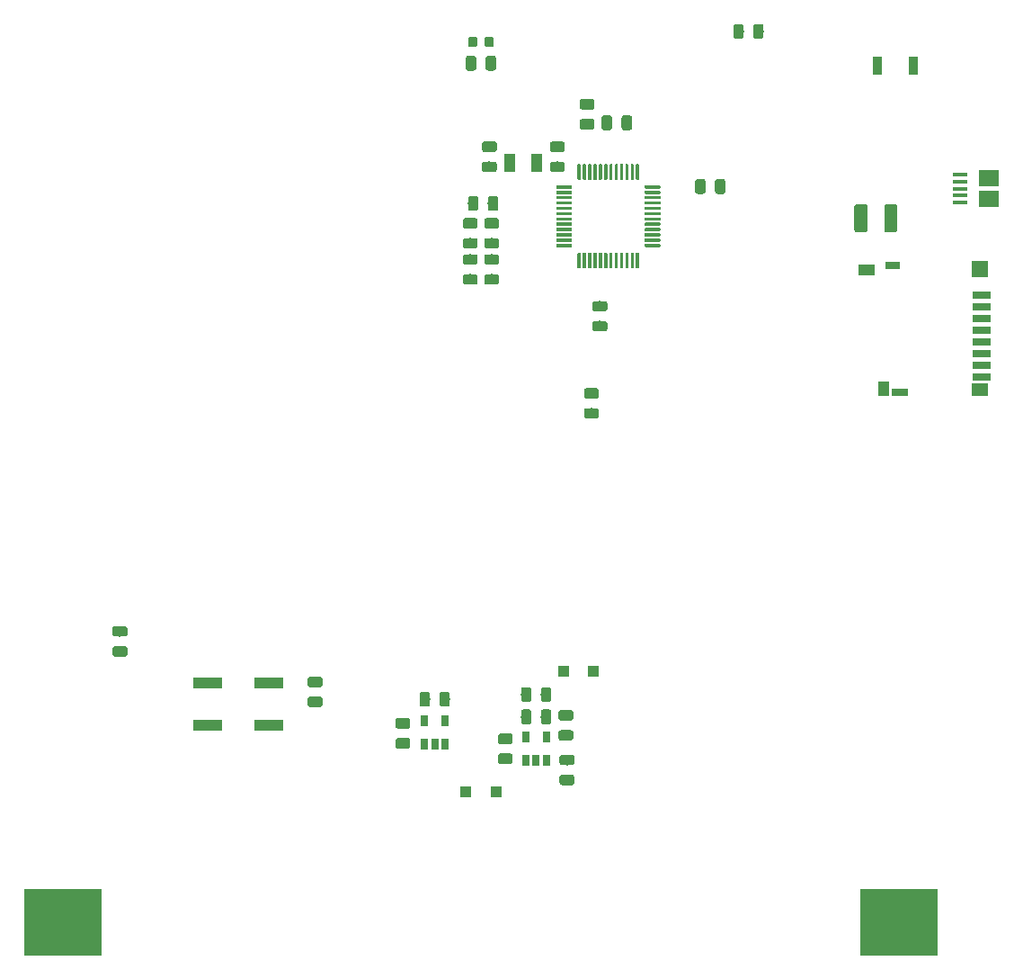
<source format=gbr>
G04 #@! TF.GenerationSoftware,KiCad,Pcbnew,(5.1.2)-2*
G04 #@! TF.CreationDate,2019-12-17T20:00:21-05:00*
G04 #@! TF.ProjectId,digiobscura_mcu,64696769-6f62-4736-9375-72615f6d6375,0.1a*
G04 #@! TF.SameCoordinates,Original*
G04 #@! TF.FileFunction,Paste,Top*
G04 #@! TF.FilePolarity,Positive*
%FSLAX46Y46*%
G04 Gerber Fmt 4.6, Leading zero omitted, Abs format (unit mm)*
G04 Created by KiCad (PCBNEW (5.1.2)-2) date 2019-12-17 20:00:21*
%MOMM*%
%LPD*%
G04 APERTURE LIST*
%ADD10R,1.100000X1.100000*%
%ADD11C,0.100000*%
%ADD12C,0.975000*%
%ADD13R,1.900000X1.500000*%
%ADD14R,1.350000X0.400000*%
%ADD15R,1.550000X1.000000*%
%ADD16R,1.500000X1.500000*%
%ADD17R,1.750000X0.700000*%
%ADD18R,1.400000X0.800000*%
%ADD19R,1.000000X1.450000*%
%ADD20R,1.500000X0.800000*%
%ADD21R,1.500000X1.300000*%
%ADD22R,1.000000X1.800000*%
%ADD23R,0.900000X1.700000*%
%ADD24C,1.250000*%
%ADD25C,0.300000*%
%ADD26C,0.875000*%
%ADD27R,7.340000X6.350000*%
%ADD28R,0.650000X1.060000*%
%ADD29R,2.750000X1.000000*%
G04 APERTURE END LIST*
D10*
X151400000Y-174800000D03*
X148600000Y-174800000D03*
D11*
G36*
X160880142Y-136776174D02*
G01*
X160903803Y-136779684D01*
X160927007Y-136785496D01*
X160949529Y-136793554D01*
X160971153Y-136803782D01*
X160991670Y-136816079D01*
X161010883Y-136830329D01*
X161028607Y-136846393D01*
X161044671Y-136864117D01*
X161058921Y-136883330D01*
X161071218Y-136903847D01*
X161081446Y-136925471D01*
X161089504Y-136947993D01*
X161095316Y-136971197D01*
X161098826Y-136994858D01*
X161100000Y-137018750D01*
X161100000Y-137506250D01*
X161098826Y-137530142D01*
X161095316Y-137553803D01*
X161089504Y-137577007D01*
X161081446Y-137599529D01*
X161071218Y-137621153D01*
X161058921Y-137641670D01*
X161044671Y-137660883D01*
X161028607Y-137678607D01*
X161010883Y-137694671D01*
X160991670Y-137708921D01*
X160971153Y-137721218D01*
X160949529Y-137731446D01*
X160927007Y-137739504D01*
X160903803Y-137745316D01*
X160880142Y-137748826D01*
X160856250Y-137750000D01*
X159943750Y-137750000D01*
X159919858Y-137748826D01*
X159896197Y-137745316D01*
X159872993Y-137739504D01*
X159850471Y-137731446D01*
X159828847Y-137721218D01*
X159808330Y-137708921D01*
X159789117Y-137694671D01*
X159771393Y-137678607D01*
X159755329Y-137660883D01*
X159741079Y-137641670D01*
X159728782Y-137621153D01*
X159718554Y-137599529D01*
X159710496Y-137577007D01*
X159704684Y-137553803D01*
X159701174Y-137530142D01*
X159700000Y-137506250D01*
X159700000Y-137018750D01*
X159701174Y-136994858D01*
X159704684Y-136971197D01*
X159710496Y-136947993D01*
X159718554Y-136925471D01*
X159728782Y-136903847D01*
X159741079Y-136883330D01*
X159755329Y-136864117D01*
X159771393Y-136846393D01*
X159789117Y-136830329D01*
X159808330Y-136816079D01*
X159828847Y-136803782D01*
X159850471Y-136793554D01*
X159872993Y-136785496D01*
X159896197Y-136779684D01*
X159919858Y-136776174D01*
X159943750Y-136775000D01*
X160856250Y-136775000D01*
X160880142Y-136776174D01*
X160880142Y-136776174D01*
G37*
D12*
X160400000Y-137262500D03*
D11*
G36*
X160880142Y-138651174D02*
G01*
X160903803Y-138654684D01*
X160927007Y-138660496D01*
X160949529Y-138668554D01*
X160971153Y-138678782D01*
X160991670Y-138691079D01*
X161010883Y-138705329D01*
X161028607Y-138721393D01*
X161044671Y-138739117D01*
X161058921Y-138758330D01*
X161071218Y-138778847D01*
X161081446Y-138800471D01*
X161089504Y-138822993D01*
X161095316Y-138846197D01*
X161098826Y-138869858D01*
X161100000Y-138893750D01*
X161100000Y-139381250D01*
X161098826Y-139405142D01*
X161095316Y-139428803D01*
X161089504Y-139452007D01*
X161081446Y-139474529D01*
X161071218Y-139496153D01*
X161058921Y-139516670D01*
X161044671Y-139535883D01*
X161028607Y-139553607D01*
X161010883Y-139569671D01*
X160991670Y-139583921D01*
X160971153Y-139596218D01*
X160949529Y-139606446D01*
X160927007Y-139614504D01*
X160903803Y-139620316D01*
X160880142Y-139623826D01*
X160856250Y-139625000D01*
X159943750Y-139625000D01*
X159919858Y-139623826D01*
X159896197Y-139620316D01*
X159872993Y-139614504D01*
X159850471Y-139606446D01*
X159828847Y-139596218D01*
X159808330Y-139583921D01*
X159789117Y-139569671D01*
X159771393Y-139553607D01*
X159755329Y-139535883D01*
X159741079Y-139516670D01*
X159728782Y-139496153D01*
X159718554Y-139474529D01*
X159710496Y-139452007D01*
X159704684Y-139428803D01*
X159701174Y-139405142D01*
X159700000Y-139381250D01*
X159700000Y-138893750D01*
X159701174Y-138869858D01*
X159704684Y-138846197D01*
X159710496Y-138822993D01*
X159718554Y-138800471D01*
X159728782Y-138778847D01*
X159741079Y-138758330D01*
X159755329Y-138739117D01*
X159771393Y-138721393D01*
X159789117Y-138705329D01*
X159808330Y-138691079D01*
X159828847Y-138678782D01*
X159850471Y-138668554D01*
X159872993Y-138660496D01*
X159896197Y-138654684D01*
X159919858Y-138651174D01*
X159943750Y-138650000D01*
X160856250Y-138650000D01*
X160880142Y-138651174D01*
X160880142Y-138651174D01*
G37*
D12*
X160400000Y-139137500D03*
D13*
X197837500Y-119000000D03*
D14*
X195137500Y-118000000D03*
X195137500Y-117350000D03*
X195137500Y-116700000D03*
X195137500Y-119300000D03*
X195137500Y-118650000D03*
D13*
X197837500Y-117000000D03*
D11*
G36*
X151480142Y-120776174D02*
G01*
X151503803Y-120779684D01*
X151527007Y-120785496D01*
X151549529Y-120793554D01*
X151571153Y-120803782D01*
X151591670Y-120816079D01*
X151610883Y-120830329D01*
X151628607Y-120846393D01*
X151644671Y-120864117D01*
X151658921Y-120883330D01*
X151671218Y-120903847D01*
X151681446Y-120925471D01*
X151689504Y-120947993D01*
X151695316Y-120971197D01*
X151698826Y-120994858D01*
X151700000Y-121018750D01*
X151700000Y-121506250D01*
X151698826Y-121530142D01*
X151695316Y-121553803D01*
X151689504Y-121577007D01*
X151681446Y-121599529D01*
X151671218Y-121621153D01*
X151658921Y-121641670D01*
X151644671Y-121660883D01*
X151628607Y-121678607D01*
X151610883Y-121694671D01*
X151591670Y-121708921D01*
X151571153Y-121721218D01*
X151549529Y-121731446D01*
X151527007Y-121739504D01*
X151503803Y-121745316D01*
X151480142Y-121748826D01*
X151456250Y-121750000D01*
X150543750Y-121750000D01*
X150519858Y-121748826D01*
X150496197Y-121745316D01*
X150472993Y-121739504D01*
X150450471Y-121731446D01*
X150428847Y-121721218D01*
X150408330Y-121708921D01*
X150389117Y-121694671D01*
X150371393Y-121678607D01*
X150355329Y-121660883D01*
X150341079Y-121641670D01*
X150328782Y-121621153D01*
X150318554Y-121599529D01*
X150310496Y-121577007D01*
X150304684Y-121553803D01*
X150301174Y-121530142D01*
X150300000Y-121506250D01*
X150300000Y-121018750D01*
X150301174Y-120994858D01*
X150304684Y-120971197D01*
X150310496Y-120947993D01*
X150318554Y-120925471D01*
X150328782Y-120903847D01*
X150341079Y-120883330D01*
X150355329Y-120864117D01*
X150371393Y-120846393D01*
X150389117Y-120830329D01*
X150408330Y-120816079D01*
X150428847Y-120803782D01*
X150450471Y-120793554D01*
X150472993Y-120785496D01*
X150496197Y-120779684D01*
X150519858Y-120776174D01*
X150543750Y-120775000D01*
X151456250Y-120775000D01*
X151480142Y-120776174D01*
X151480142Y-120776174D01*
G37*
D12*
X151000000Y-121262500D03*
D11*
G36*
X151480142Y-122651174D02*
G01*
X151503803Y-122654684D01*
X151527007Y-122660496D01*
X151549529Y-122668554D01*
X151571153Y-122678782D01*
X151591670Y-122691079D01*
X151610883Y-122705329D01*
X151628607Y-122721393D01*
X151644671Y-122739117D01*
X151658921Y-122758330D01*
X151671218Y-122778847D01*
X151681446Y-122800471D01*
X151689504Y-122822993D01*
X151695316Y-122846197D01*
X151698826Y-122869858D01*
X151700000Y-122893750D01*
X151700000Y-123381250D01*
X151698826Y-123405142D01*
X151695316Y-123428803D01*
X151689504Y-123452007D01*
X151681446Y-123474529D01*
X151671218Y-123496153D01*
X151658921Y-123516670D01*
X151644671Y-123535883D01*
X151628607Y-123553607D01*
X151610883Y-123569671D01*
X151591670Y-123583921D01*
X151571153Y-123596218D01*
X151549529Y-123606446D01*
X151527007Y-123614504D01*
X151503803Y-123620316D01*
X151480142Y-123623826D01*
X151456250Y-123625000D01*
X150543750Y-123625000D01*
X150519858Y-123623826D01*
X150496197Y-123620316D01*
X150472993Y-123614504D01*
X150450471Y-123606446D01*
X150428847Y-123596218D01*
X150408330Y-123583921D01*
X150389117Y-123569671D01*
X150371393Y-123553607D01*
X150355329Y-123535883D01*
X150341079Y-123516670D01*
X150328782Y-123496153D01*
X150318554Y-123474529D01*
X150310496Y-123452007D01*
X150304684Y-123428803D01*
X150301174Y-123405142D01*
X150300000Y-123381250D01*
X150300000Y-122893750D01*
X150301174Y-122869858D01*
X150304684Y-122846197D01*
X150310496Y-122822993D01*
X150318554Y-122800471D01*
X150328782Y-122778847D01*
X150341079Y-122758330D01*
X150355329Y-122739117D01*
X150371393Y-122721393D01*
X150389117Y-122705329D01*
X150408330Y-122691079D01*
X150428847Y-122678782D01*
X150450471Y-122668554D01*
X150472993Y-122660496D01*
X150496197Y-122654684D01*
X150519858Y-122651174D01*
X150543750Y-122650000D01*
X151456250Y-122650000D01*
X151480142Y-122651174D01*
X151480142Y-122651174D01*
G37*
D12*
X151000000Y-123137500D03*
D11*
G36*
X151480142Y-126051174D02*
G01*
X151503803Y-126054684D01*
X151527007Y-126060496D01*
X151549529Y-126068554D01*
X151571153Y-126078782D01*
X151591670Y-126091079D01*
X151610883Y-126105329D01*
X151628607Y-126121393D01*
X151644671Y-126139117D01*
X151658921Y-126158330D01*
X151671218Y-126178847D01*
X151681446Y-126200471D01*
X151689504Y-126222993D01*
X151695316Y-126246197D01*
X151698826Y-126269858D01*
X151700000Y-126293750D01*
X151700000Y-126781250D01*
X151698826Y-126805142D01*
X151695316Y-126828803D01*
X151689504Y-126852007D01*
X151681446Y-126874529D01*
X151671218Y-126896153D01*
X151658921Y-126916670D01*
X151644671Y-126935883D01*
X151628607Y-126953607D01*
X151610883Y-126969671D01*
X151591670Y-126983921D01*
X151571153Y-126996218D01*
X151549529Y-127006446D01*
X151527007Y-127014504D01*
X151503803Y-127020316D01*
X151480142Y-127023826D01*
X151456250Y-127025000D01*
X150543750Y-127025000D01*
X150519858Y-127023826D01*
X150496197Y-127020316D01*
X150472993Y-127014504D01*
X150450471Y-127006446D01*
X150428847Y-126996218D01*
X150408330Y-126983921D01*
X150389117Y-126969671D01*
X150371393Y-126953607D01*
X150355329Y-126935883D01*
X150341079Y-126916670D01*
X150328782Y-126896153D01*
X150318554Y-126874529D01*
X150310496Y-126852007D01*
X150304684Y-126828803D01*
X150301174Y-126805142D01*
X150300000Y-126781250D01*
X150300000Y-126293750D01*
X150301174Y-126269858D01*
X150304684Y-126246197D01*
X150310496Y-126222993D01*
X150318554Y-126200471D01*
X150328782Y-126178847D01*
X150341079Y-126158330D01*
X150355329Y-126139117D01*
X150371393Y-126121393D01*
X150389117Y-126105329D01*
X150408330Y-126091079D01*
X150428847Y-126078782D01*
X150450471Y-126068554D01*
X150472993Y-126060496D01*
X150496197Y-126054684D01*
X150519858Y-126051174D01*
X150543750Y-126050000D01*
X151456250Y-126050000D01*
X151480142Y-126051174D01*
X151480142Y-126051174D01*
G37*
D12*
X151000000Y-126537500D03*
D11*
G36*
X151480142Y-124176174D02*
G01*
X151503803Y-124179684D01*
X151527007Y-124185496D01*
X151549529Y-124193554D01*
X151571153Y-124203782D01*
X151591670Y-124216079D01*
X151610883Y-124230329D01*
X151628607Y-124246393D01*
X151644671Y-124264117D01*
X151658921Y-124283330D01*
X151671218Y-124303847D01*
X151681446Y-124325471D01*
X151689504Y-124347993D01*
X151695316Y-124371197D01*
X151698826Y-124394858D01*
X151700000Y-124418750D01*
X151700000Y-124906250D01*
X151698826Y-124930142D01*
X151695316Y-124953803D01*
X151689504Y-124977007D01*
X151681446Y-124999529D01*
X151671218Y-125021153D01*
X151658921Y-125041670D01*
X151644671Y-125060883D01*
X151628607Y-125078607D01*
X151610883Y-125094671D01*
X151591670Y-125108921D01*
X151571153Y-125121218D01*
X151549529Y-125131446D01*
X151527007Y-125139504D01*
X151503803Y-125145316D01*
X151480142Y-125148826D01*
X151456250Y-125150000D01*
X150543750Y-125150000D01*
X150519858Y-125148826D01*
X150496197Y-125145316D01*
X150472993Y-125139504D01*
X150450471Y-125131446D01*
X150428847Y-125121218D01*
X150408330Y-125108921D01*
X150389117Y-125094671D01*
X150371393Y-125078607D01*
X150355329Y-125060883D01*
X150341079Y-125041670D01*
X150328782Y-125021153D01*
X150318554Y-124999529D01*
X150310496Y-124977007D01*
X150304684Y-124953803D01*
X150301174Y-124930142D01*
X150300000Y-124906250D01*
X150300000Y-124418750D01*
X150301174Y-124394858D01*
X150304684Y-124371197D01*
X150310496Y-124347993D01*
X150318554Y-124325471D01*
X150328782Y-124303847D01*
X150341079Y-124283330D01*
X150355329Y-124264117D01*
X150371393Y-124246393D01*
X150389117Y-124230329D01*
X150408330Y-124216079D01*
X150428847Y-124203782D01*
X150450471Y-124193554D01*
X150472993Y-124185496D01*
X150496197Y-124179684D01*
X150519858Y-124176174D01*
X150543750Y-124175000D01*
X151456250Y-124175000D01*
X151480142Y-124176174D01*
X151480142Y-124176174D01*
G37*
D12*
X151000000Y-124662500D03*
D15*
X186350000Y-125625000D03*
D16*
X197025000Y-125575000D03*
D17*
X197150000Y-128025000D03*
X197150000Y-129125000D03*
X197150000Y-130225000D03*
X197150000Y-131325000D03*
X197150000Y-132425000D03*
X197150000Y-133525000D03*
X197150000Y-134625000D03*
D18*
X188775000Y-125225000D03*
D19*
X187925000Y-136850000D03*
D20*
X189425000Y-137175000D03*
D21*
X197025000Y-136925000D03*
D17*
X197150000Y-135725000D03*
D22*
X155250000Y-115600000D03*
X152750000Y-115600000D03*
D23*
X187300000Y-106400000D03*
X190700000Y-106400000D03*
D11*
G36*
X149330142Y-105501174D02*
G01*
X149353803Y-105504684D01*
X149377007Y-105510496D01*
X149399529Y-105518554D01*
X149421153Y-105528782D01*
X149441670Y-105541079D01*
X149460883Y-105555329D01*
X149478607Y-105571393D01*
X149494671Y-105589117D01*
X149508921Y-105608330D01*
X149521218Y-105628847D01*
X149531446Y-105650471D01*
X149539504Y-105672993D01*
X149545316Y-105696197D01*
X149548826Y-105719858D01*
X149550000Y-105743750D01*
X149550000Y-106656250D01*
X149548826Y-106680142D01*
X149545316Y-106703803D01*
X149539504Y-106727007D01*
X149531446Y-106749529D01*
X149521218Y-106771153D01*
X149508921Y-106791670D01*
X149494671Y-106810883D01*
X149478607Y-106828607D01*
X149460883Y-106844671D01*
X149441670Y-106858921D01*
X149421153Y-106871218D01*
X149399529Y-106881446D01*
X149377007Y-106889504D01*
X149353803Y-106895316D01*
X149330142Y-106898826D01*
X149306250Y-106900000D01*
X148818750Y-106900000D01*
X148794858Y-106898826D01*
X148771197Y-106895316D01*
X148747993Y-106889504D01*
X148725471Y-106881446D01*
X148703847Y-106871218D01*
X148683330Y-106858921D01*
X148664117Y-106844671D01*
X148646393Y-106828607D01*
X148630329Y-106810883D01*
X148616079Y-106791670D01*
X148603782Y-106771153D01*
X148593554Y-106749529D01*
X148585496Y-106727007D01*
X148579684Y-106703803D01*
X148576174Y-106680142D01*
X148575000Y-106656250D01*
X148575000Y-105743750D01*
X148576174Y-105719858D01*
X148579684Y-105696197D01*
X148585496Y-105672993D01*
X148593554Y-105650471D01*
X148603782Y-105628847D01*
X148616079Y-105608330D01*
X148630329Y-105589117D01*
X148646393Y-105571393D01*
X148664117Y-105555329D01*
X148683330Y-105541079D01*
X148703847Y-105528782D01*
X148725471Y-105518554D01*
X148747993Y-105510496D01*
X148771197Y-105504684D01*
X148794858Y-105501174D01*
X148818750Y-105500000D01*
X149306250Y-105500000D01*
X149330142Y-105501174D01*
X149330142Y-105501174D01*
G37*
D12*
X149062500Y-106200000D03*
D11*
G36*
X151205142Y-105501174D02*
G01*
X151228803Y-105504684D01*
X151252007Y-105510496D01*
X151274529Y-105518554D01*
X151296153Y-105528782D01*
X151316670Y-105541079D01*
X151335883Y-105555329D01*
X151353607Y-105571393D01*
X151369671Y-105589117D01*
X151383921Y-105608330D01*
X151396218Y-105628847D01*
X151406446Y-105650471D01*
X151414504Y-105672993D01*
X151420316Y-105696197D01*
X151423826Y-105719858D01*
X151425000Y-105743750D01*
X151425000Y-106656250D01*
X151423826Y-106680142D01*
X151420316Y-106703803D01*
X151414504Y-106727007D01*
X151406446Y-106749529D01*
X151396218Y-106771153D01*
X151383921Y-106791670D01*
X151369671Y-106810883D01*
X151353607Y-106828607D01*
X151335883Y-106844671D01*
X151316670Y-106858921D01*
X151296153Y-106871218D01*
X151274529Y-106881446D01*
X151252007Y-106889504D01*
X151228803Y-106895316D01*
X151205142Y-106898826D01*
X151181250Y-106900000D01*
X150693750Y-106900000D01*
X150669858Y-106898826D01*
X150646197Y-106895316D01*
X150622993Y-106889504D01*
X150600471Y-106881446D01*
X150578847Y-106871218D01*
X150558330Y-106858921D01*
X150539117Y-106844671D01*
X150521393Y-106828607D01*
X150505329Y-106810883D01*
X150491079Y-106791670D01*
X150478782Y-106771153D01*
X150468554Y-106749529D01*
X150460496Y-106727007D01*
X150454684Y-106703803D01*
X150451174Y-106680142D01*
X150450000Y-106656250D01*
X150450000Y-105743750D01*
X150451174Y-105719858D01*
X150454684Y-105696197D01*
X150460496Y-105672993D01*
X150468554Y-105650471D01*
X150478782Y-105628847D01*
X150491079Y-105608330D01*
X150505329Y-105589117D01*
X150521393Y-105571393D01*
X150539117Y-105555329D01*
X150558330Y-105541079D01*
X150578847Y-105528782D01*
X150600471Y-105518554D01*
X150622993Y-105510496D01*
X150646197Y-105504684D01*
X150669858Y-105501174D01*
X150693750Y-105500000D01*
X151181250Y-105500000D01*
X151205142Y-105501174D01*
X151205142Y-105501174D01*
G37*
D12*
X150937500Y-106200000D03*
D11*
G36*
X176405142Y-102501174D02*
G01*
X176428803Y-102504684D01*
X176452007Y-102510496D01*
X176474529Y-102518554D01*
X176496153Y-102528782D01*
X176516670Y-102541079D01*
X176535883Y-102555329D01*
X176553607Y-102571393D01*
X176569671Y-102589117D01*
X176583921Y-102608330D01*
X176596218Y-102628847D01*
X176606446Y-102650471D01*
X176614504Y-102672993D01*
X176620316Y-102696197D01*
X176623826Y-102719858D01*
X176625000Y-102743750D01*
X176625000Y-103656250D01*
X176623826Y-103680142D01*
X176620316Y-103703803D01*
X176614504Y-103727007D01*
X176606446Y-103749529D01*
X176596218Y-103771153D01*
X176583921Y-103791670D01*
X176569671Y-103810883D01*
X176553607Y-103828607D01*
X176535883Y-103844671D01*
X176516670Y-103858921D01*
X176496153Y-103871218D01*
X176474529Y-103881446D01*
X176452007Y-103889504D01*
X176428803Y-103895316D01*
X176405142Y-103898826D01*
X176381250Y-103900000D01*
X175893750Y-103900000D01*
X175869858Y-103898826D01*
X175846197Y-103895316D01*
X175822993Y-103889504D01*
X175800471Y-103881446D01*
X175778847Y-103871218D01*
X175758330Y-103858921D01*
X175739117Y-103844671D01*
X175721393Y-103828607D01*
X175705329Y-103810883D01*
X175691079Y-103791670D01*
X175678782Y-103771153D01*
X175668554Y-103749529D01*
X175660496Y-103727007D01*
X175654684Y-103703803D01*
X175651174Y-103680142D01*
X175650000Y-103656250D01*
X175650000Y-102743750D01*
X175651174Y-102719858D01*
X175654684Y-102696197D01*
X175660496Y-102672993D01*
X175668554Y-102650471D01*
X175678782Y-102628847D01*
X175691079Y-102608330D01*
X175705329Y-102589117D01*
X175721393Y-102571393D01*
X175739117Y-102555329D01*
X175758330Y-102541079D01*
X175778847Y-102528782D01*
X175800471Y-102518554D01*
X175822993Y-102510496D01*
X175846197Y-102504684D01*
X175869858Y-102501174D01*
X175893750Y-102500000D01*
X176381250Y-102500000D01*
X176405142Y-102501174D01*
X176405142Y-102501174D01*
G37*
D12*
X176137500Y-103200000D03*
D11*
G36*
X174530142Y-102501174D02*
G01*
X174553803Y-102504684D01*
X174577007Y-102510496D01*
X174599529Y-102518554D01*
X174621153Y-102528782D01*
X174641670Y-102541079D01*
X174660883Y-102555329D01*
X174678607Y-102571393D01*
X174694671Y-102589117D01*
X174708921Y-102608330D01*
X174721218Y-102628847D01*
X174731446Y-102650471D01*
X174739504Y-102672993D01*
X174745316Y-102696197D01*
X174748826Y-102719858D01*
X174750000Y-102743750D01*
X174750000Y-103656250D01*
X174748826Y-103680142D01*
X174745316Y-103703803D01*
X174739504Y-103727007D01*
X174731446Y-103749529D01*
X174721218Y-103771153D01*
X174708921Y-103791670D01*
X174694671Y-103810883D01*
X174678607Y-103828607D01*
X174660883Y-103844671D01*
X174641670Y-103858921D01*
X174621153Y-103871218D01*
X174599529Y-103881446D01*
X174577007Y-103889504D01*
X174553803Y-103895316D01*
X174530142Y-103898826D01*
X174506250Y-103900000D01*
X174018750Y-103900000D01*
X173994858Y-103898826D01*
X173971197Y-103895316D01*
X173947993Y-103889504D01*
X173925471Y-103881446D01*
X173903847Y-103871218D01*
X173883330Y-103858921D01*
X173864117Y-103844671D01*
X173846393Y-103828607D01*
X173830329Y-103810883D01*
X173816079Y-103791670D01*
X173803782Y-103771153D01*
X173793554Y-103749529D01*
X173785496Y-103727007D01*
X173779684Y-103703803D01*
X173776174Y-103680142D01*
X173775000Y-103656250D01*
X173775000Y-102743750D01*
X173776174Y-102719858D01*
X173779684Y-102696197D01*
X173785496Y-102672993D01*
X173793554Y-102650471D01*
X173803782Y-102628847D01*
X173816079Y-102608330D01*
X173830329Y-102589117D01*
X173846393Y-102571393D01*
X173864117Y-102555329D01*
X173883330Y-102541079D01*
X173903847Y-102528782D01*
X173925471Y-102518554D01*
X173947993Y-102510496D01*
X173971197Y-102504684D01*
X173994858Y-102501174D01*
X174018750Y-102500000D01*
X174506250Y-102500000D01*
X174530142Y-102501174D01*
X174530142Y-102501174D01*
G37*
D12*
X174262500Y-103200000D03*
D11*
G36*
X186199504Y-119476204D02*
G01*
X186223773Y-119479804D01*
X186247571Y-119485765D01*
X186270671Y-119494030D01*
X186292849Y-119504520D01*
X186313893Y-119517133D01*
X186333598Y-119531747D01*
X186351777Y-119548223D01*
X186368253Y-119566402D01*
X186382867Y-119586107D01*
X186395480Y-119607151D01*
X186405970Y-119629329D01*
X186414235Y-119652429D01*
X186420196Y-119676227D01*
X186423796Y-119700496D01*
X186425000Y-119725000D01*
X186425000Y-121875000D01*
X186423796Y-121899504D01*
X186420196Y-121923773D01*
X186414235Y-121947571D01*
X186405970Y-121970671D01*
X186395480Y-121992849D01*
X186382867Y-122013893D01*
X186368253Y-122033598D01*
X186351777Y-122051777D01*
X186333598Y-122068253D01*
X186313893Y-122082867D01*
X186292849Y-122095480D01*
X186270671Y-122105970D01*
X186247571Y-122114235D01*
X186223773Y-122120196D01*
X186199504Y-122123796D01*
X186175000Y-122125000D01*
X185425000Y-122125000D01*
X185400496Y-122123796D01*
X185376227Y-122120196D01*
X185352429Y-122114235D01*
X185329329Y-122105970D01*
X185307151Y-122095480D01*
X185286107Y-122082867D01*
X185266402Y-122068253D01*
X185248223Y-122051777D01*
X185231747Y-122033598D01*
X185217133Y-122013893D01*
X185204520Y-121992849D01*
X185194030Y-121970671D01*
X185185765Y-121947571D01*
X185179804Y-121923773D01*
X185176204Y-121899504D01*
X185175000Y-121875000D01*
X185175000Y-119725000D01*
X185176204Y-119700496D01*
X185179804Y-119676227D01*
X185185765Y-119652429D01*
X185194030Y-119629329D01*
X185204520Y-119607151D01*
X185217133Y-119586107D01*
X185231747Y-119566402D01*
X185248223Y-119548223D01*
X185266402Y-119531747D01*
X185286107Y-119517133D01*
X185307151Y-119504520D01*
X185329329Y-119494030D01*
X185352429Y-119485765D01*
X185376227Y-119479804D01*
X185400496Y-119476204D01*
X185425000Y-119475000D01*
X186175000Y-119475000D01*
X186199504Y-119476204D01*
X186199504Y-119476204D01*
G37*
D24*
X185800000Y-120800000D03*
D11*
G36*
X188999504Y-119476204D02*
G01*
X189023773Y-119479804D01*
X189047571Y-119485765D01*
X189070671Y-119494030D01*
X189092849Y-119504520D01*
X189113893Y-119517133D01*
X189133598Y-119531747D01*
X189151777Y-119548223D01*
X189168253Y-119566402D01*
X189182867Y-119586107D01*
X189195480Y-119607151D01*
X189205970Y-119629329D01*
X189214235Y-119652429D01*
X189220196Y-119676227D01*
X189223796Y-119700496D01*
X189225000Y-119725000D01*
X189225000Y-121875000D01*
X189223796Y-121899504D01*
X189220196Y-121923773D01*
X189214235Y-121947571D01*
X189205970Y-121970671D01*
X189195480Y-121992849D01*
X189182867Y-122013893D01*
X189168253Y-122033598D01*
X189151777Y-122051777D01*
X189133598Y-122068253D01*
X189113893Y-122082867D01*
X189092849Y-122095480D01*
X189070671Y-122105970D01*
X189047571Y-122114235D01*
X189023773Y-122120196D01*
X188999504Y-122123796D01*
X188975000Y-122125000D01*
X188225000Y-122125000D01*
X188200496Y-122123796D01*
X188176227Y-122120196D01*
X188152429Y-122114235D01*
X188129329Y-122105970D01*
X188107151Y-122095480D01*
X188086107Y-122082867D01*
X188066402Y-122068253D01*
X188048223Y-122051777D01*
X188031747Y-122033598D01*
X188017133Y-122013893D01*
X188004520Y-121992849D01*
X187994030Y-121970671D01*
X187985765Y-121947571D01*
X187979804Y-121923773D01*
X187976204Y-121899504D01*
X187975000Y-121875000D01*
X187975000Y-119725000D01*
X187976204Y-119700496D01*
X187979804Y-119676227D01*
X187985765Y-119652429D01*
X187994030Y-119629329D01*
X188004520Y-119607151D01*
X188017133Y-119586107D01*
X188031747Y-119566402D01*
X188048223Y-119548223D01*
X188066402Y-119531747D01*
X188086107Y-119517133D01*
X188107151Y-119504520D01*
X188129329Y-119494030D01*
X188152429Y-119485765D01*
X188176227Y-119479804D01*
X188200496Y-119476204D01*
X188225000Y-119475000D01*
X188975000Y-119475000D01*
X188999504Y-119476204D01*
X188999504Y-119476204D01*
G37*
D24*
X188600000Y-120800000D03*
D10*
X160600000Y-163400000D03*
X157800000Y-163400000D03*
D11*
G36*
X172805142Y-117101174D02*
G01*
X172828803Y-117104684D01*
X172852007Y-117110496D01*
X172874529Y-117118554D01*
X172896153Y-117128782D01*
X172916670Y-117141079D01*
X172935883Y-117155329D01*
X172953607Y-117171393D01*
X172969671Y-117189117D01*
X172983921Y-117208330D01*
X172996218Y-117228847D01*
X173006446Y-117250471D01*
X173014504Y-117272993D01*
X173020316Y-117296197D01*
X173023826Y-117319858D01*
X173025000Y-117343750D01*
X173025000Y-118256250D01*
X173023826Y-118280142D01*
X173020316Y-118303803D01*
X173014504Y-118327007D01*
X173006446Y-118349529D01*
X172996218Y-118371153D01*
X172983921Y-118391670D01*
X172969671Y-118410883D01*
X172953607Y-118428607D01*
X172935883Y-118444671D01*
X172916670Y-118458921D01*
X172896153Y-118471218D01*
X172874529Y-118481446D01*
X172852007Y-118489504D01*
X172828803Y-118495316D01*
X172805142Y-118498826D01*
X172781250Y-118500000D01*
X172293750Y-118500000D01*
X172269858Y-118498826D01*
X172246197Y-118495316D01*
X172222993Y-118489504D01*
X172200471Y-118481446D01*
X172178847Y-118471218D01*
X172158330Y-118458921D01*
X172139117Y-118444671D01*
X172121393Y-118428607D01*
X172105329Y-118410883D01*
X172091079Y-118391670D01*
X172078782Y-118371153D01*
X172068554Y-118349529D01*
X172060496Y-118327007D01*
X172054684Y-118303803D01*
X172051174Y-118280142D01*
X172050000Y-118256250D01*
X172050000Y-117343750D01*
X172051174Y-117319858D01*
X172054684Y-117296197D01*
X172060496Y-117272993D01*
X172068554Y-117250471D01*
X172078782Y-117228847D01*
X172091079Y-117208330D01*
X172105329Y-117189117D01*
X172121393Y-117171393D01*
X172139117Y-117155329D01*
X172158330Y-117141079D01*
X172178847Y-117128782D01*
X172200471Y-117118554D01*
X172222993Y-117110496D01*
X172246197Y-117104684D01*
X172269858Y-117101174D01*
X172293750Y-117100000D01*
X172781250Y-117100000D01*
X172805142Y-117101174D01*
X172805142Y-117101174D01*
G37*
D12*
X172537500Y-117800000D03*
D11*
G36*
X170930142Y-117101174D02*
G01*
X170953803Y-117104684D01*
X170977007Y-117110496D01*
X170999529Y-117118554D01*
X171021153Y-117128782D01*
X171041670Y-117141079D01*
X171060883Y-117155329D01*
X171078607Y-117171393D01*
X171094671Y-117189117D01*
X171108921Y-117208330D01*
X171121218Y-117228847D01*
X171131446Y-117250471D01*
X171139504Y-117272993D01*
X171145316Y-117296197D01*
X171148826Y-117319858D01*
X171150000Y-117343750D01*
X171150000Y-118256250D01*
X171148826Y-118280142D01*
X171145316Y-118303803D01*
X171139504Y-118327007D01*
X171131446Y-118349529D01*
X171121218Y-118371153D01*
X171108921Y-118391670D01*
X171094671Y-118410883D01*
X171078607Y-118428607D01*
X171060883Y-118444671D01*
X171041670Y-118458921D01*
X171021153Y-118471218D01*
X170999529Y-118481446D01*
X170977007Y-118489504D01*
X170953803Y-118495316D01*
X170930142Y-118498826D01*
X170906250Y-118500000D01*
X170418750Y-118500000D01*
X170394858Y-118498826D01*
X170371197Y-118495316D01*
X170347993Y-118489504D01*
X170325471Y-118481446D01*
X170303847Y-118471218D01*
X170283330Y-118458921D01*
X170264117Y-118444671D01*
X170246393Y-118428607D01*
X170230329Y-118410883D01*
X170216079Y-118391670D01*
X170203782Y-118371153D01*
X170193554Y-118349529D01*
X170185496Y-118327007D01*
X170179684Y-118303803D01*
X170176174Y-118280142D01*
X170175000Y-118256250D01*
X170175000Y-117343750D01*
X170176174Y-117319858D01*
X170179684Y-117296197D01*
X170185496Y-117272993D01*
X170193554Y-117250471D01*
X170203782Y-117228847D01*
X170216079Y-117208330D01*
X170230329Y-117189117D01*
X170246393Y-117171393D01*
X170264117Y-117155329D01*
X170283330Y-117141079D01*
X170303847Y-117128782D01*
X170325471Y-117118554D01*
X170347993Y-117110496D01*
X170371197Y-117104684D01*
X170394858Y-117101174D01*
X170418750Y-117100000D01*
X170906250Y-117100000D01*
X170930142Y-117101174D01*
X170930142Y-117101174D01*
G37*
D12*
X170662500Y-117800000D03*
D11*
G36*
X161680142Y-130451174D02*
G01*
X161703803Y-130454684D01*
X161727007Y-130460496D01*
X161749529Y-130468554D01*
X161771153Y-130478782D01*
X161791670Y-130491079D01*
X161810883Y-130505329D01*
X161828607Y-130521393D01*
X161844671Y-130539117D01*
X161858921Y-130558330D01*
X161871218Y-130578847D01*
X161881446Y-130600471D01*
X161889504Y-130622993D01*
X161895316Y-130646197D01*
X161898826Y-130669858D01*
X161900000Y-130693750D01*
X161900000Y-131181250D01*
X161898826Y-131205142D01*
X161895316Y-131228803D01*
X161889504Y-131252007D01*
X161881446Y-131274529D01*
X161871218Y-131296153D01*
X161858921Y-131316670D01*
X161844671Y-131335883D01*
X161828607Y-131353607D01*
X161810883Y-131369671D01*
X161791670Y-131383921D01*
X161771153Y-131396218D01*
X161749529Y-131406446D01*
X161727007Y-131414504D01*
X161703803Y-131420316D01*
X161680142Y-131423826D01*
X161656250Y-131425000D01*
X160743750Y-131425000D01*
X160719858Y-131423826D01*
X160696197Y-131420316D01*
X160672993Y-131414504D01*
X160650471Y-131406446D01*
X160628847Y-131396218D01*
X160608330Y-131383921D01*
X160589117Y-131369671D01*
X160571393Y-131353607D01*
X160555329Y-131335883D01*
X160541079Y-131316670D01*
X160528782Y-131296153D01*
X160518554Y-131274529D01*
X160510496Y-131252007D01*
X160504684Y-131228803D01*
X160501174Y-131205142D01*
X160500000Y-131181250D01*
X160500000Y-130693750D01*
X160501174Y-130669858D01*
X160504684Y-130646197D01*
X160510496Y-130622993D01*
X160518554Y-130600471D01*
X160528782Y-130578847D01*
X160541079Y-130558330D01*
X160555329Y-130539117D01*
X160571393Y-130521393D01*
X160589117Y-130505329D01*
X160608330Y-130491079D01*
X160628847Y-130478782D01*
X160650471Y-130468554D01*
X160672993Y-130460496D01*
X160696197Y-130454684D01*
X160719858Y-130451174D01*
X160743750Y-130450000D01*
X161656250Y-130450000D01*
X161680142Y-130451174D01*
X161680142Y-130451174D01*
G37*
D12*
X161200000Y-130937500D03*
D11*
G36*
X161680142Y-128576174D02*
G01*
X161703803Y-128579684D01*
X161727007Y-128585496D01*
X161749529Y-128593554D01*
X161771153Y-128603782D01*
X161791670Y-128616079D01*
X161810883Y-128630329D01*
X161828607Y-128646393D01*
X161844671Y-128664117D01*
X161858921Y-128683330D01*
X161871218Y-128703847D01*
X161881446Y-128725471D01*
X161889504Y-128747993D01*
X161895316Y-128771197D01*
X161898826Y-128794858D01*
X161900000Y-128818750D01*
X161900000Y-129306250D01*
X161898826Y-129330142D01*
X161895316Y-129353803D01*
X161889504Y-129377007D01*
X161881446Y-129399529D01*
X161871218Y-129421153D01*
X161858921Y-129441670D01*
X161844671Y-129460883D01*
X161828607Y-129478607D01*
X161810883Y-129494671D01*
X161791670Y-129508921D01*
X161771153Y-129521218D01*
X161749529Y-129531446D01*
X161727007Y-129539504D01*
X161703803Y-129545316D01*
X161680142Y-129548826D01*
X161656250Y-129550000D01*
X160743750Y-129550000D01*
X160719858Y-129548826D01*
X160696197Y-129545316D01*
X160672993Y-129539504D01*
X160650471Y-129531446D01*
X160628847Y-129521218D01*
X160608330Y-129508921D01*
X160589117Y-129494671D01*
X160571393Y-129478607D01*
X160555329Y-129460883D01*
X160541079Y-129441670D01*
X160528782Y-129421153D01*
X160518554Y-129399529D01*
X160510496Y-129377007D01*
X160504684Y-129353803D01*
X160501174Y-129330142D01*
X160500000Y-129306250D01*
X160500000Y-128818750D01*
X160501174Y-128794858D01*
X160504684Y-128771197D01*
X160510496Y-128747993D01*
X160518554Y-128725471D01*
X160528782Y-128703847D01*
X160541079Y-128683330D01*
X160555329Y-128664117D01*
X160571393Y-128646393D01*
X160589117Y-128630329D01*
X160608330Y-128616079D01*
X160628847Y-128603782D01*
X160650471Y-128593554D01*
X160672993Y-128585496D01*
X160696197Y-128579684D01*
X160719858Y-128576174D01*
X160743750Y-128575000D01*
X161656250Y-128575000D01*
X161680142Y-128576174D01*
X161680142Y-128576174D01*
G37*
D12*
X161200000Y-129062500D03*
D11*
G36*
X164005142Y-111101174D02*
G01*
X164028803Y-111104684D01*
X164052007Y-111110496D01*
X164074529Y-111118554D01*
X164096153Y-111128782D01*
X164116670Y-111141079D01*
X164135883Y-111155329D01*
X164153607Y-111171393D01*
X164169671Y-111189117D01*
X164183921Y-111208330D01*
X164196218Y-111228847D01*
X164206446Y-111250471D01*
X164214504Y-111272993D01*
X164220316Y-111296197D01*
X164223826Y-111319858D01*
X164225000Y-111343750D01*
X164225000Y-112256250D01*
X164223826Y-112280142D01*
X164220316Y-112303803D01*
X164214504Y-112327007D01*
X164206446Y-112349529D01*
X164196218Y-112371153D01*
X164183921Y-112391670D01*
X164169671Y-112410883D01*
X164153607Y-112428607D01*
X164135883Y-112444671D01*
X164116670Y-112458921D01*
X164096153Y-112471218D01*
X164074529Y-112481446D01*
X164052007Y-112489504D01*
X164028803Y-112495316D01*
X164005142Y-112498826D01*
X163981250Y-112500000D01*
X163493750Y-112500000D01*
X163469858Y-112498826D01*
X163446197Y-112495316D01*
X163422993Y-112489504D01*
X163400471Y-112481446D01*
X163378847Y-112471218D01*
X163358330Y-112458921D01*
X163339117Y-112444671D01*
X163321393Y-112428607D01*
X163305329Y-112410883D01*
X163291079Y-112391670D01*
X163278782Y-112371153D01*
X163268554Y-112349529D01*
X163260496Y-112327007D01*
X163254684Y-112303803D01*
X163251174Y-112280142D01*
X163250000Y-112256250D01*
X163250000Y-111343750D01*
X163251174Y-111319858D01*
X163254684Y-111296197D01*
X163260496Y-111272993D01*
X163268554Y-111250471D01*
X163278782Y-111228847D01*
X163291079Y-111208330D01*
X163305329Y-111189117D01*
X163321393Y-111171393D01*
X163339117Y-111155329D01*
X163358330Y-111141079D01*
X163378847Y-111128782D01*
X163400471Y-111118554D01*
X163422993Y-111110496D01*
X163446197Y-111104684D01*
X163469858Y-111101174D01*
X163493750Y-111100000D01*
X163981250Y-111100000D01*
X164005142Y-111101174D01*
X164005142Y-111101174D01*
G37*
D12*
X163737500Y-111800000D03*
D11*
G36*
X162130142Y-111101174D02*
G01*
X162153803Y-111104684D01*
X162177007Y-111110496D01*
X162199529Y-111118554D01*
X162221153Y-111128782D01*
X162241670Y-111141079D01*
X162260883Y-111155329D01*
X162278607Y-111171393D01*
X162294671Y-111189117D01*
X162308921Y-111208330D01*
X162321218Y-111228847D01*
X162331446Y-111250471D01*
X162339504Y-111272993D01*
X162345316Y-111296197D01*
X162348826Y-111319858D01*
X162350000Y-111343750D01*
X162350000Y-112256250D01*
X162348826Y-112280142D01*
X162345316Y-112303803D01*
X162339504Y-112327007D01*
X162331446Y-112349529D01*
X162321218Y-112371153D01*
X162308921Y-112391670D01*
X162294671Y-112410883D01*
X162278607Y-112428607D01*
X162260883Y-112444671D01*
X162241670Y-112458921D01*
X162221153Y-112471218D01*
X162199529Y-112481446D01*
X162177007Y-112489504D01*
X162153803Y-112495316D01*
X162130142Y-112498826D01*
X162106250Y-112500000D01*
X161618750Y-112500000D01*
X161594858Y-112498826D01*
X161571197Y-112495316D01*
X161547993Y-112489504D01*
X161525471Y-112481446D01*
X161503847Y-112471218D01*
X161483330Y-112458921D01*
X161464117Y-112444671D01*
X161446393Y-112428607D01*
X161430329Y-112410883D01*
X161416079Y-112391670D01*
X161403782Y-112371153D01*
X161393554Y-112349529D01*
X161385496Y-112327007D01*
X161379684Y-112303803D01*
X161376174Y-112280142D01*
X161375000Y-112256250D01*
X161375000Y-111343750D01*
X161376174Y-111319858D01*
X161379684Y-111296197D01*
X161385496Y-111272993D01*
X161393554Y-111250471D01*
X161403782Y-111228847D01*
X161416079Y-111208330D01*
X161430329Y-111189117D01*
X161446393Y-111171393D01*
X161464117Y-111155329D01*
X161483330Y-111141079D01*
X161503847Y-111128782D01*
X161525471Y-111118554D01*
X161547993Y-111110496D01*
X161571197Y-111104684D01*
X161594858Y-111101174D01*
X161618750Y-111100000D01*
X162106250Y-111100000D01*
X162130142Y-111101174D01*
X162130142Y-111101174D01*
G37*
D12*
X161862500Y-111800000D03*
D11*
G36*
X151280142Y-113576174D02*
G01*
X151303803Y-113579684D01*
X151327007Y-113585496D01*
X151349529Y-113593554D01*
X151371153Y-113603782D01*
X151391670Y-113616079D01*
X151410883Y-113630329D01*
X151428607Y-113646393D01*
X151444671Y-113664117D01*
X151458921Y-113683330D01*
X151471218Y-113703847D01*
X151481446Y-113725471D01*
X151489504Y-113747993D01*
X151495316Y-113771197D01*
X151498826Y-113794858D01*
X151500000Y-113818750D01*
X151500000Y-114306250D01*
X151498826Y-114330142D01*
X151495316Y-114353803D01*
X151489504Y-114377007D01*
X151481446Y-114399529D01*
X151471218Y-114421153D01*
X151458921Y-114441670D01*
X151444671Y-114460883D01*
X151428607Y-114478607D01*
X151410883Y-114494671D01*
X151391670Y-114508921D01*
X151371153Y-114521218D01*
X151349529Y-114531446D01*
X151327007Y-114539504D01*
X151303803Y-114545316D01*
X151280142Y-114548826D01*
X151256250Y-114550000D01*
X150343750Y-114550000D01*
X150319858Y-114548826D01*
X150296197Y-114545316D01*
X150272993Y-114539504D01*
X150250471Y-114531446D01*
X150228847Y-114521218D01*
X150208330Y-114508921D01*
X150189117Y-114494671D01*
X150171393Y-114478607D01*
X150155329Y-114460883D01*
X150141079Y-114441670D01*
X150128782Y-114421153D01*
X150118554Y-114399529D01*
X150110496Y-114377007D01*
X150104684Y-114353803D01*
X150101174Y-114330142D01*
X150100000Y-114306250D01*
X150100000Y-113818750D01*
X150101174Y-113794858D01*
X150104684Y-113771197D01*
X150110496Y-113747993D01*
X150118554Y-113725471D01*
X150128782Y-113703847D01*
X150141079Y-113683330D01*
X150155329Y-113664117D01*
X150171393Y-113646393D01*
X150189117Y-113630329D01*
X150208330Y-113616079D01*
X150228847Y-113603782D01*
X150250471Y-113593554D01*
X150272993Y-113585496D01*
X150296197Y-113579684D01*
X150319858Y-113576174D01*
X150343750Y-113575000D01*
X151256250Y-113575000D01*
X151280142Y-113576174D01*
X151280142Y-113576174D01*
G37*
D12*
X150800000Y-114062500D03*
D11*
G36*
X151280142Y-115451174D02*
G01*
X151303803Y-115454684D01*
X151327007Y-115460496D01*
X151349529Y-115468554D01*
X151371153Y-115478782D01*
X151391670Y-115491079D01*
X151410883Y-115505329D01*
X151428607Y-115521393D01*
X151444671Y-115539117D01*
X151458921Y-115558330D01*
X151471218Y-115578847D01*
X151481446Y-115600471D01*
X151489504Y-115622993D01*
X151495316Y-115646197D01*
X151498826Y-115669858D01*
X151500000Y-115693750D01*
X151500000Y-116181250D01*
X151498826Y-116205142D01*
X151495316Y-116228803D01*
X151489504Y-116252007D01*
X151481446Y-116274529D01*
X151471218Y-116296153D01*
X151458921Y-116316670D01*
X151444671Y-116335883D01*
X151428607Y-116353607D01*
X151410883Y-116369671D01*
X151391670Y-116383921D01*
X151371153Y-116396218D01*
X151349529Y-116406446D01*
X151327007Y-116414504D01*
X151303803Y-116420316D01*
X151280142Y-116423826D01*
X151256250Y-116425000D01*
X150343750Y-116425000D01*
X150319858Y-116423826D01*
X150296197Y-116420316D01*
X150272993Y-116414504D01*
X150250471Y-116406446D01*
X150228847Y-116396218D01*
X150208330Y-116383921D01*
X150189117Y-116369671D01*
X150171393Y-116353607D01*
X150155329Y-116335883D01*
X150141079Y-116316670D01*
X150128782Y-116296153D01*
X150118554Y-116274529D01*
X150110496Y-116252007D01*
X150104684Y-116228803D01*
X150101174Y-116205142D01*
X150100000Y-116181250D01*
X150100000Y-115693750D01*
X150101174Y-115669858D01*
X150104684Y-115646197D01*
X150110496Y-115622993D01*
X150118554Y-115600471D01*
X150128782Y-115578847D01*
X150141079Y-115558330D01*
X150155329Y-115539117D01*
X150171393Y-115521393D01*
X150189117Y-115505329D01*
X150208330Y-115491079D01*
X150228847Y-115478782D01*
X150250471Y-115468554D01*
X150272993Y-115460496D01*
X150296197Y-115454684D01*
X150319858Y-115451174D01*
X150343750Y-115450000D01*
X151256250Y-115450000D01*
X151280142Y-115451174D01*
X151280142Y-115451174D01*
G37*
D12*
X150800000Y-115937500D03*
D11*
G36*
X160480142Y-109576174D02*
G01*
X160503803Y-109579684D01*
X160527007Y-109585496D01*
X160549529Y-109593554D01*
X160571153Y-109603782D01*
X160591670Y-109616079D01*
X160610883Y-109630329D01*
X160628607Y-109646393D01*
X160644671Y-109664117D01*
X160658921Y-109683330D01*
X160671218Y-109703847D01*
X160681446Y-109725471D01*
X160689504Y-109747993D01*
X160695316Y-109771197D01*
X160698826Y-109794858D01*
X160700000Y-109818750D01*
X160700000Y-110306250D01*
X160698826Y-110330142D01*
X160695316Y-110353803D01*
X160689504Y-110377007D01*
X160681446Y-110399529D01*
X160671218Y-110421153D01*
X160658921Y-110441670D01*
X160644671Y-110460883D01*
X160628607Y-110478607D01*
X160610883Y-110494671D01*
X160591670Y-110508921D01*
X160571153Y-110521218D01*
X160549529Y-110531446D01*
X160527007Y-110539504D01*
X160503803Y-110545316D01*
X160480142Y-110548826D01*
X160456250Y-110550000D01*
X159543750Y-110550000D01*
X159519858Y-110548826D01*
X159496197Y-110545316D01*
X159472993Y-110539504D01*
X159450471Y-110531446D01*
X159428847Y-110521218D01*
X159408330Y-110508921D01*
X159389117Y-110494671D01*
X159371393Y-110478607D01*
X159355329Y-110460883D01*
X159341079Y-110441670D01*
X159328782Y-110421153D01*
X159318554Y-110399529D01*
X159310496Y-110377007D01*
X159304684Y-110353803D01*
X159301174Y-110330142D01*
X159300000Y-110306250D01*
X159300000Y-109818750D01*
X159301174Y-109794858D01*
X159304684Y-109771197D01*
X159310496Y-109747993D01*
X159318554Y-109725471D01*
X159328782Y-109703847D01*
X159341079Y-109683330D01*
X159355329Y-109664117D01*
X159371393Y-109646393D01*
X159389117Y-109630329D01*
X159408330Y-109616079D01*
X159428847Y-109603782D01*
X159450471Y-109593554D01*
X159472993Y-109585496D01*
X159496197Y-109579684D01*
X159519858Y-109576174D01*
X159543750Y-109575000D01*
X160456250Y-109575000D01*
X160480142Y-109576174D01*
X160480142Y-109576174D01*
G37*
D12*
X160000000Y-110062500D03*
D11*
G36*
X160480142Y-111451174D02*
G01*
X160503803Y-111454684D01*
X160527007Y-111460496D01*
X160549529Y-111468554D01*
X160571153Y-111478782D01*
X160591670Y-111491079D01*
X160610883Y-111505329D01*
X160628607Y-111521393D01*
X160644671Y-111539117D01*
X160658921Y-111558330D01*
X160671218Y-111578847D01*
X160681446Y-111600471D01*
X160689504Y-111622993D01*
X160695316Y-111646197D01*
X160698826Y-111669858D01*
X160700000Y-111693750D01*
X160700000Y-112181250D01*
X160698826Y-112205142D01*
X160695316Y-112228803D01*
X160689504Y-112252007D01*
X160681446Y-112274529D01*
X160671218Y-112296153D01*
X160658921Y-112316670D01*
X160644671Y-112335883D01*
X160628607Y-112353607D01*
X160610883Y-112369671D01*
X160591670Y-112383921D01*
X160571153Y-112396218D01*
X160549529Y-112406446D01*
X160527007Y-112414504D01*
X160503803Y-112420316D01*
X160480142Y-112423826D01*
X160456250Y-112425000D01*
X159543750Y-112425000D01*
X159519858Y-112423826D01*
X159496197Y-112420316D01*
X159472993Y-112414504D01*
X159450471Y-112406446D01*
X159428847Y-112396218D01*
X159408330Y-112383921D01*
X159389117Y-112369671D01*
X159371393Y-112353607D01*
X159355329Y-112335883D01*
X159341079Y-112316670D01*
X159328782Y-112296153D01*
X159318554Y-112274529D01*
X159310496Y-112252007D01*
X159304684Y-112228803D01*
X159301174Y-112205142D01*
X159300000Y-112181250D01*
X159300000Y-111693750D01*
X159301174Y-111669858D01*
X159304684Y-111646197D01*
X159310496Y-111622993D01*
X159318554Y-111600471D01*
X159328782Y-111578847D01*
X159341079Y-111558330D01*
X159355329Y-111539117D01*
X159371393Y-111521393D01*
X159389117Y-111505329D01*
X159408330Y-111491079D01*
X159428847Y-111478782D01*
X159450471Y-111468554D01*
X159472993Y-111460496D01*
X159496197Y-111454684D01*
X159519858Y-111451174D01*
X159543750Y-111450000D01*
X160456250Y-111450000D01*
X160480142Y-111451174D01*
X160480142Y-111451174D01*
G37*
D12*
X160000000Y-111937500D03*
D11*
G36*
X157680142Y-113576174D02*
G01*
X157703803Y-113579684D01*
X157727007Y-113585496D01*
X157749529Y-113593554D01*
X157771153Y-113603782D01*
X157791670Y-113616079D01*
X157810883Y-113630329D01*
X157828607Y-113646393D01*
X157844671Y-113664117D01*
X157858921Y-113683330D01*
X157871218Y-113703847D01*
X157881446Y-113725471D01*
X157889504Y-113747993D01*
X157895316Y-113771197D01*
X157898826Y-113794858D01*
X157900000Y-113818750D01*
X157900000Y-114306250D01*
X157898826Y-114330142D01*
X157895316Y-114353803D01*
X157889504Y-114377007D01*
X157881446Y-114399529D01*
X157871218Y-114421153D01*
X157858921Y-114441670D01*
X157844671Y-114460883D01*
X157828607Y-114478607D01*
X157810883Y-114494671D01*
X157791670Y-114508921D01*
X157771153Y-114521218D01*
X157749529Y-114531446D01*
X157727007Y-114539504D01*
X157703803Y-114545316D01*
X157680142Y-114548826D01*
X157656250Y-114550000D01*
X156743750Y-114550000D01*
X156719858Y-114548826D01*
X156696197Y-114545316D01*
X156672993Y-114539504D01*
X156650471Y-114531446D01*
X156628847Y-114521218D01*
X156608330Y-114508921D01*
X156589117Y-114494671D01*
X156571393Y-114478607D01*
X156555329Y-114460883D01*
X156541079Y-114441670D01*
X156528782Y-114421153D01*
X156518554Y-114399529D01*
X156510496Y-114377007D01*
X156504684Y-114353803D01*
X156501174Y-114330142D01*
X156500000Y-114306250D01*
X156500000Y-113818750D01*
X156501174Y-113794858D01*
X156504684Y-113771197D01*
X156510496Y-113747993D01*
X156518554Y-113725471D01*
X156528782Y-113703847D01*
X156541079Y-113683330D01*
X156555329Y-113664117D01*
X156571393Y-113646393D01*
X156589117Y-113630329D01*
X156608330Y-113616079D01*
X156628847Y-113603782D01*
X156650471Y-113593554D01*
X156672993Y-113585496D01*
X156696197Y-113579684D01*
X156719858Y-113576174D01*
X156743750Y-113575000D01*
X157656250Y-113575000D01*
X157680142Y-113576174D01*
X157680142Y-113576174D01*
G37*
D12*
X157200000Y-114062500D03*
D11*
G36*
X157680142Y-115451174D02*
G01*
X157703803Y-115454684D01*
X157727007Y-115460496D01*
X157749529Y-115468554D01*
X157771153Y-115478782D01*
X157791670Y-115491079D01*
X157810883Y-115505329D01*
X157828607Y-115521393D01*
X157844671Y-115539117D01*
X157858921Y-115558330D01*
X157871218Y-115578847D01*
X157881446Y-115600471D01*
X157889504Y-115622993D01*
X157895316Y-115646197D01*
X157898826Y-115669858D01*
X157900000Y-115693750D01*
X157900000Y-116181250D01*
X157898826Y-116205142D01*
X157895316Y-116228803D01*
X157889504Y-116252007D01*
X157881446Y-116274529D01*
X157871218Y-116296153D01*
X157858921Y-116316670D01*
X157844671Y-116335883D01*
X157828607Y-116353607D01*
X157810883Y-116369671D01*
X157791670Y-116383921D01*
X157771153Y-116396218D01*
X157749529Y-116406446D01*
X157727007Y-116414504D01*
X157703803Y-116420316D01*
X157680142Y-116423826D01*
X157656250Y-116425000D01*
X156743750Y-116425000D01*
X156719858Y-116423826D01*
X156696197Y-116420316D01*
X156672993Y-116414504D01*
X156650471Y-116406446D01*
X156628847Y-116396218D01*
X156608330Y-116383921D01*
X156589117Y-116369671D01*
X156571393Y-116353607D01*
X156555329Y-116335883D01*
X156541079Y-116316670D01*
X156528782Y-116296153D01*
X156518554Y-116274529D01*
X156510496Y-116252007D01*
X156504684Y-116228803D01*
X156501174Y-116205142D01*
X156500000Y-116181250D01*
X156500000Y-115693750D01*
X156501174Y-115669858D01*
X156504684Y-115646197D01*
X156510496Y-115622993D01*
X156518554Y-115600471D01*
X156528782Y-115578847D01*
X156541079Y-115558330D01*
X156555329Y-115539117D01*
X156571393Y-115521393D01*
X156589117Y-115505329D01*
X156608330Y-115491079D01*
X156628847Y-115478782D01*
X156650471Y-115468554D01*
X156672993Y-115460496D01*
X156696197Y-115454684D01*
X156719858Y-115451174D01*
X156743750Y-115450000D01*
X157656250Y-115450000D01*
X157680142Y-115451174D01*
X157680142Y-115451174D01*
G37*
D12*
X157200000Y-115937500D03*
D11*
G36*
X149530142Y-118701174D02*
G01*
X149553803Y-118704684D01*
X149577007Y-118710496D01*
X149599529Y-118718554D01*
X149621153Y-118728782D01*
X149641670Y-118741079D01*
X149660883Y-118755329D01*
X149678607Y-118771393D01*
X149694671Y-118789117D01*
X149708921Y-118808330D01*
X149721218Y-118828847D01*
X149731446Y-118850471D01*
X149739504Y-118872993D01*
X149745316Y-118896197D01*
X149748826Y-118919858D01*
X149750000Y-118943750D01*
X149750000Y-119856250D01*
X149748826Y-119880142D01*
X149745316Y-119903803D01*
X149739504Y-119927007D01*
X149731446Y-119949529D01*
X149721218Y-119971153D01*
X149708921Y-119991670D01*
X149694671Y-120010883D01*
X149678607Y-120028607D01*
X149660883Y-120044671D01*
X149641670Y-120058921D01*
X149621153Y-120071218D01*
X149599529Y-120081446D01*
X149577007Y-120089504D01*
X149553803Y-120095316D01*
X149530142Y-120098826D01*
X149506250Y-120100000D01*
X149018750Y-120100000D01*
X148994858Y-120098826D01*
X148971197Y-120095316D01*
X148947993Y-120089504D01*
X148925471Y-120081446D01*
X148903847Y-120071218D01*
X148883330Y-120058921D01*
X148864117Y-120044671D01*
X148846393Y-120028607D01*
X148830329Y-120010883D01*
X148816079Y-119991670D01*
X148803782Y-119971153D01*
X148793554Y-119949529D01*
X148785496Y-119927007D01*
X148779684Y-119903803D01*
X148776174Y-119880142D01*
X148775000Y-119856250D01*
X148775000Y-118943750D01*
X148776174Y-118919858D01*
X148779684Y-118896197D01*
X148785496Y-118872993D01*
X148793554Y-118850471D01*
X148803782Y-118828847D01*
X148816079Y-118808330D01*
X148830329Y-118789117D01*
X148846393Y-118771393D01*
X148864117Y-118755329D01*
X148883330Y-118741079D01*
X148903847Y-118728782D01*
X148925471Y-118718554D01*
X148947993Y-118710496D01*
X148971197Y-118704684D01*
X148994858Y-118701174D01*
X149018750Y-118700000D01*
X149506250Y-118700000D01*
X149530142Y-118701174D01*
X149530142Y-118701174D01*
G37*
D12*
X149262500Y-119400000D03*
D11*
G36*
X151405142Y-118701174D02*
G01*
X151428803Y-118704684D01*
X151452007Y-118710496D01*
X151474529Y-118718554D01*
X151496153Y-118728782D01*
X151516670Y-118741079D01*
X151535883Y-118755329D01*
X151553607Y-118771393D01*
X151569671Y-118789117D01*
X151583921Y-118808330D01*
X151596218Y-118828847D01*
X151606446Y-118850471D01*
X151614504Y-118872993D01*
X151620316Y-118896197D01*
X151623826Y-118919858D01*
X151625000Y-118943750D01*
X151625000Y-119856250D01*
X151623826Y-119880142D01*
X151620316Y-119903803D01*
X151614504Y-119927007D01*
X151606446Y-119949529D01*
X151596218Y-119971153D01*
X151583921Y-119991670D01*
X151569671Y-120010883D01*
X151553607Y-120028607D01*
X151535883Y-120044671D01*
X151516670Y-120058921D01*
X151496153Y-120071218D01*
X151474529Y-120081446D01*
X151452007Y-120089504D01*
X151428803Y-120095316D01*
X151405142Y-120098826D01*
X151381250Y-120100000D01*
X150893750Y-120100000D01*
X150869858Y-120098826D01*
X150846197Y-120095316D01*
X150822993Y-120089504D01*
X150800471Y-120081446D01*
X150778847Y-120071218D01*
X150758330Y-120058921D01*
X150739117Y-120044671D01*
X150721393Y-120028607D01*
X150705329Y-120010883D01*
X150691079Y-119991670D01*
X150678782Y-119971153D01*
X150668554Y-119949529D01*
X150660496Y-119927007D01*
X150654684Y-119903803D01*
X150651174Y-119880142D01*
X150650000Y-119856250D01*
X150650000Y-118943750D01*
X150651174Y-118919858D01*
X150654684Y-118896197D01*
X150660496Y-118872993D01*
X150668554Y-118850471D01*
X150678782Y-118828847D01*
X150691079Y-118808330D01*
X150705329Y-118789117D01*
X150721393Y-118771393D01*
X150739117Y-118755329D01*
X150758330Y-118741079D01*
X150778847Y-118728782D01*
X150800471Y-118718554D01*
X150822993Y-118710496D01*
X150846197Y-118704684D01*
X150869858Y-118701174D01*
X150893750Y-118700000D01*
X151381250Y-118700000D01*
X151405142Y-118701174D01*
X151405142Y-118701174D01*
G37*
D12*
X151137500Y-119400000D03*
D11*
G36*
X159332351Y-115700361D02*
G01*
X159339632Y-115701441D01*
X159346771Y-115703229D01*
X159353701Y-115705709D01*
X159360355Y-115708856D01*
X159366668Y-115712640D01*
X159372579Y-115717024D01*
X159378033Y-115721967D01*
X159382976Y-115727421D01*
X159387360Y-115733332D01*
X159391144Y-115739645D01*
X159394291Y-115746299D01*
X159396771Y-115753229D01*
X159398559Y-115760368D01*
X159399639Y-115767649D01*
X159400000Y-115775000D01*
X159400000Y-117100000D01*
X159399639Y-117107351D01*
X159398559Y-117114632D01*
X159396771Y-117121771D01*
X159394291Y-117128701D01*
X159391144Y-117135355D01*
X159387360Y-117141668D01*
X159382976Y-117147579D01*
X159378033Y-117153033D01*
X159372579Y-117157976D01*
X159366668Y-117162360D01*
X159360355Y-117166144D01*
X159353701Y-117169291D01*
X159346771Y-117171771D01*
X159339632Y-117173559D01*
X159332351Y-117174639D01*
X159325000Y-117175000D01*
X159175000Y-117175000D01*
X159167649Y-117174639D01*
X159160368Y-117173559D01*
X159153229Y-117171771D01*
X159146299Y-117169291D01*
X159139645Y-117166144D01*
X159133332Y-117162360D01*
X159127421Y-117157976D01*
X159121967Y-117153033D01*
X159117024Y-117147579D01*
X159112640Y-117141668D01*
X159108856Y-117135355D01*
X159105709Y-117128701D01*
X159103229Y-117121771D01*
X159101441Y-117114632D01*
X159100361Y-117107351D01*
X159100000Y-117100000D01*
X159100000Y-115775000D01*
X159100361Y-115767649D01*
X159101441Y-115760368D01*
X159103229Y-115753229D01*
X159105709Y-115746299D01*
X159108856Y-115739645D01*
X159112640Y-115733332D01*
X159117024Y-115727421D01*
X159121967Y-115721967D01*
X159127421Y-115717024D01*
X159133332Y-115712640D01*
X159139645Y-115708856D01*
X159146299Y-115705709D01*
X159153229Y-115703229D01*
X159160368Y-115701441D01*
X159167649Y-115700361D01*
X159175000Y-115700000D01*
X159325000Y-115700000D01*
X159332351Y-115700361D01*
X159332351Y-115700361D01*
G37*
D25*
X159250000Y-116437500D03*
D11*
G36*
X159832351Y-115700361D02*
G01*
X159839632Y-115701441D01*
X159846771Y-115703229D01*
X159853701Y-115705709D01*
X159860355Y-115708856D01*
X159866668Y-115712640D01*
X159872579Y-115717024D01*
X159878033Y-115721967D01*
X159882976Y-115727421D01*
X159887360Y-115733332D01*
X159891144Y-115739645D01*
X159894291Y-115746299D01*
X159896771Y-115753229D01*
X159898559Y-115760368D01*
X159899639Y-115767649D01*
X159900000Y-115775000D01*
X159900000Y-117100000D01*
X159899639Y-117107351D01*
X159898559Y-117114632D01*
X159896771Y-117121771D01*
X159894291Y-117128701D01*
X159891144Y-117135355D01*
X159887360Y-117141668D01*
X159882976Y-117147579D01*
X159878033Y-117153033D01*
X159872579Y-117157976D01*
X159866668Y-117162360D01*
X159860355Y-117166144D01*
X159853701Y-117169291D01*
X159846771Y-117171771D01*
X159839632Y-117173559D01*
X159832351Y-117174639D01*
X159825000Y-117175000D01*
X159675000Y-117175000D01*
X159667649Y-117174639D01*
X159660368Y-117173559D01*
X159653229Y-117171771D01*
X159646299Y-117169291D01*
X159639645Y-117166144D01*
X159633332Y-117162360D01*
X159627421Y-117157976D01*
X159621967Y-117153033D01*
X159617024Y-117147579D01*
X159612640Y-117141668D01*
X159608856Y-117135355D01*
X159605709Y-117128701D01*
X159603229Y-117121771D01*
X159601441Y-117114632D01*
X159600361Y-117107351D01*
X159600000Y-117100000D01*
X159600000Y-115775000D01*
X159600361Y-115767649D01*
X159601441Y-115760368D01*
X159603229Y-115753229D01*
X159605709Y-115746299D01*
X159608856Y-115739645D01*
X159612640Y-115733332D01*
X159617024Y-115727421D01*
X159621967Y-115721967D01*
X159627421Y-115717024D01*
X159633332Y-115712640D01*
X159639645Y-115708856D01*
X159646299Y-115705709D01*
X159653229Y-115703229D01*
X159660368Y-115701441D01*
X159667649Y-115700361D01*
X159675000Y-115700000D01*
X159825000Y-115700000D01*
X159832351Y-115700361D01*
X159832351Y-115700361D01*
G37*
D25*
X159750000Y-116437500D03*
D11*
G36*
X160332351Y-115700361D02*
G01*
X160339632Y-115701441D01*
X160346771Y-115703229D01*
X160353701Y-115705709D01*
X160360355Y-115708856D01*
X160366668Y-115712640D01*
X160372579Y-115717024D01*
X160378033Y-115721967D01*
X160382976Y-115727421D01*
X160387360Y-115733332D01*
X160391144Y-115739645D01*
X160394291Y-115746299D01*
X160396771Y-115753229D01*
X160398559Y-115760368D01*
X160399639Y-115767649D01*
X160400000Y-115775000D01*
X160400000Y-117100000D01*
X160399639Y-117107351D01*
X160398559Y-117114632D01*
X160396771Y-117121771D01*
X160394291Y-117128701D01*
X160391144Y-117135355D01*
X160387360Y-117141668D01*
X160382976Y-117147579D01*
X160378033Y-117153033D01*
X160372579Y-117157976D01*
X160366668Y-117162360D01*
X160360355Y-117166144D01*
X160353701Y-117169291D01*
X160346771Y-117171771D01*
X160339632Y-117173559D01*
X160332351Y-117174639D01*
X160325000Y-117175000D01*
X160175000Y-117175000D01*
X160167649Y-117174639D01*
X160160368Y-117173559D01*
X160153229Y-117171771D01*
X160146299Y-117169291D01*
X160139645Y-117166144D01*
X160133332Y-117162360D01*
X160127421Y-117157976D01*
X160121967Y-117153033D01*
X160117024Y-117147579D01*
X160112640Y-117141668D01*
X160108856Y-117135355D01*
X160105709Y-117128701D01*
X160103229Y-117121771D01*
X160101441Y-117114632D01*
X160100361Y-117107351D01*
X160100000Y-117100000D01*
X160100000Y-115775000D01*
X160100361Y-115767649D01*
X160101441Y-115760368D01*
X160103229Y-115753229D01*
X160105709Y-115746299D01*
X160108856Y-115739645D01*
X160112640Y-115733332D01*
X160117024Y-115727421D01*
X160121967Y-115721967D01*
X160127421Y-115717024D01*
X160133332Y-115712640D01*
X160139645Y-115708856D01*
X160146299Y-115705709D01*
X160153229Y-115703229D01*
X160160368Y-115701441D01*
X160167649Y-115700361D01*
X160175000Y-115700000D01*
X160325000Y-115700000D01*
X160332351Y-115700361D01*
X160332351Y-115700361D01*
G37*
D25*
X160250000Y-116437500D03*
D11*
G36*
X160832351Y-115700361D02*
G01*
X160839632Y-115701441D01*
X160846771Y-115703229D01*
X160853701Y-115705709D01*
X160860355Y-115708856D01*
X160866668Y-115712640D01*
X160872579Y-115717024D01*
X160878033Y-115721967D01*
X160882976Y-115727421D01*
X160887360Y-115733332D01*
X160891144Y-115739645D01*
X160894291Y-115746299D01*
X160896771Y-115753229D01*
X160898559Y-115760368D01*
X160899639Y-115767649D01*
X160900000Y-115775000D01*
X160900000Y-117100000D01*
X160899639Y-117107351D01*
X160898559Y-117114632D01*
X160896771Y-117121771D01*
X160894291Y-117128701D01*
X160891144Y-117135355D01*
X160887360Y-117141668D01*
X160882976Y-117147579D01*
X160878033Y-117153033D01*
X160872579Y-117157976D01*
X160866668Y-117162360D01*
X160860355Y-117166144D01*
X160853701Y-117169291D01*
X160846771Y-117171771D01*
X160839632Y-117173559D01*
X160832351Y-117174639D01*
X160825000Y-117175000D01*
X160675000Y-117175000D01*
X160667649Y-117174639D01*
X160660368Y-117173559D01*
X160653229Y-117171771D01*
X160646299Y-117169291D01*
X160639645Y-117166144D01*
X160633332Y-117162360D01*
X160627421Y-117157976D01*
X160621967Y-117153033D01*
X160617024Y-117147579D01*
X160612640Y-117141668D01*
X160608856Y-117135355D01*
X160605709Y-117128701D01*
X160603229Y-117121771D01*
X160601441Y-117114632D01*
X160600361Y-117107351D01*
X160600000Y-117100000D01*
X160600000Y-115775000D01*
X160600361Y-115767649D01*
X160601441Y-115760368D01*
X160603229Y-115753229D01*
X160605709Y-115746299D01*
X160608856Y-115739645D01*
X160612640Y-115733332D01*
X160617024Y-115727421D01*
X160621967Y-115721967D01*
X160627421Y-115717024D01*
X160633332Y-115712640D01*
X160639645Y-115708856D01*
X160646299Y-115705709D01*
X160653229Y-115703229D01*
X160660368Y-115701441D01*
X160667649Y-115700361D01*
X160675000Y-115700000D01*
X160825000Y-115700000D01*
X160832351Y-115700361D01*
X160832351Y-115700361D01*
G37*
D25*
X160750000Y-116437500D03*
D11*
G36*
X161332351Y-115700361D02*
G01*
X161339632Y-115701441D01*
X161346771Y-115703229D01*
X161353701Y-115705709D01*
X161360355Y-115708856D01*
X161366668Y-115712640D01*
X161372579Y-115717024D01*
X161378033Y-115721967D01*
X161382976Y-115727421D01*
X161387360Y-115733332D01*
X161391144Y-115739645D01*
X161394291Y-115746299D01*
X161396771Y-115753229D01*
X161398559Y-115760368D01*
X161399639Y-115767649D01*
X161400000Y-115775000D01*
X161400000Y-117100000D01*
X161399639Y-117107351D01*
X161398559Y-117114632D01*
X161396771Y-117121771D01*
X161394291Y-117128701D01*
X161391144Y-117135355D01*
X161387360Y-117141668D01*
X161382976Y-117147579D01*
X161378033Y-117153033D01*
X161372579Y-117157976D01*
X161366668Y-117162360D01*
X161360355Y-117166144D01*
X161353701Y-117169291D01*
X161346771Y-117171771D01*
X161339632Y-117173559D01*
X161332351Y-117174639D01*
X161325000Y-117175000D01*
X161175000Y-117175000D01*
X161167649Y-117174639D01*
X161160368Y-117173559D01*
X161153229Y-117171771D01*
X161146299Y-117169291D01*
X161139645Y-117166144D01*
X161133332Y-117162360D01*
X161127421Y-117157976D01*
X161121967Y-117153033D01*
X161117024Y-117147579D01*
X161112640Y-117141668D01*
X161108856Y-117135355D01*
X161105709Y-117128701D01*
X161103229Y-117121771D01*
X161101441Y-117114632D01*
X161100361Y-117107351D01*
X161100000Y-117100000D01*
X161100000Y-115775000D01*
X161100361Y-115767649D01*
X161101441Y-115760368D01*
X161103229Y-115753229D01*
X161105709Y-115746299D01*
X161108856Y-115739645D01*
X161112640Y-115733332D01*
X161117024Y-115727421D01*
X161121967Y-115721967D01*
X161127421Y-115717024D01*
X161133332Y-115712640D01*
X161139645Y-115708856D01*
X161146299Y-115705709D01*
X161153229Y-115703229D01*
X161160368Y-115701441D01*
X161167649Y-115700361D01*
X161175000Y-115700000D01*
X161325000Y-115700000D01*
X161332351Y-115700361D01*
X161332351Y-115700361D01*
G37*
D25*
X161250000Y-116437500D03*
D11*
G36*
X161832351Y-115700361D02*
G01*
X161839632Y-115701441D01*
X161846771Y-115703229D01*
X161853701Y-115705709D01*
X161860355Y-115708856D01*
X161866668Y-115712640D01*
X161872579Y-115717024D01*
X161878033Y-115721967D01*
X161882976Y-115727421D01*
X161887360Y-115733332D01*
X161891144Y-115739645D01*
X161894291Y-115746299D01*
X161896771Y-115753229D01*
X161898559Y-115760368D01*
X161899639Y-115767649D01*
X161900000Y-115775000D01*
X161900000Y-117100000D01*
X161899639Y-117107351D01*
X161898559Y-117114632D01*
X161896771Y-117121771D01*
X161894291Y-117128701D01*
X161891144Y-117135355D01*
X161887360Y-117141668D01*
X161882976Y-117147579D01*
X161878033Y-117153033D01*
X161872579Y-117157976D01*
X161866668Y-117162360D01*
X161860355Y-117166144D01*
X161853701Y-117169291D01*
X161846771Y-117171771D01*
X161839632Y-117173559D01*
X161832351Y-117174639D01*
X161825000Y-117175000D01*
X161675000Y-117175000D01*
X161667649Y-117174639D01*
X161660368Y-117173559D01*
X161653229Y-117171771D01*
X161646299Y-117169291D01*
X161639645Y-117166144D01*
X161633332Y-117162360D01*
X161627421Y-117157976D01*
X161621967Y-117153033D01*
X161617024Y-117147579D01*
X161612640Y-117141668D01*
X161608856Y-117135355D01*
X161605709Y-117128701D01*
X161603229Y-117121771D01*
X161601441Y-117114632D01*
X161600361Y-117107351D01*
X161600000Y-117100000D01*
X161600000Y-115775000D01*
X161600361Y-115767649D01*
X161601441Y-115760368D01*
X161603229Y-115753229D01*
X161605709Y-115746299D01*
X161608856Y-115739645D01*
X161612640Y-115733332D01*
X161617024Y-115727421D01*
X161621967Y-115721967D01*
X161627421Y-115717024D01*
X161633332Y-115712640D01*
X161639645Y-115708856D01*
X161646299Y-115705709D01*
X161653229Y-115703229D01*
X161660368Y-115701441D01*
X161667649Y-115700361D01*
X161675000Y-115700000D01*
X161825000Y-115700000D01*
X161832351Y-115700361D01*
X161832351Y-115700361D01*
G37*
D25*
X161750000Y-116437500D03*
D11*
G36*
X162332351Y-115700361D02*
G01*
X162339632Y-115701441D01*
X162346771Y-115703229D01*
X162353701Y-115705709D01*
X162360355Y-115708856D01*
X162366668Y-115712640D01*
X162372579Y-115717024D01*
X162378033Y-115721967D01*
X162382976Y-115727421D01*
X162387360Y-115733332D01*
X162391144Y-115739645D01*
X162394291Y-115746299D01*
X162396771Y-115753229D01*
X162398559Y-115760368D01*
X162399639Y-115767649D01*
X162400000Y-115775000D01*
X162400000Y-117100000D01*
X162399639Y-117107351D01*
X162398559Y-117114632D01*
X162396771Y-117121771D01*
X162394291Y-117128701D01*
X162391144Y-117135355D01*
X162387360Y-117141668D01*
X162382976Y-117147579D01*
X162378033Y-117153033D01*
X162372579Y-117157976D01*
X162366668Y-117162360D01*
X162360355Y-117166144D01*
X162353701Y-117169291D01*
X162346771Y-117171771D01*
X162339632Y-117173559D01*
X162332351Y-117174639D01*
X162325000Y-117175000D01*
X162175000Y-117175000D01*
X162167649Y-117174639D01*
X162160368Y-117173559D01*
X162153229Y-117171771D01*
X162146299Y-117169291D01*
X162139645Y-117166144D01*
X162133332Y-117162360D01*
X162127421Y-117157976D01*
X162121967Y-117153033D01*
X162117024Y-117147579D01*
X162112640Y-117141668D01*
X162108856Y-117135355D01*
X162105709Y-117128701D01*
X162103229Y-117121771D01*
X162101441Y-117114632D01*
X162100361Y-117107351D01*
X162100000Y-117100000D01*
X162100000Y-115775000D01*
X162100361Y-115767649D01*
X162101441Y-115760368D01*
X162103229Y-115753229D01*
X162105709Y-115746299D01*
X162108856Y-115739645D01*
X162112640Y-115733332D01*
X162117024Y-115727421D01*
X162121967Y-115721967D01*
X162127421Y-115717024D01*
X162133332Y-115712640D01*
X162139645Y-115708856D01*
X162146299Y-115705709D01*
X162153229Y-115703229D01*
X162160368Y-115701441D01*
X162167649Y-115700361D01*
X162175000Y-115700000D01*
X162325000Y-115700000D01*
X162332351Y-115700361D01*
X162332351Y-115700361D01*
G37*
D25*
X162250000Y-116437500D03*
D11*
G36*
X162832351Y-115700361D02*
G01*
X162839632Y-115701441D01*
X162846771Y-115703229D01*
X162853701Y-115705709D01*
X162860355Y-115708856D01*
X162866668Y-115712640D01*
X162872579Y-115717024D01*
X162878033Y-115721967D01*
X162882976Y-115727421D01*
X162887360Y-115733332D01*
X162891144Y-115739645D01*
X162894291Y-115746299D01*
X162896771Y-115753229D01*
X162898559Y-115760368D01*
X162899639Y-115767649D01*
X162900000Y-115775000D01*
X162900000Y-117100000D01*
X162899639Y-117107351D01*
X162898559Y-117114632D01*
X162896771Y-117121771D01*
X162894291Y-117128701D01*
X162891144Y-117135355D01*
X162887360Y-117141668D01*
X162882976Y-117147579D01*
X162878033Y-117153033D01*
X162872579Y-117157976D01*
X162866668Y-117162360D01*
X162860355Y-117166144D01*
X162853701Y-117169291D01*
X162846771Y-117171771D01*
X162839632Y-117173559D01*
X162832351Y-117174639D01*
X162825000Y-117175000D01*
X162675000Y-117175000D01*
X162667649Y-117174639D01*
X162660368Y-117173559D01*
X162653229Y-117171771D01*
X162646299Y-117169291D01*
X162639645Y-117166144D01*
X162633332Y-117162360D01*
X162627421Y-117157976D01*
X162621967Y-117153033D01*
X162617024Y-117147579D01*
X162612640Y-117141668D01*
X162608856Y-117135355D01*
X162605709Y-117128701D01*
X162603229Y-117121771D01*
X162601441Y-117114632D01*
X162600361Y-117107351D01*
X162600000Y-117100000D01*
X162600000Y-115775000D01*
X162600361Y-115767649D01*
X162601441Y-115760368D01*
X162603229Y-115753229D01*
X162605709Y-115746299D01*
X162608856Y-115739645D01*
X162612640Y-115733332D01*
X162617024Y-115727421D01*
X162621967Y-115721967D01*
X162627421Y-115717024D01*
X162633332Y-115712640D01*
X162639645Y-115708856D01*
X162646299Y-115705709D01*
X162653229Y-115703229D01*
X162660368Y-115701441D01*
X162667649Y-115700361D01*
X162675000Y-115700000D01*
X162825000Y-115700000D01*
X162832351Y-115700361D01*
X162832351Y-115700361D01*
G37*
D25*
X162750000Y-116437500D03*
D11*
G36*
X163332351Y-115700361D02*
G01*
X163339632Y-115701441D01*
X163346771Y-115703229D01*
X163353701Y-115705709D01*
X163360355Y-115708856D01*
X163366668Y-115712640D01*
X163372579Y-115717024D01*
X163378033Y-115721967D01*
X163382976Y-115727421D01*
X163387360Y-115733332D01*
X163391144Y-115739645D01*
X163394291Y-115746299D01*
X163396771Y-115753229D01*
X163398559Y-115760368D01*
X163399639Y-115767649D01*
X163400000Y-115775000D01*
X163400000Y-117100000D01*
X163399639Y-117107351D01*
X163398559Y-117114632D01*
X163396771Y-117121771D01*
X163394291Y-117128701D01*
X163391144Y-117135355D01*
X163387360Y-117141668D01*
X163382976Y-117147579D01*
X163378033Y-117153033D01*
X163372579Y-117157976D01*
X163366668Y-117162360D01*
X163360355Y-117166144D01*
X163353701Y-117169291D01*
X163346771Y-117171771D01*
X163339632Y-117173559D01*
X163332351Y-117174639D01*
X163325000Y-117175000D01*
X163175000Y-117175000D01*
X163167649Y-117174639D01*
X163160368Y-117173559D01*
X163153229Y-117171771D01*
X163146299Y-117169291D01*
X163139645Y-117166144D01*
X163133332Y-117162360D01*
X163127421Y-117157976D01*
X163121967Y-117153033D01*
X163117024Y-117147579D01*
X163112640Y-117141668D01*
X163108856Y-117135355D01*
X163105709Y-117128701D01*
X163103229Y-117121771D01*
X163101441Y-117114632D01*
X163100361Y-117107351D01*
X163100000Y-117100000D01*
X163100000Y-115775000D01*
X163100361Y-115767649D01*
X163101441Y-115760368D01*
X163103229Y-115753229D01*
X163105709Y-115746299D01*
X163108856Y-115739645D01*
X163112640Y-115733332D01*
X163117024Y-115727421D01*
X163121967Y-115721967D01*
X163127421Y-115717024D01*
X163133332Y-115712640D01*
X163139645Y-115708856D01*
X163146299Y-115705709D01*
X163153229Y-115703229D01*
X163160368Y-115701441D01*
X163167649Y-115700361D01*
X163175000Y-115700000D01*
X163325000Y-115700000D01*
X163332351Y-115700361D01*
X163332351Y-115700361D01*
G37*
D25*
X163250000Y-116437500D03*
D11*
G36*
X163832351Y-115700361D02*
G01*
X163839632Y-115701441D01*
X163846771Y-115703229D01*
X163853701Y-115705709D01*
X163860355Y-115708856D01*
X163866668Y-115712640D01*
X163872579Y-115717024D01*
X163878033Y-115721967D01*
X163882976Y-115727421D01*
X163887360Y-115733332D01*
X163891144Y-115739645D01*
X163894291Y-115746299D01*
X163896771Y-115753229D01*
X163898559Y-115760368D01*
X163899639Y-115767649D01*
X163900000Y-115775000D01*
X163900000Y-117100000D01*
X163899639Y-117107351D01*
X163898559Y-117114632D01*
X163896771Y-117121771D01*
X163894291Y-117128701D01*
X163891144Y-117135355D01*
X163887360Y-117141668D01*
X163882976Y-117147579D01*
X163878033Y-117153033D01*
X163872579Y-117157976D01*
X163866668Y-117162360D01*
X163860355Y-117166144D01*
X163853701Y-117169291D01*
X163846771Y-117171771D01*
X163839632Y-117173559D01*
X163832351Y-117174639D01*
X163825000Y-117175000D01*
X163675000Y-117175000D01*
X163667649Y-117174639D01*
X163660368Y-117173559D01*
X163653229Y-117171771D01*
X163646299Y-117169291D01*
X163639645Y-117166144D01*
X163633332Y-117162360D01*
X163627421Y-117157976D01*
X163621967Y-117153033D01*
X163617024Y-117147579D01*
X163612640Y-117141668D01*
X163608856Y-117135355D01*
X163605709Y-117128701D01*
X163603229Y-117121771D01*
X163601441Y-117114632D01*
X163600361Y-117107351D01*
X163600000Y-117100000D01*
X163600000Y-115775000D01*
X163600361Y-115767649D01*
X163601441Y-115760368D01*
X163603229Y-115753229D01*
X163605709Y-115746299D01*
X163608856Y-115739645D01*
X163612640Y-115733332D01*
X163617024Y-115727421D01*
X163621967Y-115721967D01*
X163627421Y-115717024D01*
X163633332Y-115712640D01*
X163639645Y-115708856D01*
X163646299Y-115705709D01*
X163653229Y-115703229D01*
X163660368Y-115701441D01*
X163667649Y-115700361D01*
X163675000Y-115700000D01*
X163825000Y-115700000D01*
X163832351Y-115700361D01*
X163832351Y-115700361D01*
G37*
D25*
X163750000Y-116437500D03*
D11*
G36*
X164332351Y-115700361D02*
G01*
X164339632Y-115701441D01*
X164346771Y-115703229D01*
X164353701Y-115705709D01*
X164360355Y-115708856D01*
X164366668Y-115712640D01*
X164372579Y-115717024D01*
X164378033Y-115721967D01*
X164382976Y-115727421D01*
X164387360Y-115733332D01*
X164391144Y-115739645D01*
X164394291Y-115746299D01*
X164396771Y-115753229D01*
X164398559Y-115760368D01*
X164399639Y-115767649D01*
X164400000Y-115775000D01*
X164400000Y-117100000D01*
X164399639Y-117107351D01*
X164398559Y-117114632D01*
X164396771Y-117121771D01*
X164394291Y-117128701D01*
X164391144Y-117135355D01*
X164387360Y-117141668D01*
X164382976Y-117147579D01*
X164378033Y-117153033D01*
X164372579Y-117157976D01*
X164366668Y-117162360D01*
X164360355Y-117166144D01*
X164353701Y-117169291D01*
X164346771Y-117171771D01*
X164339632Y-117173559D01*
X164332351Y-117174639D01*
X164325000Y-117175000D01*
X164175000Y-117175000D01*
X164167649Y-117174639D01*
X164160368Y-117173559D01*
X164153229Y-117171771D01*
X164146299Y-117169291D01*
X164139645Y-117166144D01*
X164133332Y-117162360D01*
X164127421Y-117157976D01*
X164121967Y-117153033D01*
X164117024Y-117147579D01*
X164112640Y-117141668D01*
X164108856Y-117135355D01*
X164105709Y-117128701D01*
X164103229Y-117121771D01*
X164101441Y-117114632D01*
X164100361Y-117107351D01*
X164100000Y-117100000D01*
X164100000Y-115775000D01*
X164100361Y-115767649D01*
X164101441Y-115760368D01*
X164103229Y-115753229D01*
X164105709Y-115746299D01*
X164108856Y-115739645D01*
X164112640Y-115733332D01*
X164117024Y-115727421D01*
X164121967Y-115721967D01*
X164127421Y-115717024D01*
X164133332Y-115712640D01*
X164139645Y-115708856D01*
X164146299Y-115705709D01*
X164153229Y-115703229D01*
X164160368Y-115701441D01*
X164167649Y-115700361D01*
X164175000Y-115700000D01*
X164325000Y-115700000D01*
X164332351Y-115700361D01*
X164332351Y-115700361D01*
G37*
D25*
X164250000Y-116437500D03*
D11*
G36*
X164832351Y-115700361D02*
G01*
X164839632Y-115701441D01*
X164846771Y-115703229D01*
X164853701Y-115705709D01*
X164860355Y-115708856D01*
X164866668Y-115712640D01*
X164872579Y-115717024D01*
X164878033Y-115721967D01*
X164882976Y-115727421D01*
X164887360Y-115733332D01*
X164891144Y-115739645D01*
X164894291Y-115746299D01*
X164896771Y-115753229D01*
X164898559Y-115760368D01*
X164899639Y-115767649D01*
X164900000Y-115775000D01*
X164900000Y-117100000D01*
X164899639Y-117107351D01*
X164898559Y-117114632D01*
X164896771Y-117121771D01*
X164894291Y-117128701D01*
X164891144Y-117135355D01*
X164887360Y-117141668D01*
X164882976Y-117147579D01*
X164878033Y-117153033D01*
X164872579Y-117157976D01*
X164866668Y-117162360D01*
X164860355Y-117166144D01*
X164853701Y-117169291D01*
X164846771Y-117171771D01*
X164839632Y-117173559D01*
X164832351Y-117174639D01*
X164825000Y-117175000D01*
X164675000Y-117175000D01*
X164667649Y-117174639D01*
X164660368Y-117173559D01*
X164653229Y-117171771D01*
X164646299Y-117169291D01*
X164639645Y-117166144D01*
X164633332Y-117162360D01*
X164627421Y-117157976D01*
X164621967Y-117153033D01*
X164617024Y-117147579D01*
X164612640Y-117141668D01*
X164608856Y-117135355D01*
X164605709Y-117128701D01*
X164603229Y-117121771D01*
X164601441Y-117114632D01*
X164600361Y-117107351D01*
X164600000Y-117100000D01*
X164600000Y-115775000D01*
X164600361Y-115767649D01*
X164601441Y-115760368D01*
X164603229Y-115753229D01*
X164605709Y-115746299D01*
X164608856Y-115739645D01*
X164612640Y-115733332D01*
X164617024Y-115727421D01*
X164621967Y-115721967D01*
X164627421Y-115717024D01*
X164633332Y-115712640D01*
X164639645Y-115708856D01*
X164646299Y-115705709D01*
X164653229Y-115703229D01*
X164660368Y-115701441D01*
X164667649Y-115700361D01*
X164675000Y-115700000D01*
X164825000Y-115700000D01*
X164832351Y-115700361D01*
X164832351Y-115700361D01*
G37*
D25*
X164750000Y-116437500D03*
D11*
G36*
X166832351Y-117700361D02*
G01*
X166839632Y-117701441D01*
X166846771Y-117703229D01*
X166853701Y-117705709D01*
X166860355Y-117708856D01*
X166866668Y-117712640D01*
X166872579Y-117717024D01*
X166878033Y-117721967D01*
X166882976Y-117727421D01*
X166887360Y-117733332D01*
X166891144Y-117739645D01*
X166894291Y-117746299D01*
X166896771Y-117753229D01*
X166898559Y-117760368D01*
X166899639Y-117767649D01*
X166900000Y-117775000D01*
X166900000Y-117925000D01*
X166899639Y-117932351D01*
X166898559Y-117939632D01*
X166896771Y-117946771D01*
X166894291Y-117953701D01*
X166891144Y-117960355D01*
X166887360Y-117966668D01*
X166882976Y-117972579D01*
X166878033Y-117978033D01*
X166872579Y-117982976D01*
X166866668Y-117987360D01*
X166860355Y-117991144D01*
X166853701Y-117994291D01*
X166846771Y-117996771D01*
X166839632Y-117998559D01*
X166832351Y-117999639D01*
X166825000Y-118000000D01*
X165500000Y-118000000D01*
X165492649Y-117999639D01*
X165485368Y-117998559D01*
X165478229Y-117996771D01*
X165471299Y-117994291D01*
X165464645Y-117991144D01*
X165458332Y-117987360D01*
X165452421Y-117982976D01*
X165446967Y-117978033D01*
X165442024Y-117972579D01*
X165437640Y-117966668D01*
X165433856Y-117960355D01*
X165430709Y-117953701D01*
X165428229Y-117946771D01*
X165426441Y-117939632D01*
X165425361Y-117932351D01*
X165425000Y-117925000D01*
X165425000Y-117775000D01*
X165425361Y-117767649D01*
X165426441Y-117760368D01*
X165428229Y-117753229D01*
X165430709Y-117746299D01*
X165433856Y-117739645D01*
X165437640Y-117733332D01*
X165442024Y-117727421D01*
X165446967Y-117721967D01*
X165452421Y-117717024D01*
X165458332Y-117712640D01*
X165464645Y-117708856D01*
X165471299Y-117705709D01*
X165478229Y-117703229D01*
X165485368Y-117701441D01*
X165492649Y-117700361D01*
X165500000Y-117700000D01*
X166825000Y-117700000D01*
X166832351Y-117700361D01*
X166832351Y-117700361D01*
G37*
D25*
X166162500Y-117850000D03*
D11*
G36*
X166832351Y-118200361D02*
G01*
X166839632Y-118201441D01*
X166846771Y-118203229D01*
X166853701Y-118205709D01*
X166860355Y-118208856D01*
X166866668Y-118212640D01*
X166872579Y-118217024D01*
X166878033Y-118221967D01*
X166882976Y-118227421D01*
X166887360Y-118233332D01*
X166891144Y-118239645D01*
X166894291Y-118246299D01*
X166896771Y-118253229D01*
X166898559Y-118260368D01*
X166899639Y-118267649D01*
X166900000Y-118275000D01*
X166900000Y-118425000D01*
X166899639Y-118432351D01*
X166898559Y-118439632D01*
X166896771Y-118446771D01*
X166894291Y-118453701D01*
X166891144Y-118460355D01*
X166887360Y-118466668D01*
X166882976Y-118472579D01*
X166878033Y-118478033D01*
X166872579Y-118482976D01*
X166866668Y-118487360D01*
X166860355Y-118491144D01*
X166853701Y-118494291D01*
X166846771Y-118496771D01*
X166839632Y-118498559D01*
X166832351Y-118499639D01*
X166825000Y-118500000D01*
X165500000Y-118500000D01*
X165492649Y-118499639D01*
X165485368Y-118498559D01*
X165478229Y-118496771D01*
X165471299Y-118494291D01*
X165464645Y-118491144D01*
X165458332Y-118487360D01*
X165452421Y-118482976D01*
X165446967Y-118478033D01*
X165442024Y-118472579D01*
X165437640Y-118466668D01*
X165433856Y-118460355D01*
X165430709Y-118453701D01*
X165428229Y-118446771D01*
X165426441Y-118439632D01*
X165425361Y-118432351D01*
X165425000Y-118425000D01*
X165425000Y-118275000D01*
X165425361Y-118267649D01*
X165426441Y-118260368D01*
X165428229Y-118253229D01*
X165430709Y-118246299D01*
X165433856Y-118239645D01*
X165437640Y-118233332D01*
X165442024Y-118227421D01*
X165446967Y-118221967D01*
X165452421Y-118217024D01*
X165458332Y-118212640D01*
X165464645Y-118208856D01*
X165471299Y-118205709D01*
X165478229Y-118203229D01*
X165485368Y-118201441D01*
X165492649Y-118200361D01*
X165500000Y-118200000D01*
X166825000Y-118200000D01*
X166832351Y-118200361D01*
X166832351Y-118200361D01*
G37*
D25*
X166162500Y-118350000D03*
D11*
G36*
X166832351Y-118700361D02*
G01*
X166839632Y-118701441D01*
X166846771Y-118703229D01*
X166853701Y-118705709D01*
X166860355Y-118708856D01*
X166866668Y-118712640D01*
X166872579Y-118717024D01*
X166878033Y-118721967D01*
X166882976Y-118727421D01*
X166887360Y-118733332D01*
X166891144Y-118739645D01*
X166894291Y-118746299D01*
X166896771Y-118753229D01*
X166898559Y-118760368D01*
X166899639Y-118767649D01*
X166900000Y-118775000D01*
X166900000Y-118925000D01*
X166899639Y-118932351D01*
X166898559Y-118939632D01*
X166896771Y-118946771D01*
X166894291Y-118953701D01*
X166891144Y-118960355D01*
X166887360Y-118966668D01*
X166882976Y-118972579D01*
X166878033Y-118978033D01*
X166872579Y-118982976D01*
X166866668Y-118987360D01*
X166860355Y-118991144D01*
X166853701Y-118994291D01*
X166846771Y-118996771D01*
X166839632Y-118998559D01*
X166832351Y-118999639D01*
X166825000Y-119000000D01*
X165500000Y-119000000D01*
X165492649Y-118999639D01*
X165485368Y-118998559D01*
X165478229Y-118996771D01*
X165471299Y-118994291D01*
X165464645Y-118991144D01*
X165458332Y-118987360D01*
X165452421Y-118982976D01*
X165446967Y-118978033D01*
X165442024Y-118972579D01*
X165437640Y-118966668D01*
X165433856Y-118960355D01*
X165430709Y-118953701D01*
X165428229Y-118946771D01*
X165426441Y-118939632D01*
X165425361Y-118932351D01*
X165425000Y-118925000D01*
X165425000Y-118775000D01*
X165425361Y-118767649D01*
X165426441Y-118760368D01*
X165428229Y-118753229D01*
X165430709Y-118746299D01*
X165433856Y-118739645D01*
X165437640Y-118733332D01*
X165442024Y-118727421D01*
X165446967Y-118721967D01*
X165452421Y-118717024D01*
X165458332Y-118712640D01*
X165464645Y-118708856D01*
X165471299Y-118705709D01*
X165478229Y-118703229D01*
X165485368Y-118701441D01*
X165492649Y-118700361D01*
X165500000Y-118700000D01*
X166825000Y-118700000D01*
X166832351Y-118700361D01*
X166832351Y-118700361D01*
G37*
D25*
X166162500Y-118850000D03*
D11*
G36*
X166832351Y-119200361D02*
G01*
X166839632Y-119201441D01*
X166846771Y-119203229D01*
X166853701Y-119205709D01*
X166860355Y-119208856D01*
X166866668Y-119212640D01*
X166872579Y-119217024D01*
X166878033Y-119221967D01*
X166882976Y-119227421D01*
X166887360Y-119233332D01*
X166891144Y-119239645D01*
X166894291Y-119246299D01*
X166896771Y-119253229D01*
X166898559Y-119260368D01*
X166899639Y-119267649D01*
X166900000Y-119275000D01*
X166900000Y-119425000D01*
X166899639Y-119432351D01*
X166898559Y-119439632D01*
X166896771Y-119446771D01*
X166894291Y-119453701D01*
X166891144Y-119460355D01*
X166887360Y-119466668D01*
X166882976Y-119472579D01*
X166878033Y-119478033D01*
X166872579Y-119482976D01*
X166866668Y-119487360D01*
X166860355Y-119491144D01*
X166853701Y-119494291D01*
X166846771Y-119496771D01*
X166839632Y-119498559D01*
X166832351Y-119499639D01*
X166825000Y-119500000D01*
X165500000Y-119500000D01*
X165492649Y-119499639D01*
X165485368Y-119498559D01*
X165478229Y-119496771D01*
X165471299Y-119494291D01*
X165464645Y-119491144D01*
X165458332Y-119487360D01*
X165452421Y-119482976D01*
X165446967Y-119478033D01*
X165442024Y-119472579D01*
X165437640Y-119466668D01*
X165433856Y-119460355D01*
X165430709Y-119453701D01*
X165428229Y-119446771D01*
X165426441Y-119439632D01*
X165425361Y-119432351D01*
X165425000Y-119425000D01*
X165425000Y-119275000D01*
X165425361Y-119267649D01*
X165426441Y-119260368D01*
X165428229Y-119253229D01*
X165430709Y-119246299D01*
X165433856Y-119239645D01*
X165437640Y-119233332D01*
X165442024Y-119227421D01*
X165446967Y-119221967D01*
X165452421Y-119217024D01*
X165458332Y-119212640D01*
X165464645Y-119208856D01*
X165471299Y-119205709D01*
X165478229Y-119203229D01*
X165485368Y-119201441D01*
X165492649Y-119200361D01*
X165500000Y-119200000D01*
X166825000Y-119200000D01*
X166832351Y-119200361D01*
X166832351Y-119200361D01*
G37*
D25*
X166162500Y-119350000D03*
D11*
G36*
X166832351Y-119700361D02*
G01*
X166839632Y-119701441D01*
X166846771Y-119703229D01*
X166853701Y-119705709D01*
X166860355Y-119708856D01*
X166866668Y-119712640D01*
X166872579Y-119717024D01*
X166878033Y-119721967D01*
X166882976Y-119727421D01*
X166887360Y-119733332D01*
X166891144Y-119739645D01*
X166894291Y-119746299D01*
X166896771Y-119753229D01*
X166898559Y-119760368D01*
X166899639Y-119767649D01*
X166900000Y-119775000D01*
X166900000Y-119925000D01*
X166899639Y-119932351D01*
X166898559Y-119939632D01*
X166896771Y-119946771D01*
X166894291Y-119953701D01*
X166891144Y-119960355D01*
X166887360Y-119966668D01*
X166882976Y-119972579D01*
X166878033Y-119978033D01*
X166872579Y-119982976D01*
X166866668Y-119987360D01*
X166860355Y-119991144D01*
X166853701Y-119994291D01*
X166846771Y-119996771D01*
X166839632Y-119998559D01*
X166832351Y-119999639D01*
X166825000Y-120000000D01*
X165500000Y-120000000D01*
X165492649Y-119999639D01*
X165485368Y-119998559D01*
X165478229Y-119996771D01*
X165471299Y-119994291D01*
X165464645Y-119991144D01*
X165458332Y-119987360D01*
X165452421Y-119982976D01*
X165446967Y-119978033D01*
X165442024Y-119972579D01*
X165437640Y-119966668D01*
X165433856Y-119960355D01*
X165430709Y-119953701D01*
X165428229Y-119946771D01*
X165426441Y-119939632D01*
X165425361Y-119932351D01*
X165425000Y-119925000D01*
X165425000Y-119775000D01*
X165425361Y-119767649D01*
X165426441Y-119760368D01*
X165428229Y-119753229D01*
X165430709Y-119746299D01*
X165433856Y-119739645D01*
X165437640Y-119733332D01*
X165442024Y-119727421D01*
X165446967Y-119721967D01*
X165452421Y-119717024D01*
X165458332Y-119712640D01*
X165464645Y-119708856D01*
X165471299Y-119705709D01*
X165478229Y-119703229D01*
X165485368Y-119701441D01*
X165492649Y-119700361D01*
X165500000Y-119700000D01*
X166825000Y-119700000D01*
X166832351Y-119700361D01*
X166832351Y-119700361D01*
G37*
D25*
X166162500Y-119850000D03*
D11*
G36*
X166832351Y-120200361D02*
G01*
X166839632Y-120201441D01*
X166846771Y-120203229D01*
X166853701Y-120205709D01*
X166860355Y-120208856D01*
X166866668Y-120212640D01*
X166872579Y-120217024D01*
X166878033Y-120221967D01*
X166882976Y-120227421D01*
X166887360Y-120233332D01*
X166891144Y-120239645D01*
X166894291Y-120246299D01*
X166896771Y-120253229D01*
X166898559Y-120260368D01*
X166899639Y-120267649D01*
X166900000Y-120275000D01*
X166900000Y-120425000D01*
X166899639Y-120432351D01*
X166898559Y-120439632D01*
X166896771Y-120446771D01*
X166894291Y-120453701D01*
X166891144Y-120460355D01*
X166887360Y-120466668D01*
X166882976Y-120472579D01*
X166878033Y-120478033D01*
X166872579Y-120482976D01*
X166866668Y-120487360D01*
X166860355Y-120491144D01*
X166853701Y-120494291D01*
X166846771Y-120496771D01*
X166839632Y-120498559D01*
X166832351Y-120499639D01*
X166825000Y-120500000D01*
X165500000Y-120500000D01*
X165492649Y-120499639D01*
X165485368Y-120498559D01*
X165478229Y-120496771D01*
X165471299Y-120494291D01*
X165464645Y-120491144D01*
X165458332Y-120487360D01*
X165452421Y-120482976D01*
X165446967Y-120478033D01*
X165442024Y-120472579D01*
X165437640Y-120466668D01*
X165433856Y-120460355D01*
X165430709Y-120453701D01*
X165428229Y-120446771D01*
X165426441Y-120439632D01*
X165425361Y-120432351D01*
X165425000Y-120425000D01*
X165425000Y-120275000D01*
X165425361Y-120267649D01*
X165426441Y-120260368D01*
X165428229Y-120253229D01*
X165430709Y-120246299D01*
X165433856Y-120239645D01*
X165437640Y-120233332D01*
X165442024Y-120227421D01*
X165446967Y-120221967D01*
X165452421Y-120217024D01*
X165458332Y-120212640D01*
X165464645Y-120208856D01*
X165471299Y-120205709D01*
X165478229Y-120203229D01*
X165485368Y-120201441D01*
X165492649Y-120200361D01*
X165500000Y-120200000D01*
X166825000Y-120200000D01*
X166832351Y-120200361D01*
X166832351Y-120200361D01*
G37*
D25*
X166162500Y-120350000D03*
D11*
G36*
X166832351Y-120700361D02*
G01*
X166839632Y-120701441D01*
X166846771Y-120703229D01*
X166853701Y-120705709D01*
X166860355Y-120708856D01*
X166866668Y-120712640D01*
X166872579Y-120717024D01*
X166878033Y-120721967D01*
X166882976Y-120727421D01*
X166887360Y-120733332D01*
X166891144Y-120739645D01*
X166894291Y-120746299D01*
X166896771Y-120753229D01*
X166898559Y-120760368D01*
X166899639Y-120767649D01*
X166900000Y-120775000D01*
X166900000Y-120925000D01*
X166899639Y-120932351D01*
X166898559Y-120939632D01*
X166896771Y-120946771D01*
X166894291Y-120953701D01*
X166891144Y-120960355D01*
X166887360Y-120966668D01*
X166882976Y-120972579D01*
X166878033Y-120978033D01*
X166872579Y-120982976D01*
X166866668Y-120987360D01*
X166860355Y-120991144D01*
X166853701Y-120994291D01*
X166846771Y-120996771D01*
X166839632Y-120998559D01*
X166832351Y-120999639D01*
X166825000Y-121000000D01*
X165500000Y-121000000D01*
X165492649Y-120999639D01*
X165485368Y-120998559D01*
X165478229Y-120996771D01*
X165471299Y-120994291D01*
X165464645Y-120991144D01*
X165458332Y-120987360D01*
X165452421Y-120982976D01*
X165446967Y-120978033D01*
X165442024Y-120972579D01*
X165437640Y-120966668D01*
X165433856Y-120960355D01*
X165430709Y-120953701D01*
X165428229Y-120946771D01*
X165426441Y-120939632D01*
X165425361Y-120932351D01*
X165425000Y-120925000D01*
X165425000Y-120775000D01*
X165425361Y-120767649D01*
X165426441Y-120760368D01*
X165428229Y-120753229D01*
X165430709Y-120746299D01*
X165433856Y-120739645D01*
X165437640Y-120733332D01*
X165442024Y-120727421D01*
X165446967Y-120721967D01*
X165452421Y-120717024D01*
X165458332Y-120712640D01*
X165464645Y-120708856D01*
X165471299Y-120705709D01*
X165478229Y-120703229D01*
X165485368Y-120701441D01*
X165492649Y-120700361D01*
X165500000Y-120700000D01*
X166825000Y-120700000D01*
X166832351Y-120700361D01*
X166832351Y-120700361D01*
G37*
D25*
X166162500Y-120850000D03*
D11*
G36*
X166832351Y-121200361D02*
G01*
X166839632Y-121201441D01*
X166846771Y-121203229D01*
X166853701Y-121205709D01*
X166860355Y-121208856D01*
X166866668Y-121212640D01*
X166872579Y-121217024D01*
X166878033Y-121221967D01*
X166882976Y-121227421D01*
X166887360Y-121233332D01*
X166891144Y-121239645D01*
X166894291Y-121246299D01*
X166896771Y-121253229D01*
X166898559Y-121260368D01*
X166899639Y-121267649D01*
X166900000Y-121275000D01*
X166900000Y-121425000D01*
X166899639Y-121432351D01*
X166898559Y-121439632D01*
X166896771Y-121446771D01*
X166894291Y-121453701D01*
X166891144Y-121460355D01*
X166887360Y-121466668D01*
X166882976Y-121472579D01*
X166878033Y-121478033D01*
X166872579Y-121482976D01*
X166866668Y-121487360D01*
X166860355Y-121491144D01*
X166853701Y-121494291D01*
X166846771Y-121496771D01*
X166839632Y-121498559D01*
X166832351Y-121499639D01*
X166825000Y-121500000D01*
X165500000Y-121500000D01*
X165492649Y-121499639D01*
X165485368Y-121498559D01*
X165478229Y-121496771D01*
X165471299Y-121494291D01*
X165464645Y-121491144D01*
X165458332Y-121487360D01*
X165452421Y-121482976D01*
X165446967Y-121478033D01*
X165442024Y-121472579D01*
X165437640Y-121466668D01*
X165433856Y-121460355D01*
X165430709Y-121453701D01*
X165428229Y-121446771D01*
X165426441Y-121439632D01*
X165425361Y-121432351D01*
X165425000Y-121425000D01*
X165425000Y-121275000D01*
X165425361Y-121267649D01*
X165426441Y-121260368D01*
X165428229Y-121253229D01*
X165430709Y-121246299D01*
X165433856Y-121239645D01*
X165437640Y-121233332D01*
X165442024Y-121227421D01*
X165446967Y-121221967D01*
X165452421Y-121217024D01*
X165458332Y-121212640D01*
X165464645Y-121208856D01*
X165471299Y-121205709D01*
X165478229Y-121203229D01*
X165485368Y-121201441D01*
X165492649Y-121200361D01*
X165500000Y-121200000D01*
X166825000Y-121200000D01*
X166832351Y-121200361D01*
X166832351Y-121200361D01*
G37*
D25*
X166162500Y-121350000D03*
D11*
G36*
X166832351Y-121700361D02*
G01*
X166839632Y-121701441D01*
X166846771Y-121703229D01*
X166853701Y-121705709D01*
X166860355Y-121708856D01*
X166866668Y-121712640D01*
X166872579Y-121717024D01*
X166878033Y-121721967D01*
X166882976Y-121727421D01*
X166887360Y-121733332D01*
X166891144Y-121739645D01*
X166894291Y-121746299D01*
X166896771Y-121753229D01*
X166898559Y-121760368D01*
X166899639Y-121767649D01*
X166900000Y-121775000D01*
X166900000Y-121925000D01*
X166899639Y-121932351D01*
X166898559Y-121939632D01*
X166896771Y-121946771D01*
X166894291Y-121953701D01*
X166891144Y-121960355D01*
X166887360Y-121966668D01*
X166882976Y-121972579D01*
X166878033Y-121978033D01*
X166872579Y-121982976D01*
X166866668Y-121987360D01*
X166860355Y-121991144D01*
X166853701Y-121994291D01*
X166846771Y-121996771D01*
X166839632Y-121998559D01*
X166832351Y-121999639D01*
X166825000Y-122000000D01*
X165500000Y-122000000D01*
X165492649Y-121999639D01*
X165485368Y-121998559D01*
X165478229Y-121996771D01*
X165471299Y-121994291D01*
X165464645Y-121991144D01*
X165458332Y-121987360D01*
X165452421Y-121982976D01*
X165446967Y-121978033D01*
X165442024Y-121972579D01*
X165437640Y-121966668D01*
X165433856Y-121960355D01*
X165430709Y-121953701D01*
X165428229Y-121946771D01*
X165426441Y-121939632D01*
X165425361Y-121932351D01*
X165425000Y-121925000D01*
X165425000Y-121775000D01*
X165425361Y-121767649D01*
X165426441Y-121760368D01*
X165428229Y-121753229D01*
X165430709Y-121746299D01*
X165433856Y-121739645D01*
X165437640Y-121733332D01*
X165442024Y-121727421D01*
X165446967Y-121721967D01*
X165452421Y-121717024D01*
X165458332Y-121712640D01*
X165464645Y-121708856D01*
X165471299Y-121705709D01*
X165478229Y-121703229D01*
X165485368Y-121701441D01*
X165492649Y-121700361D01*
X165500000Y-121700000D01*
X166825000Y-121700000D01*
X166832351Y-121700361D01*
X166832351Y-121700361D01*
G37*
D25*
X166162500Y-121850000D03*
D11*
G36*
X166832351Y-122200361D02*
G01*
X166839632Y-122201441D01*
X166846771Y-122203229D01*
X166853701Y-122205709D01*
X166860355Y-122208856D01*
X166866668Y-122212640D01*
X166872579Y-122217024D01*
X166878033Y-122221967D01*
X166882976Y-122227421D01*
X166887360Y-122233332D01*
X166891144Y-122239645D01*
X166894291Y-122246299D01*
X166896771Y-122253229D01*
X166898559Y-122260368D01*
X166899639Y-122267649D01*
X166900000Y-122275000D01*
X166900000Y-122425000D01*
X166899639Y-122432351D01*
X166898559Y-122439632D01*
X166896771Y-122446771D01*
X166894291Y-122453701D01*
X166891144Y-122460355D01*
X166887360Y-122466668D01*
X166882976Y-122472579D01*
X166878033Y-122478033D01*
X166872579Y-122482976D01*
X166866668Y-122487360D01*
X166860355Y-122491144D01*
X166853701Y-122494291D01*
X166846771Y-122496771D01*
X166839632Y-122498559D01*
X166832351Y-122499639D01*
X166825000Y-122500000D01*
X165500000Y-122500000D01*
X165492649Y-122499639D01*
X165485368Y-122498559D01*
X165478229Y-122496771D01*
X165471299Y-122494291D01*
X165464645Y-122491144D01*
X165458332Y-122487360D01*
X165452421Y-122482976D01*
X165446967Y-122478033D01*
X165442024Y-122472579D01*
X165437640Y-122466668D01*
X165433856Y-122460355D01*
X165430709Y-122453701D01*
X165428229Y-122446771D01*
X165426441Y-122439632D01*
X165425361Y-122432351D01*
X165425000Y-122425000D01*
X165425000Y-122275000D01*
X165425361Y-122267649D01*
X165426441Y-122260368D01*
X165428229Y-122253229D01*
X165430709Y-122246299D01*
X165433856Y-122239645D01*
X165437640Y-122233332D01*
X165442024Y-122227421D01*
X165446967Y-122221967D01*
X165452421Y-122217024D01*
X165458332Y-122212640D01*
X165464645Y-122208856D01*
X165471299Y-122205709D01*
X165478229Y-122203229D01*
X165485368Y-122201441D01*
X165492649Y-122200361D01*
X165500000Y-122200000D01*
X166825000Y-122200000D01*
X166832351Y-122200361D01*
X166832351Y-122200361D01*
G37*
D25*
X166162500Y-122350000D03*
D11*
G36*
X166832351Y-122700361D02*
G01*
X166839632Y-122701441D01*
X166846771Y-122703229D01*
X166853701Y-122705709D01*
X166860355Y-122708856D01*
X166866668Y-122712640D01*
X166872579Y-122717024D01*
X166878033Y-122721967D01*
X166882976Y-122727421D01*
X166887360Y-122733332D01*
X166891144Y-122739645D01*
X166894291Y-122746299D01*
X166896771Y-122753229D01*
X166898559Y-122760368D01*
X166899639Y-122767649D01*
X166900000Y-122775000D01*
X166900000Y-122925000D01*
X166899639Y-122932351D01*
X166898559Y-122939632D01*
X166896771Y-122946771D01*
X166894291Y-122953701D01*
X166891144Y-122960355D01*
X166887360Y-122966668D01*
X166882976Y-122972579D01*
X166878033Y-122978033D01*
X166872579Y-122982976D01*
X166866668Y-122987360D01*
X166860355Y-122991144D01*
X166853701Y-122994291D01*
X166846771Y-122996771D01*
X166839632Y-122998559D01*
X166832351Y-122999639D01*
X166825000Y-123000000D01*
X165500000Y-123000000D01*
X165492649Y-122999639D01*
X165485368Y-122998559D01*
X165478229Y-122996771D01*
X165471299Y-122994291D01*
X165464645Y-122991144D01*
X165458332Y-122987360D01*
X165452421Y-122982976D01*
X165446967Y-122978033D01*
X165442024Y-122972579D01*
X165437640Y-122966668D01*
X165433856Y-122960355D01*
X165430709Y-122953701D01*
X165428229Y-122946771D01*
X165426441Y-122939632D01*
X165425361Y-122932351D01*
X165425000Y-122925000D01*
X165425000Y-122775000D01*
X165425361Y-122767649D01*
X165426441Y-122760368D01*
X165428229Y-122753229D01*
X165430709Y-122746299D01*
X165433856Y-122739645D01*
X165437640Y-122733332D01*
X165442024Y-122727421D01*
X165446967Y-122721967D01*
X165452421Y-122717024D01*
X165458332Y-122712640D01*
X165464645Y-122708856D01*
X165471299Y-122705709D01*
X165478229Y-122703229D01*
X165485368Y-122701441D01*
X165492649Y-122700361D01*
X165500000Y-122700000D01*
X166825000Y-122700000D01*
X166832351Y-122700361D01*
X166832351Y-122700361D01*
G37*
D25*
X166162500Y-122850000D03*
D11*
G36*
X166832351Y-123200361D02*
G01*
X166839632Y-123201441D01*
X166846771Y-123203229D01*
X166853701Y-123205709D01*
X166860355Y-123208856D01*
X166866668Y-123212640D01*
X166872579Y-123217024D01*
X166878033Y-123221967D01*
X166882976Y-123227421D01*
X166887360Y-123233332D01*
X166891144Y-123239645D01*
X166894291Y-123246299D01*
X166896771Y-123253229D01*
X166898559Y-123260368D01*
X166899639Y-123267649D01*
X166900000Y-123275000D01*
X166900000Y-123425000D01*
X166899639Y-123432351D01*
X166898559Y-123439632D01*
X166896771Y-123446771D01*
X166894291Y-123453701D01*
X166891144Y-123460355D01*
X166887360Y-123466668D01*
X166882976Y-123472579D01*
X166878033Y-123478033D01*
X166872579Y-123482976D01*
X166866668Y-123487360D01*
X166860355Y-123491144D01*
X166853701Y-123494291D01*
X166846771Y-123496771D01*
X166839632Y-123498559D01*
X166832351Y-123499639D01*
X166825000Y-123500000D01*
X165500000Y-123500000D01*
X165492649Y-123499639D01*
X165485368Y-123498559D01*
X165478229Y-123496771D01*
X165471299Y-123494291D01*
X165464645Y-123491144D01*
X165458332Y-123487360D01*
X165452421Y-123482976D01*
X165446967Y-123478033D01*
X165442024Y-123472579D01*
X165437640Y-123466668D01*
X165433856Y-123460355D01*
X165430709Y-123453701D01*
X165428229Y-123446771D01*
X165426441Y-123439632D01*
X165425361Y-123432351D01*
X165425000Y-123425000D01*
X165425000Y-123275000D01*
X165425361Y-123267649D01*
X165426441Y-123260368D01*
X165428229Y-123253229D01*
X165430709Y-123246299D01*
X165433856Y-123239645D01*
X165437640Y-123233332D01*
X165442024Y-123227421D01*
X165446967Y-123221967D01*
X165452421Y-123217024D01*
X165458332Y-123212640D01*
X165464645Y-123208856D01*
X165471299Y-123205709D01*
X165478229Y-123203229D01*
X165485368Y-123201441D01*
X165492649Y-123200361D01*
X165500000Y-123200000D01*
X166825000Y-123200000D01*
X166832351Y-123200361D01*
X166832351Y-123200361D01*
G37*
D25*
X166162500Y-123350000D03*
D11*
G36*
X164832351Y-124025361D02*
G01*
X164839632Y-124026441D01*
X164846771Y-124028229D01*
X164853701Y-124030709D01*
X164860355Y-124033856D01*
X164866668Y-124037640D01*
X164872579Y-124042024D01*
X164878033Y-124046967D01*
X164882976Y-124052421D01*
X164887360Y-124058332D01*
X164891144Y-124064645D01*
X164894291Y-124071299D01*
X164896771Y-124078229D01*
X164898559Y-124085368D01*
X164899639Y-124092649D01*
X164900000Y-124100000D01*
X164900000Y-125425000D01*
X164899639Y-125432351D01*
X164898559Y-125439632D01*
X164896771Y-125446771D01*
X164894291Y-125453701D01*
X164891144Y-125460355D01*
X164887360Y-125466668D01*
X164882976Y-125472579D01*
X164878033Y-125478033D01*
X164872579Y-125482976D01*
X164866668Y-125487360D01*
X164860355Y-125491144D01*
X164853701Y-125494291D01*
X164846771Y-125496771D01*
X164839632Y-125498559D01*
X164832351Y-125499639D01*
X164825000Y-125500000D01*
X164675000Y-125500000D01*
X164667649Y-125499639D01*
X164660368Y-125498559D01*
X164653229Y-125496771D01*
X164646299Y-125494291D01*
X164639645Y-125491144D01*
X164633332Y-125487360D01*
X164627421Y-125482976D01*
X164621967Y-125478033D01*
X164617024Y-125472579D01*
X164612640Y-125466668D01*
X164608856Y-125460355D01*
X164605709Y-125453701D01*
X164603229Y-125446771D01*
X164601441Y-125439632D01*
X164600361Y-125432351D01*
X164600000Y-125425000D01*
X164600000Y-124100000D01*
X164600361Y-124092649D01*
X164601441Y-124085368D01*
X164603229Y-124078229D01*
X164605709Y-124071299D01*
X164608856Y-124064645D01*
X164612640Y-124058332D01*
X164617024Y-124052421D01*
X164621967Y-124046967D01*
X164627421Y-124042024D01*
X164633332Y-124037640D01*
X164639645Y-124033856D01*
X164646299Y-124030709D01*
X164653229Y-124028229D01*
X164660368Y-124026441D01*
X164667649Y-124025361D01*
X164675000Y-124025000D01*
X164825000Y-124025000D01*
X164832351Y-124025361D01*
X164832351Y-124025361D01*
G37*
D25*
X164750000Y-124762500D03*
D11*
G36*
X164332351Y-124025361D02*
G01*
X164339632Y-124026441D01*
X164346771Y-124028229D01*
X164353701Y-124030709D01*
X164360355Y-124033856D01*
X164366668Y-124037640D01*
X164372579Y-124042024D01*
X164378033Y-124046967D01*
X164382976Y-124052421D01*
X164387360Y-124058332D01*
X164391144Y-124064645D01*
X164394291Y-124071299D01*
X164396771Y-124078229D01*
X164398559Y-124085368D01*
X164399639Y-124092649D01*
X164400000Y-124100000D01*
X164400000Y-125425000D01*
X164399639Y-125432351D01*
X164398559Y-125439632D01*
X164396771Y-125446771D01*
X164394291Y-125453701D01*
X164391144Y-125460355D01*
X164387360Y-125466668D01*
X164382976Y-125472579D01*
X164378033Y-125478033D01*
X164372579Y-125482976D01*
X164366668Y-125487360D01*
X164360355Y-125491144D01*
X164353701Y-125494291D01*
X164346771Y-125496771D01*
X164339632Y-125498559D01*
X164332351Y-125499639D01*
X164325000Y-125500000D01*
X164175000Y-125500000D01*
X164167649Y-125499639D01*
X164160368Y-125498559D01*
X164153229Y-125496771D01*
X164146299Y-125494291D01*
X164139645Y-125491144D01*
X164133332Y-125487360D01*
X164127421Y-125482976D01*
X164121967Y-125478033D01*
X164117024Y-125472579D01*
X164112640Y-125466668D01*
X164108856Y-125460355D01*
X164105709Y-125453701D01*
X164103229Y-125446771D01*
X164101441Y-125439632D01*
X164100361Y-125432351D01*
X164100000Y-125425000D01*
X164100000Y-124100000D01*
X164100361Y-124092649D01*
X164101441Y-124085368D01*
X164103229Y-124078229D01*
X164105709Y-124071299D01*
X164108856Y-124064645D01*
X164112640Y-124058332D01*
X164117024Y-124052421D01*
X164121967Y-124046967D01*
X164127421Y-124042024D01*
X164133332Y-124037640D01*
X164139645Y-124033856D01*
X164146299Y-124030709D01*
X164153229Y-124028229D01*
X164160368Y-124026441D01*
X164167649Y-124025361D01*
X164175000Y-124025000D01*
X164325000Y-124025000D01*
X164332351Y-124025361D01*
X164332351Y-124025361D01*
G37*
D25*
X164250000Y-124762500D03*
D11*
G36*
X163832351Y-124025361D02*
G01*
X163839632Y-124026441D01*
X163846771Y-124028229D01*
X163853701Y-124030709D01*
X163860355Y-124033856D01*
X163866668Y-124037640D01*
X163872579Y-124042024D01*
X163878033Y-124046967D01*
X163882976Y-124052421D01*
X163887360Y-124058332D01*
X163891144Y-124064645D01*
X163894291Y-124071299D01*
X163896771Y-124078229D01*
X163898559Y-124085368D01*
X163899639Y-124092649D01*
X163900000Y-124100000D01*
X163900000Y-125425000D01*
X163899639Y-125432351D01*
X163898559Y-125439632D01*
X163896771Y-125446771D01*
X163894291Y-125453701D01*
X163891144Y-125460355D01*
X163887360Y-125466668D01*
X163882976Y-125472579D01*
X163878033Y-125478033D01*
X163872579Y-125482976D01*
X163866668Y-125487360D01*
X163860355Y-125491144D01*
X163853701Y-125494291D01*
X163846771Y-125496771D01*
X163839632Y-125498559D01*
X163832351Y-125499639D01*
X163825000Y-125500000D01*
X163675000Y-125500000D01*
X163667649Y-125499639D01*
X163660368Y-125498559D01*
X163653229Y-125496771D01*
X163646299Y-125494291D01*
X163639645Y-125491144D01*
X163633332Y-125487360D01*
X163627421Y-125482976D01*
X163621967Y-125478033D01*
X163617024Y-125472579D01*
X163612640Y-125466668D01*
X163608856Y-125460355D01*
X163605709Y-125453701D01*
X163603229Y-125446771D01*
X163601441Y-125439632D01*
X163600361Y-125432351D01*
X163600000Y-125425000D01*
X163600000Y-124100000D01*
X163600361Y-124092649D01*
X163601441Y-124085368D01*
X163603229Y-124078229D01*
X163605709Y-124071299D01*
X163608856Y-124064645D01*
X163612640Y-124058332D01*
X163617024Y-124052421D01*
X163621967Y-124046967D01*
X163627421Y-124042024D01*
X163633332Y-124037640D01*
X163639645Y-124033856D01*
X163646299Y-124030709D01*
X163653229Y-124028229D01*
X163660368Y-124026441D01*
X163667649Y-124025361D01*
X163675000Y-124025000D01*
X163825000Y-124025000D01*
X163832351Y-124025361D01*
X163832351Y-124025361D01*
G37*
D25*
X163750000Y-124762500D03*
D11*
G36*
X163332351Y-124025361D02*
G01*
X163339632Y-124026441D01*
X163346771Y-124028229D01*
X163353701Y-124030709D01*
X163360355Y-124033856D01*
X163366668Y-124037640D01*
X163372579Y-124042024D01*
X163378033Y-124046967D01*
X163382976Y-124052421D01*
X163387360Y-124058332D01*
X163391144Y-124064645D01*
X163394291Y-124071299D01*
X163396771Y-124078229D01*
X163398559Y-124085368D01*
X163399639Y-124092649D01*
X163400000Y-124100000D01*
X163400000Y-125425000D01*
X163399639Y-125432351D01*
X163398559Y-125439632D01*
X163396771Y-125446771D01*
X163394291Y-125453701D01*
X163391144Y-125460355D01*
X163387360Y-125466668D01*
X163382976Y-125472579D01*
X163378033Y-125478033D01*
X163372579Y-125482976D01*
X163366668Y-125487360D01*
X163360355Y-125491144D01*
X163353701Y-125494291D01*
X163346771Y-125496771D01*
X163339632Y-125498559D01*
X163332351Y-125499639D01*
X163325000Y-125500000D01*
X163175000Y-125500000D01*
X163167649Y-125499639D01*
X163160368Y-125498559D01*
X163153229Y-125496771D01*
X163146299Y-125494291D01*
X163139645Y-125491144D01*
X163133332Y-125487360D01*
X163127421Y-125482976D01*
X163121967Y-125478033D01*
X163117024Y-125472579D01*
X163112640Y-125466668D01*
X163108856Y-125460355D01*
X163105709Y-125453701D01*
X163103229Y-125446771D01*
X163101441Y-125439632D01*
X163100361Y-125432351D01*
X163100000Y-125425000D01*
X163100000Y-124100000D01*
X163100361Y-124092649D01*
X163101441Y-124085368D01*
X163103229Y-124078229D01*
X163105709Y-124071299D01*
X163108856Y-124064645D01*
X163112640Y-124058332D01*
X163117024Y-124052421D01*
X163121967Y-124046967D01*
X163127421Y-124042024D01*
X163133332Y-124037640D01*
X163139645Y-124033856D01*
X163146299Y-124030709D01*
X163153229Y-124028229D01*
X163160368Y-124026441D01*
X163167649Y-124025361D01*
X163175000Y-124025000D01*
X163325000Y-124025000D01*
X163332351Y-124025361D01*
X163332351Y-124025361D01*
G37*
D25*
X163250000Y-124762500D03*
D11*
G36*
X162832351Y-124025361D02*
G01*
X162839632Y-124026441D01*
X162846771Y-124028229D01*
X162853701Y-124030709D01*
X162860355Y-124033856D01*
X162866668Y-124037640D01*
X162872579Y-124042024D01*
X162878033Y-124046967D01*
X162882976Y-124052421D01*
X162887360Y-124058332D01*
X162891144Y-124064645D01*
X162894291Y-124071299D01*
X162896771Y-124078229D01*
X162898559Y-124085368D01*
X162899639Y-124092649D01*
X162900000Y-124100000D01*
X162900000Y-125425000D01*
X162899639Y-125432351D01*
X162898559Y-125439632D01*
X162896771Y-125446771D01*
X162894291Y-125453701D01*
X162891144Y-125460355D01*
X162887360Y-125466668D01*
X162882976Y-125472579D01*
X162878033Y-125478033D01*
X162872579Y-125482976D01*
X162866668Y-125487360D01*
X162860355Y-125491144D01*
X162853701Y-125494291D01*
X162846771Y-125496771D01*
X162839632Y-125498559D01*
X162832351Y-125499639D01*
X162825000Y-125500000D01*
X162675000Y-125500000D01*
X162667649Y-125499639D01*
X162660368Y-125498559D01*
X162653229Y-125496771D01*
X162646299Y-125494291D01*
X162639645Y-125491144D01*
X162633332Y-125487360D01*
X162627421Y-125482976D01*
X162621967Y-125478033D01*
X162617024Y-125472579D01*
X162612640Y-125466668D01*
X162608856Y-125460355D01*
X162605709Y-125453701D01*
X162603229Y-125446771D01*
X162601441Y-125439632D01*
X162600361Y-125432351D01*
X162600000Y-125425000D01*
X162600000Y-124100000D01*
X162600361Y-124092649D01*
X162601441Y-124085368D01*
X162603229Y-124078229D01*
X162605709Y-124071299D01*
X162608856Y-124064645D01*
X162612640Y-124058332D01*
X162617024Y-124052421D01*
X162621967Y-124046967D01*
X162627421Y-124042024D01*
X162633332Y-124037640D01*
X162639645Y-124033856D01*
X162646299Y-124030709D01*
X162653229Y-124028229D01*
X162660368Y-124026441D01*
X162667649Y-124025361D01*
X162675000Y-124025000D01*
X162825000Y-124025000D01*
X162832351Y-124025361D01*
X162832351Y-124025361D01*
G37*
D25*
X162750000Y-124762500D03*
D11*
G36*
X162332351Y-124025361D02*
G01*
X162339632Y-124026441D01*
X162346771Y-124028229D01*
X162353701Y-124030709D01*
X162360355Y-124033856D01*
X162366668Y-124037640D01*
X162372579Y-124042024D01*
X162378033Y-124046967D01*
X162382976Y-124052421D01*
X162387360Y-124058332D01*
X162391144Y-124064645D01*
X162394291Y-124071299D01*
X162396771Y-124078229D01*
X162398559Y-124085368D01*
X162399639Y-124092649D01*
X162400000Y-124100000D01*
X162400000Y-125425000D01*
X162399639Y-125432351D01*
X162398559Y-125439632D01*
X162396771Y-125446771D01*
X162394291Y-125453701D01*
X162391144Y-125460355D01*
X162387360Y-125466668D01*
X162382976Y-125472579D01*
X162378033Y-125478033D01*
X162372579Y-125482976D01*
X162366668Y-125487360D01*
X162360355Y-125491144D01*
X162353701Y-125494291D01*
X162346771Y-125496771D01*
X162339632Y-125498559D01*
X162332351Y-125499639D01*
X162325000Y-125500000D01*
X162175000Y-125500000D01*
X162167649Y-125499639D01*
X162160368Y-125498559D01*
X162153229Y-125496771D01*
X162146299Y-125494291D01*
X162139645Y-125491144D01*
X162133332Y-125487360D01*
X162127421Y-125482976D01*
X162121967Y-125478033D01*
X162117024Y-125472579D01*
X162112640Y-125466668D01*
X162108856Y-125460355D01*
X162105709Y-125453701D01*
X162103229Y-125446771D01*
X162101441Y-125439632D01*
X162100361Y-125432351D01*
X162100000Y-125425000D01*
X162100000Y-124100000D01*
X162100361Y-124092649D01*
X162101441Y-124085368D01*
X162103229Y-124078229D01*
X162105709Y-124071299D01*
X162108856Y-124064645D01*
X162112640Y-124058332D01*
X162117024Y-124052421D01*
X162121967Y-124046967D01*
X162127421Y-124042024D01*
X162133332Y-124037640D01*
X162139645Y-124033856D01*
X162146299Y-124030709D01*
X162153229Y-124028229D01*
X162160368Y-124026441D01*
X162167649Y-124025361D01*
X162175000Y-124025000D01*
X162325000Y-124025000D01*
X162332351Y-124025361D01*
X162332351Y-124025361D01*
G37*
D25*
X162250000Y-124762500D03*
D11*
G36*
X161832351Y-124025361D02*
G01*
X161839632Y-124026441D01*
X161846771Y-124028229D01*
X161853701Y-124030709D01*
X161860355Y-124033856D01*
X161866668Y-124037640D01*
X161872579Y-124042024D01*
X161878033Y-124046967D01*
X161882976Y-124052421D01*
X161887360Y-124058332D01*
X161891144Y-124064645D01*
X161894291Y-124071299D01*
X161896771Y-124078229D01*
X161898559Y-124085368D01*
X161899639Y-124092649D01*
X161900000Y-124100000D01*
X161900000Y-125425000D01*
X161899639Y-125432351D01*
X161898559Y-125439632D01*
X161896771Y-125446771D01*
X161894291Y-125453701D01*
X161891144Y-125460355D01*
X161887360Y-125466668D01*
X161882976Y-125472579D01*
X161878033Y-125478033D01*
X161872579Y-125482976D01*
X161866668Y-125487360D01*
X161860355Y-125491144D01*
X161853701Y-125494291D01*
X161846771Y-125496771D01*
X161839632Y-125498559D01*
X161832351Y-125499639D01*
X161825000Y-125500000D01*
X161675000Y-125500000D01*
X161667649Y-125499639D01*
X161660368Y-125498559D01*
X161653229Y-125496771D01*
X161646299Y-125494291D01*
X161639645Y-125491144D01*
X161633332Y-125487360D01*
X161627421Y-125482976D01*
X161621967Y-125478033D01*
X161617024Y-125472579D01*
X161612640Y-125466668D01*
X161608856Y-125460355D01*
X161605709Y-125453701D01*
X161603229Y-125446771D01*
X161601441Y-125439632D01*
X161600361Y-125432351D01*
X161600000Y-125425000D01*
X161600000Y-124100000D01*
X161600361Y-124092649D01*
X161601441Y-124085368D01*
X161603229Y-124078229D01*
X161605709Y-124071299D01*
X161608856Y-124064645D01*
X161612640Y-124058332D01*
X161617024Y-124052421D01*
X161621967Y-124046967D01*
X161627421Y-124042024D01*
X161633332Y-124037640D01*
X161639645Y-124033856D01*
X161646299Y-124030709D01*
X161653229Y-124028229D01*
X161660368Y-124026441D01*
X161667649Y-124025361D01*
X161675000Y-124025000D01*
X161825000Y-124025000D01*
X161832351Y-124025361D01*
X161832351Y-124025361D01*
G37*
D25*
X161750000Y-124762500D03*
D11*
G36*
X161332351Y-124025361D02*
G01*
X161339632Y-124026441D01*
X161346771Y-124028229D01*
X161353701Y-124030709D01*
X161360355Y-124033856D01*
X161366668Y-124037640D01*
X161372579Y-124042024D01*
X161378033Y-124046967D01*
X161382976Y-124052421D01*
X161387360Y-124058332D01*
X161391144Y-124064645D01*
X161394291Y-124071299D01*
X161396771Y-124078229D01*
X161398559Y-124085368D01*
X161399639Y-124092649D01*
X161400000Y-124100000D01*
X161400000Y-125425000D01*
X161399639Y-125432351D01*
X161398559Y-125439632D01*
X161396771Y-125446771D01*
X161394291Y-125453701D01*
X161391144Y-125460355D01*
X161387360Y-125466668D01*
X161382976Y-125472579D01*
X161378033Y-125478033D01*
X161372579Y-125482976D01*
X161366668Y-125487360D01*
X161360355Y-125491144D01*
X161353701Y-125494291D01*
X161346771Y-125496771D01*
X161339632Y-125498559D01*
X161332351Y-125499639D01*
X161325000Y-125500000D01*
X161175000Y-125500000D01*
X161167649Y-125499639D01*
X161160368Y-125498559D01*
X161153229Y-125496771D01*
X161146299Y-125494291D01*
X161139645Y-125491144D01*
X161133332Y-125487360D01*
X161127421Y-125482976D01*
X161121967Y-125478033D01*
X161117024Y-125472579D01*
X161112640Y-125466668D01*
X161108856Y-125460355D01*
X161105709Y-125453701D01*
X161103229Y-125446771D01*
X161101441Y-125439632D01*
X161100361Y-125432351D01*
X161100000Y-125425000D01*
X161100000Y-124100000D01*
X161100361Y-124092649D01*
X161101441Y-124085368D01*
X161103229Y-124078229D01*
X161105709Y-124071299D01*
X161108856Y-124064645D01*
X161112640Y-124058332D01*
X161117024Y-124052421D01*
X161121967Y-124046967D01*
X161127421Y-124042024D01*
X161133332Y-124037640D01*
X161139645Y-124033856D01*
X161146299Y-124030709D01*
X161153229Y-124028229D01*
X161160368Y-124026441D01*
X161167649Y-124025361D01*
X161175000Y-124025000D01*
X161325000Y-124025000D01*
X161332351Y-124025361D01*
X161332351Y-124025361D01*
G37*
D25*
X161250000Y-124762500D03*
D11*
G36*
X160832351Y-124025361D02*
G01*
X160839632Y-124026441D01*
X160846771Y-124028229D01*
X160853701Y-124030709D01*
X160860355Y-124033856D01*
X160866668Y-124037640D01*
X160872579Y-124042024D01*
X160878033Y-124046967D01*
X160882976Y-124052421D01*
X160887360Y-124058332D01*
X160891144Y-124064645D01*
X160894291Y-124071299D01*
X160896771Y-124078229D01*
X160898559Y-124085368D01*
X160899639Y-124092649D01*
X160900000Y-124100000D01*
X160900000Y-125425000D01*
X160899639Y-125432351D01*
X160898559Y-125439632D01*
X160896771Y-125446771D01*
X160894291Y-125453701D01*
X160891144Y-125460355D01*
X160887360Y-125466668D01*
X160882976Y-125472579D01*
X160878033Y-125478033D01*
X160872579Y-125482976D01*
X160866668Y-125487360D01*
X160860355Y-125491144D01*
X160853701Y-125494291D01*
X160846771Y-125496771D01*
X160839632Y-125498559D01*
X160832351Y-125499639D01*
X160825000Y-125500000D01*
X160675000Y-125500000D01*
X160667649Y-125499639D01*
X160660368Y-125498559D01*
X160653229Y-125496771D01*
X160646299Y-125494291D01*
X160639645Y-125491144D01*
X160633332Y-125487360D01*
X160627421Y-125482976D01*
X160621967Y-125478033D01*
X160617024Y-125472579D01*
X160612640Y-125466668D01*
X160608856Y-125460355D01*
X160605709Y-125453701D01*
X160603229Y-125446771D01*
X160601441Y-125439632D01*
X160600361Y-125432351D01*
X160600000Y-125425000D01*
X160600000Y-124100000D01*
X160600361Y-124092649D01*
X160601441Y-124085368D01*
X160603229Y-124078229D01*
X160605709Y-124071299D01*
X160608856Y-124064645D01*
X160612640Y-124058332D01*
X160617024Y-124052421D01*
X160621967Y-124046967D01*
X160627421Y-124042024D01*
X160633332Y-124037640D01*
X160639645Y-124033856D01*
X160646299Y-124030709D01*
X160653229Y-124028229D01*
X160660368Y-124026441D01*
X160667649Y-124025361D01*
X160675000Y-124025000D01*
X160825000Y-124025000D01*
X160832351Y-124025361D01*
X160832351Y-124025361D01*
G37*
D25*
X160750000Y-124762500D03*
D11*
G36*
X160332351Y-124025361D02*
G01*
X160339632Y-124026441D01*
X160346771Y-124028229D01*
X160353701Y-124030709D01*
X160360355Y-124033856D01*
X160366668Y-124037640D01*
X160372579Y-124042024D01*
X160378033Y-124046967D01*
X160382976Y-124052421D01*
X160387360Y-124058332D01*
X160391144Y-124064645D01*
X160394291Y-124071299D01*
X160396771Y-124078229D01*
X160398559Y-124085368D01*
X160399639Y-124092649D01*
X160400000Y-124100000D01*
X160400000Y-125425000D01*
X160399639Y-125432351D01*
X160398559Y-125439632D01*
X160396771Y-125446771D01*
X160394291Y-125453701D01*
X160391144Y-125460355D01*
X160387360Y-125466668D01*
X160382976Y-125472579D01*
X160378033Y-125478033D01*
X160372579Y-125482976D01*
X160366668Y-125487360D01*
X160360355Y-125491144D01*
X160353701Y-125494291D01*
X160346771Y-125496771D01*
X160339632Y-125498559D01*
X160332351Y-125499639D01*
X160325000Y-125500000D01*
X160175000Y-125500000D01*
X160167649Y-125499639D01*
X160160368Y-125498559D01*
X160153229Y-125496771D01*
X160146299Y-125494291D01*
X160139645Y-125491144D01*
X160133332Y-125487360D01*
X160127421Y-125482976D01*
X160121967Y-125478033D01*
X160117024Y-125472579D01*
X160112640Y-125466668D01*
X160108856Y-125460355D01*
X160105709Y-125453701D01*
X160103229Y-125446771D01*
X160101441Y-125439632D01*
X160100361Y-125432351D01*
X160100000Y-125425000D01*
X160100000Y-124100000D01*
X160100361Y-124092649D01*
X160101441Y-124085368D01*
X160103229Y-124078229D01*
X160105709Y-124071299D01*
X160108856Y-124064645D01*
X160112640Y-124058332D01*
X160117024Y-124052421D01*
X160121967Y-124046967D01*
X160127421Y-124042024D01*
X160133332Y-124037640D01*
X160139645Y-124033856D01*
X160146299Y-124030709D01*
X160153229Y-124028229D01*
X160160368Y-124026441D01*
X160167649Y-124025361D01*
X160175000Y-124025000D01*
X160325000Y-124025000D01*
X160332351Y-124025361D01*
X160332351Y-124025361D01*
G37*
D25*
X160250000Y-124762500D03*
D11*
G36*
X159832351Y-124025361D02*
G01*
X159839632Y-124026441D01*
X159846771Y-124028229D01*
X159853701Y-124030709D01*
X159860355Y-124033856D01*
X159866668Y-124037640D01*
X159872579Y-124042024D01*
X159878033Y-124046967D01*
X159882976Y-124052421D01*
X159887360Y-124058332D01*
X159891144Y-124064645D01*
X159894291Y-124071299D01*
X159896771Y-124078229D01*
X159898559Y-124085368D01*
X159899639Y-124092649D01*
X159900000Y-124100000D01*
X159900000Y-125425000D01*
X159899639Y-125432351D01*
X159898559Y-125439632D01*
X159896771Y-125446771D01*
X159894291Y-125453701D01*
X159891144Y-125460355D01*
X159887360Y-125466668D01*
X159882976Y-125472579D01*
X159878033Y-125478033D01*
X159872579Y-125482976D01*
X159866668Y-125487360D01*
X159860355Y-125491144D01*
X159853701Y-125494291D01*
X159846771Y-125496771D01*
X159839632Y-125498559D01*
X159832351Y-125499639D01*
X159825000Y-125500000D01*
X159675000Y-125500000D01*
X159667649Y-125499639D01*
X159660368Y-125498559D01*
X159653229Y-125496771D01*
X159646299Y-125494291D01*
X159639645Y-125491144D01*
X159633332Y-125487360D01*
X159627421Y-125482976D01*
X159621967Y-125478033D01*
X159617024Y-125472579D01*
X159612640Y-125466668D01*
X159608856Y-125460355D01*
X159605709Y-125453701D01*
X159603229Y-125446771D01*
X159601441Y-125439632D01*
X159600361Y-125432351D01*
X159600000Y-125425000D01*
X159600000Y-124100000D01*
X159600361Y-124092649D01*
X159601441Y-124085368D01*
X159603229Y-124078229D01*
X159605709Y-124071299D01*
X159608856Y-124064645D01*
X159612640Y-124058332D01*
X159617024Y-124052421D01*
X159621967Y-124046967D01*
X159627421Y-124042024D01*
X159633332Y-124037640D01*
X159639645Y-124033856D01*
X159646299Y-124030709D01*
X159653229Y-124028229D01*
X159660368Y-124026441D01*
X159667649Y-124025361D01*
X159675000Y-124025000D01*
X159825000Y-124025000D01*
X159832351Y-124025361D01*
X159832351Y-124025361D01*
G37*
D25*
X159750000Y-124762500D03*
D11*
G36*
X159332351Y-124025361D02*
G01*
X159339632Y-124026441D01*
X159346771Y-124028229D01*
X159353701Y-124030709D01*
X159360355Y-124033856D01*
X159366668Y-124037640D01*
X159372579Y-124042024D01*
X159378033Y-124046967D01*
X159382976Y-124052421D01*
X159387360Y-124058332D01*
X159391144Y-124064645D01*
X159394291Y-124071299D01*
X159396771Y-124078229D01*
X159398559Y-124085368D01*
X159399639Y-124092649D01*
X159400000Y-124100000D01*
X159400000Y-125425000D01*
X159399639Y-125432351D01*
X159398559Y-125439632D01*
X159396771Y-125446771D01*
X159394291Y-125453701D01*
X159391144Y-125460355D01*
X159387360Y-125466668D01*
X159382976Y-125472579D01*
X159378033Y-125478033D01*
X159372579Y-125482976D01*
X159366668Y-125487360D01*
X159360355Y-125491144D01*
X159353701Y-125494291D01*
X159346771Y-125496771D01*
X159339632Y-125498559D01*
X159332351Y-125499639D01*
X159325000Y-125500000D01*
X159175000Y-125500000D01*
X159167649Y-125499639D01*
X159160368Y-125498559D01*
X159153229Y-125496771D01*
X159146299Y-125494291D01*
X159139645Y-125491144D01*
X159133332Y-125487360D01*
X159127421Y-125482976D01*
X159121967Y-125478033D01*
X159117024Y-125472579D01*
X159112640Y-125466668D01*
X159108856Y-125460355D01*
X159105709Y-125453701D01*
X159103229Y-125446771D01*
X159101441Y-125439632D01*
X159100361Y-125432351D01*
X159100000Y-125425000D01*
X159100000Y-124100000D01*
X159100361Y-124092649D01*
X159101441Y-124085368D01*
X159103229Y-124078229D01*
X159105709Y-124071299D01*
X159108856Y-124064645D01*
X159112640Y-124058332D01*
X159117024Y-124052421D01*
X159121967Y-124046967D01*
X159127421Y-124042024D01*
X159133332Y-124037640D01*
X159139645Y-124033856D01*
X159146299Y-124030709D01*
X159153229Y-124028229D01*
X159160368Y-124026441D01*
X159167649Y-124025361D01*
X159175000Y-124025000D01*
X159325000Y-124025000D01*
X159332351Y-124025361D01*
X159332351Y-124025361D01*
G37*
D25*
X159250000Y-124762500D03*
D11*
G36*
X158507351Y-123200361D02*
G01*
X158514632Y-123201441D01*
X158521771Y-123203229D01*
X158528701Y-123205709D01*
X158535355Y-123208856D01*
X158541668Y-123212640D01*
X158547579Y-123217024D01*
X158553033Y-123221967D01*
X158557976Y-123227421D01*
X158562360Y-123233332D01*
X158566144Y-123239645D01*
X158569291Y-123246299D01*
X158571771Y-123253229D01*
X158573559Y-123260368D01*
X158574639Y-123267649D01*
X158575000Y-123275000D01*
X158575000Y-123425000D01*
X158574639Y-123432351D01*
X158573559Y-123439632D01*
X158571771Y-123446771D01*
X158569291Y-123453701D01*
X158566144Y-123460355D01*
X158562360Y-123466668D01*
X158557976Y-123472579D01*
X158553033Y-123478033D01*
X158547579Y-123482976D01*
X158541668Y-123487360D01*
X158535355Y-123491144D01*
X158528701Y-123494291D01*
X158521771Y-123496771D01*
X158514632Y-123498559D01*
X158507351Y-123499639D01*
X158500000Y-123500000D01*
X157175000Y-123500000D01*
X157167649Y-123499639D01*
X157160368Y-123498559D01*
X157153229Y-123496771D01*
X157146299Y-123494291D01*
X157139645Y-123491144D01*
X157133332Y-123487360D01*
X157127421Y-123482976D01*
X157121967Y-123478033D01*
X157117024Y-123472579D01*
X157112640Y-123466668D01*
X157108856Y-123460355D01*
X157105709Y-123453701D01*
X157103229Y-123446771D01*
X157101441Y-123439632D01*
X157100361Y-123432351D01*
X157100000Y-123425000D01*
X157100000Y-123275000D01*
X157100361Y-123267649D01*
X157101441Y-123260368D01*
X157103229Y-123253229D01*
X157105709Y-123246299D01*
X157108856Y-123239645D01*
X157112640Y-123233332D01*
X157117024Y-123227421D01*
X157121967Y-123221967D01*
X157127421Y-123217024D01*
X157133332Y-123212640D01*
X157139645Y-123208856D01*
X157146299Y-123205709D01*
X157153229Y-123203229D01*
X157160368Y-123201441D01*
X157167649Y-123200361D01*
X157175000Y-123200000D01*
X158500000Y-123200000D01*
X158507351Y-123200361D01*
X158507351Y-123200361D01*
G37*
D25*
X157837500Y-123350000D03*
D11*
G36*
X158507351Y-122700361D02*
G01*
X158514632Y-122701441D01*
X158521771Y-122703229D01*
X158528701Y-122705709D01*
X158535355Y-122708856D01*
X158541668Y-122712640D01*
X158547579Y-122717024D01*
X158553033Y-122721967D01*
X158557976Y-122727421D01*
X158562360Y-122733332D01*
X158566144Y-122739645D01*
X158569291Y-122746299D01*
X158571771Y-122753229D01*
X158573559Y-122760368D01*
X158574639Y-122767649D01*
X158575000Y-122775000D01*
X158575000Y-122925000D01*
X158574639Y-122932351D01*
X158573559Y-122939632D01*
X158571771Y-122946771D01*
X158569291Y-122953701D01*
X158566144Y-122960355D01*
X158562360Y-122966668D01*
X158557976Y-122972579D01*
X158553033Y-122978033D01*
X158547579Y-122982976D01*
X158541668Y-122987360D01*
X158535355Y-122991144D01*
X158528701Y-122994291D01*
X158521771Y-122996771D01*
X158514632Y-122998559D01*
X158507351Y-122999639D01*
X158500000Y-123000000D01*
X157175000Y-123000000D01*
X157167649Y-122999639D01*
X157160368Y-122998559D01*
X157153229Y-122996771D01*
X157146299Y-122994291D01*
X157139645Y-122991144D01*
X157133332Y-122987360D01*
X157127421Y-122982976D01*
X157121967Y-122978033D01*
X157117024Y-122972579D01*
X157112640Y-122966668D01*
X157108856Y-122960355D01*
X157105709Y-122953701D01*
X157103229Y-122946771D01*
X157101441Y-122939632D01*
X157100361Y-122932351D01*
X157100000Y-122925000D01*
X157100000Y-122775000D01*
X157100361Y-122767649D01*
X157101441Y-122760368D01*
X157103229Y-122753229D01*
X157105709Y-122746299D01*
X157108856Y-122739645D01*
X157112640Y-122733332D01*
X157117024Y-122727421D01*
X157121967Y-122721967D01*
X157127421Y-122717024D01*
X157133332Y-122712640D01*
X157139645Y-122708856D01*
X157146299Y-122705709D01*
X157153229Y-122703229D01*
X157160368Y-122701441D01*
X157167649Y-122700361D01*
X157175000Y-122700000D01*
X158500000Y-122700000D01*
X158507351Y-122700361D01*
X158507351Y-122700361D01*
G37*
D25*
X157837500Y-122850000D03*
D11*
G36*
X158507351Y-122200361D02*
G01*
X158514632Y-122201441D01*
X158521771Y-122203229D01*
X158528701Y-122205709D01*
X158535355Y-122208856D01*
X158541668Y-122212640D01*
X158547579Y-122217024D01*
X158553033Y-122221967D01*
X158557976Y-122227421D01*
X158562360Y-122233332D01*
X158566144Y-122239645D01*
X158569291Y-122246299D01*
X158571771Y-122253229D01*
X158573559Y-122260368D01*
X158574639Y-122267649D01*
X158575000Y-122275000D01*
X158575000Y-122425000D01*
X158574639Y-122432351D01*
X158573559Y-122439632D01*
X158571771Y-122446771D01*
X158569291Y-122453701D01*
X158566144Y-122460355D01*
X158562360Y-122466668D01*
X158557976Y-122472579D01*
X158553033Y-122478033D01*
X158547579Y-122482976D01*
X158541668Y-122487360D01*
X158535355Y-122491144D01*
X158528701Y-122494291D01*
X158521771Y-122496771D01*
X158514632Y-122498559D01*
X158507351Y-122499639D01*
X158500000Y-122500000D01*
X157175000Y-122500000D01*
X157167649Y-122499639D01*
X157160368Y-122498559D01*
X157153229Y-122496771D01*
X157146299Y-122494291D01*
X157139645Y-122491144D01*
X157133332Y-122487360D01*
X157127421Y-122482976D01*
X157121967Y-122478033D01*
X157117024Y-122472579D01*
X157112640Y-122466668D01*
X157108856Y-122460355D01*
X157105709Y-122453701D01*
X157103229Y-122446771D01*
X157101441Y-122439632D01*
X157100361Y-122432351D01*
X157100000Y-122425000D01*
X157100000Y-122275000D01*
X157100361Y-122267649D01*
X157101441Y-122260368D01*
X157103229Y-122253229D01*
X157105709Y-122246299D01*
X157108856Y-122239645D01*
X157112640Y-122233332D01*
X157117024Y-122227421D01*
X157121967Y-122221967D01*
X157127421Y-122217024D01*
X157133332Y-122212640D01*
X157139645Y-122208856D01*
X157146299Y-122205709D01*
X157153229Y-122203229D01*
X157160368Y-122201441D01*
X157167649Y-122200361D01*
X157175000Y-122200000D01*
X158500000Y-122200000D01*
X158507351Y-122200361D01*
X158507351Y-122200361D01*
G37*
D25*
X157837500Y-122350000D03*
D11*
G36*
X158507351Y-121700361D02*
G01*
X158514632Y-121701441D01*
X158521771Y-121703229D01*
X158528701Y-121705709D01*
X158535355Y-121708856D01*
X158541668Y-121712640D01*
X158547579Y-121717024D01*
X158553033Y-121721967D01*
X158557976Y-121727421D01*
X158562360Y-121733332D01*
X158566144Y-121739645D01*
X158569291Y-121746299D01*
X158571771Y-121753229D01*
X158573559Y-121760368D01*
X158574639Y-121767649D01*
X158575000Y-121775000D01*
X158575000Y-121925000D01*
X158574639Y-121932351D01*
X158573559Y-121939632D01*
X158571771Y-121946771D01*
X158569291Y-121953701D01*
X158566144Y-121960355D01*
X158562360Y-121966668D01*
X158557976Y-121972579D01*
X158553033Y-121978033D01*
X158547579Y-121982976D01*
X158541668Y-121987360D01*
X158535355Y-121991144D01*
X158528701Y-121994291D01*
X158521771Y-121996771D01*
X158514632Y-121998559D01*
X158507351Y-121999639D01*
X158500000Y-122000000D01*
X157175000Y-122000000D01*
X157167649Y-121999639D01*
X157160368Y-121998559D01*
X157153229Y-121996771D01*
X157146299Y-121994291D01*
X157139645Y-121991144D01*
X157133332Y-121987360D01*
X157127421Y-121982976D01*
X157121967Y-121978033D01*
X157117024Y-121972579D01*
X157112640Y-121966668D01*
X157108856Y-121960355D01*
X157105709Y-121953701D01*
X157103229Y-121946771D01*
X157101441Y-121939632D01*
X157100361Y-121932351D01*
X157100000Y-121925000D01*
X157100000Y-121775000D01*
X157100361Y-121767649D01*
X157101441Y-121760368D01*
X157103229Y-121753229D01*
X157105709Y-121746299D01*
X157108856Y-121739645D01*
X157112640Y-121733332D01*
X157117024Y-121727421D01*
X157121967Y-121721967D01*
X157127421Y-121717024D01*
X157133332Y-121712640D01*
X157139645Y-121708856D01*
X157146299Y-121705709D01*
X157153229Y-121703229D01*
X157160368Y-121701441D01*
X157167649Y-121700361D01*
X157175000Y-121700000D01*
X158500000Y-121700000D01*
X158507351Y-121700361D01*
X158507351Y-121700361D01*
G37*
D25*
X157837500Y-121850000D03*
D11*
G36*
X158507351Y-121200361D02*
G01*
X158514632Y-121201441D01*
X158521771Y-121203229D01*
X158528701Y-121205709D01*
X158535355Y-121208856D01*
X158541668Y-121212640D01*
X158547579Y-121217024D01*
X158553033Y-121221967D01*
X158557976Y-121227421D01*
X158562360Y-121233332D01*
X158566144Y-121239645D01*
X158569291Y-121246299D01*
X158571771Y-121253229D01*
X158573559Y-121260368D01*
X158574639Y-121267649D01*
X158575000Y-121275000D01*
X158575000Y-121425000D01*
X158574639Y-121432351D01*
X158573559Y-121439632D01*
X158571771Y-121446771D01*
X158569291Y-121453701D01*
X158566144Y-121460355D01*
X158562360Y-121466668D01*
X158557976Y-121472579D01*
X158553033Y-121478033D01*
X158547579Y-121482976D01*
X158541668Y-121487360D01*
X158535355Y-121491144D01*
X158528701Y-121494291D01*
X158521771Y-121496771D01*
X158514632Y-121498559D01*
X158507351Y-121499639D01*
X158500000Y-121500000D01*
X157175000Y-121500000D01*
X157167649Y-121499639D01*
X157160368Y-121498559D01*
X157153229Y-121496771D01*
X157146299Y-121494291D01*
X157139645Y-121491144D01*
X157133332Y-121487360D01*
X157127421Y-121482976D01*
X157121967Y-121478033D01*
X157117024Y-121472579D01*
X157112640Y-121466668D01*
X157108856Y-121460355D01*
X157105709Y-121453701D01*
X157103229Y-121446771D01*
X157101441Y-121439632D01*
X157100361Y-121432351D01*
X157100000Y-121425000D01*
X157100000Y-121275000D01*
X157100361Y-121267649D01*
X157101441Y-121260368D01*
X157103229Y-121253229D01*
X157105709Y-121246299D01*
X157108856Y-121239645D01*
X157112640Y-121233332D01*
X157117024Y-121227421D01*
X157121967Y-121221967D01*
X157127421Y-121217024D01*
X157133332Y-121212640D01*
X157139645Y-121208856D01*
X157146299Y-121205709D01*
X157153229Y-121203229D01*
X157160368Y-121201441D01*
X157167649Y-121200361D01*
X157175000Y-121200000D01*
X158500000Y-121200000D01*
X158507351Y-121200361D01*
X158507351Y-121200361D01*
G37*
D25*
X157837500Y-121350000D03*
D11*
G36*
X158507351Y-120700361D02*
G01*
X158514632Y-120701441D01*
X158521771Y-120703229D01*
X158528701Y-120705709D01*
X158535355Y-120708856D01*
X158541668Y-120712640D01*
X158547579Y-120717024D01*
X158553033Y-120721967D01*
X158557976Y-120727421D01*
X158562360Y-120733332D01*
X158566144Y-120739645D01*
X158569291Y-120746299D01*
X158571771Y-120753229D01*
X158573559Y-120760368D01*
X158574639Y-120767649D01*
X158575000Y-120775000D01*
X158575000Y-120925000D01*
X158574639Y-120932351D01*
X158573559Y-120939632D01*
X158571771Y-120946771D01*
X158569291Y-120953701D01*
X158566144Y-120960355D01*
X158562360Y-120966668D01*
X158557976Y-120972579D01*
X158553033Y-120978033D01*
X158547579Y-120982976D01*
X158541668Y-120987360D01*
X158535355Y-120991144D01*
X158528701Y-120994291D01*
X158521771Y-120996771D01*
X158514632Y-120998559D01*
X158507351Y-120999639D01*
X158500000Y-121000000D01*
X157175000Y-121000000D01*
X157167649Y-120999639D01*
X157160368Y-120998559D01*
X157153229Y-120996771D01*
X157146299Y-120994291D01*
X157139645Y-120991144D01*
X157133332Y-120987360D01*
X157127421Y-120982976D01*
X157121967Y-120978033D01*
X157117024Y-120972579D01*
X157112640Y-120966668D01*
X157108856Y-120960355D01*
X157105709Y-120953701D01*
X157103229Y-120946771D01*
X157101441Y-120939632D01*
X157100361Y-120932351D01*
X157100000Y-120925000D01*
X157100000Y-120775000D01*
X157100361Y-120767649D01*
X157101441Y-120760368D01*
X157103229Y-120753229D01*
X157105709Y-120746299D01*
X157108856Y-120739645D01*
X157112640Y-120733332D01*
X157117024Y-120727421D01*
X157121967Y-120721967D01*
X157127421Y-120717024D01*
X157133332Y-120712640D01*
X157139645Y-120708856D01*
X157146299Y-120705709D01*
X157153229Y-120703229D01*
X157160368Y-120701441D01*
X157167649Y-120700361D01*
X157175000Y-120700000D01*
X158500000Y-120700000D01*
X158507351Y-120700361D01*
X158507351Y-120700361D01*
G37*
D25*
X157837500Y-120850000D03*
D11*
G36*
X158507351Y-120200361D02*
G01*
X158514632Y-120201441D01*
X158521771Y-120203229D01*
X158528701Y-120205709D01*
X158535355Y-120208856D01*
X158541668Y-120212640D01*
X158547579Y-120217024D01*
X158553033Y-120221967D01*
X158557976Y-120227421D01*
X158562360Y-120233332D01*
X158566144Y-120239645D01*
X158569291Y-120246299D01*
X158571771Y-120253229D01*
X158573559Y-120260368D01*
X158574639Y-120267649D01*
X158575000Y-120275000D01*
X158575000Y-120425000D01*
X158574639Y-120432351D01*
X158573559Y-120439632D01*
X158571771Y-120446771D01*
X158569291Y-120453701D01*
X158566144Y-120460355D01*
X158562360Y-120466668D01*
X158557976Y-120472579D01*
X158553033Y-120478033D01*
X158547579Y-120482976D01*
X158541668Y-120487360D01*
X158535355Y-120491144D01*
X158528701Y-120494291D01*
X158521771Y-120496771D01*
X158514632Y-120498559D01*
X158507351Y-120499639D01*
X158500000Y-120500000D01*
X157175000Y-120500000D01*
X157167649Y-120499639D01*
X157160368Y-120498559D01*
X157153229Y-120496771D01*
X157146299Y-120494291D01*
X157139645Y-120491144D01*
X157133332Y-120487360D01*
X157127421Y-120482976D01*
X157121967Y-120478033D01*
X157117024Y-120472579D01*
X157112640Y-120466668D01*
X157108856Y-120460355D01*
X157105709Y-120453701D01*
X157103229Y-120446771D01*
X157101441Y-120439632D01*
X157100361Y-120432351D01*
X157100000Y-120425000D01*
X157100000Y-120275000D01*
X157100361Y-120267649D01*
X157101441Y-120260368D01*
X157103229Y-120253229D01*
X157105709Y-120246299D01*
X157108856Y-120239645D01*
X157112640Y-120233332D01*
X157117024Y-120227421D01*
X157121967Y-120221967D01*
X157127421Y-120217024D01*
X157133332Y-120212640D01*
X157139645Y-120208856D01*
X157146299Y-120205709D01*
X157153229Y-120203229D01*
X157160368Y-120201441D01*
X157167649Y-120200361D01*
X157175000Y-120200000D01*
X158500000Y-120200000D01*
X158507351Y-120200361D01*
X158507351Y-120200361D01*
G37*
D25*
X157837500Y-120350000D03*
D11*
G36*
X158507351Y-119700361D02*
G01*
X158514632Y-119701441D01*
X158521771Y-119703229D01*
X158528701Y-119705709D01*
X158535355Y-119708856D01*
X158541668Y-119712640D01*
X158547579Y-119717024D01*
X158553033Y-119721967D01*
X158557976Y-119727421D01*
X158562360Y-119733332D01*
X158566144Y-119739645D01*
X158569291Y-119746299D01*
X158571771Y-119753229D01*
X158573559Y-119760368D01*
X158574639Y-119767649D01*
X158575000Y-119775000D01*
X158575000Y-119925000D01*
X158574639Y-119932351D01*
X158573559Y-119939632D01*
X158571771Y-119946771D01*
X158569291Y-119953701D01*
X158566144Y-119960355D01*
X158562360Y-119966668D01*
X158557976Y-119972579D01*
X158553033Y-119978033D01*
X158547579Y-119982976D01*
X158541668Y-119987360D01*
X158535355Y-119991144D01*
X158528701Y-119994291D01*
X158521771Y-119996771D01*
X158514632Y-119998559D01*
X158507351Y-119999639D01*
X158500000Y-120000000D01*
X157175000Y-120000000D01*
X157167649Y-119999639D01*
X157160368Y-119998559D01*
X157153229Y-119996771D01*
X157146299Y-119994291D01*
X157139645Y-119991144D01*
X157133332Y-119987360D01*
X157127421Y-119982976D01*
X157121967Y-119978033D01*
X157117024Y-119972579D01*
X157112640Y-119966668D01*
X157108856Y-119960355D01*
X157105709Y-119953701D01*
X157103229Y-119946771D01*
X157101441Y-119939632D01*
X157100361Y-119932351D01*
X157100000Y-119925000D01*
X157100000Y-119775000D01*
X157100361Y-119767649D01*
X157101441Y-119760368D01*
X157103229Y-119753229D01*
X157105709Y-119746299D01*
X157108856Y-119739645D01*
X157112640Y-119733332D01*
X157117024Y-119727421D01*
X157121967Y-119721967D01*
X157127421Y-119717024D01*
X157133332Y-119712640D01*
X157139645Y-119708856D01*
X157146299Y-119705709D01*
X157153229Y-119703229D01*
X157160368Y-119701441D01*
X157167649Y-119700361D01*
X157175000Y-119700000D01*
X158500000Y-119700000D01*
X158507351Y-119700361D01*
X158507351Y-119700361D01*
G37*
D25*
X157837500Y-119850000D03*
D11*
G36*
X158507351Y-119200361D02*
G01*
X158514632Y-119201441D01*
X158521771Y-119203229D01*
X158528701Y-119205709D01*
X158535355Y-119208856D01*
X158541668Y-119212640D01*
X158547579Y-119217024D01*
X158553033Y-119221967D01*
X158557976Y-119227421D01*
X158562360Y-119233332D01*
X158566144Y-119239645D01*
X158569291Y-119246299D01*
X158571771Y-119253229D01*
X158573559Y-119260368D01*
X158574639Y-119267649D01*
X158575000Y-119275000D01*
X158575000Y-119425000D01*
X158574639Y-119432351D01*
X158573559Y-119439632D01*
X158571771Y-119446771D01*
X158569291Y-119453701D01*
X158566144Y-119460355D01*
X158562360Y-119466668D01*
X158557976Y-119472579D01*
X158553033Y-119478033D01*
X158547579Y-119482976D01*
X158541668Y-119487360D01*
X158535355Y-119491144D01*
X158528701Y-119494291D01*
X158521771Y-119496771D01*
X158514632Y-119498559D01*
X158507351Y-119499639D01*
X158500000Y-119500000D01*
X157175000Y-119500000D01*
X157167649Y-119499639D01*
X157160368Y-119498559D01*
X157153229Y-119496771D01*
X157146299Y-119494291D01*
X157139645Y-119491144D01*
X157133332Y-119487360D01*
X157127421Y-119482976D01*
X157121967Y-119478033D01*
X157117024Y-119472579D01*
X157112640Y-119466668D01*
X157108856Y-119460355D01*
X157105709Y-119453701D01*
X157103229Y-119446771D01*
X157101441Y-119439632D01*
X157100361Y-119432351D01*
X157100000Y-119425000D01*
X157100000Y-119275000D01*
X157100361Y-119267649D01*
X157101441Y-119260368D01*
X157103229Y-119253229D01*
X157105709Y-119246299D01*
X157108856Y-119239645D01*
X157112640Y-119233332D01*
X157117024Y-119227421D01*
X157121967Y-119221967D01*
X157127421Y-119217024D01*
X157133332Y-119212640D01*
X157139645Y-119208856D01*
X157146299Y-119205709D01*
X157153229Y-119203229D01*
X157160368Y-119201441D01*
X157167649Y-119200361D01*
X157175000Y-119200000D01*
X158500000Y-119200000D01*
X158507351Y-119200361D01*
X158507351Y-119200361D01*
G37*
D25*
X157837500Y-119350000D03*
D11*
G36*
X158507351Y-118700361D02*
G01*
X158514632Y-118701441D01*
X158521771Y-118703229D01*
X158528701Y-118705709D01*
X158535355Y-118708856D01*
X158541668Y-118712640D01*
X158547579Y-118717024D01*
X158553033Y-118721967D01*
X158557976Y-118727421D01*
X158562360Y-118733332D01*
X158566144Y-118739645D01*
X158569291Y-118746299D01*
X158571771Y-118753229D01*
X158573559Y-118760368D01*
X158574639Y-118767649D01*
X158575000Y-118775000D01*
X158575000Y-118925000D01*
X158574639Y-118932351D01*
X158573559Y-118939632D01*
X158571771Y-118946771D01*
X158569291Y-118953701D01*
X158566144Y-118960355D01*
X158562360Y-118966668D01*
X158557976Y-118972579D01*
X158553033Y-118978033D01*
X158547579Y-118982976D01*
X158541668Y-118987360D01*
X158535355Y-118991144D01*
X158528701Y-118994291D01*
X158521771Y-118996771D01*
X158514632Y-118998559D01*
X158507351Y-118999639D01*
X158500000Y-119000000D01*
X157175000Y-119000000D01*
X157167649Y-118999639D01*
X157160368Y-118998559D01*
X157153229Y-118996771D01*
X157146299Y-118994291D01*
X157139645Y-118991144D01*
X157133332Y-118987360D01*
X157127421Y-118982976D01*
X157121967Y-118978033D01*
X157117024Y-118972579D01*
X157112640Y-118966668D01*
X157108856Y-118960355D01*
X157105709Y-118953701D01*
X157103229Y-118946771D01*
X157101441Y-118939632D01*
X157100361Y-118932351D01*
X157100000Y-118925000D01*
X157100000Y-118775000D01*
X157100361Y-118767649D01*
X157101441Y-118760368D01*
X157103229Y-118753229D01*
X157105709Y-118746299D01*
X157108856Y-118739645D01*
X157112640Y-118733332D01*
X157117024Y-118727421D01*
X157121967Y-118721967D01*
X157127421Y-118717024D01*
X157133332Y-118712640D01*
X157139645Y-118708856D01*
X157146299Y-118705709D01*
X157153229Y-118703229D01*
X157160368Y-118701441D01*
X157167649Y-118700361D01*
X157175000Y-118700000D01*
X158500000Y-118700000D01*
X158507351Y-118700361D01*
X158507351Y-118700361D01*
G37*
D25*
X157837500Y-118850000D03*
D11*
G36*
X158507351Y-118200361D02*
G01*
X158514632Y-118201441D01*
X158521771Y-118203229D01*
X158528701Y-118205709D01*
X158535355Y-118208856D01*
X158541668Y-118212640D01*
X158547579Y-118217024D01*
X158553033Y-118221967D01*
X158557976Y-118227421D01*
X158562360Y-118233332D01*
X158566144Y-118239645D01*
X158569291Y-118246299D01*
X158571771Y-118253229D01*
X158573559Y-118260368D01*
X158574639Y-118267649D01*
X158575000Y-118275000D01*
X158575000Y-118425000D01*
X158574639Y-118432351D01*
X158573559Y-118439632D01*
X158571771Y-118446771D01*
X158569291Y-118453701D01*
X158566144Y-118460355D01*
X158562360Y-118466668D01*
X158557976Y-118472579D01*
X158553033Y-118478033D01*
X158547579Y-118482976D01*
X158541668Y-118487360D01*
X158535355Y-118491144D01*
X158528701Y-118494291D01*
X158521771Y-118496771D01*
X158514632Y-118498559D01*
X158507351Y-118499639D01*
X158500000Y-118500000D01*
X157175000Y-118500000D01*
X157167649Y-118499639D01*
X157160368Y-118498559D01*
X157153229Y-118496771D01*
X157146299Y-118494291D01*
X157139645Y-118491144D01*
X157133332Y-118487360D01*
X157127421Y-118482976D01*
X157121967Y-118478033D01*
X157117024Y-118472579D01*
X157112640Y-118466668D01*
X157108856Y-118460355D01*
X157105709Y-118453701D01*
X157103229Y-118446771D01*
X157101441Y-118439632D01*
X157100361Y-118432351D01*
X157100000Y-118425000D01*
X157100000Y-118275000D01*
X157100361Y-118267649D01*
X157101441Y-118260368D01*
X157103229Y-118253229D01*
X157105709Y-118246299D01*
X157108856Y-118239645D01*
X157112640Y-118233332D01*
X157117024Y-118227421D01*
X157121967Y-118221967D01*
X157127421Y-118217024D01*
X157133332Y-118212640D01*
X157139645Y-118208856D01*
X157146299Y-118205709D01*
X157153229Y-118203229D01*
X157160368Y-118201441D01*
X157167649Y-118200361D01*
X157175000Y-118200000D01*
X158500000Y-118200000D01*
X158507351Y-118200361D01*
X158507351Y-118200361D01*
G37*
D25*
X157837500Y-118350000D03*
D11*
G36*
X158507351Y-117700361D02*
G01*
X158514632Y-117701441D01*
X158521771Y-117703229D01*
X158528701Y-117705709D01*
X158535355Y-117708856D01*
X158541668Y-117712640D01*
X158547579Y-117717024D01*
X158553033Y-117721967D01*
X158557976Y-117727421D01*
X158562360Y-117733332D01*
X158566144Y-117739645D01*
X158569291Y-117746299D01*
X158571771Y-117753229D01*
X158573559Y-117760368D01*
X158574639Y-117767649D01*
X158575000Y-117775000D01*
X158575000Y-117925000D01*
X158574639Y-117932351D01*
X158573559Y-117939632D01*
X158571771Y-117946771D01*
X158569291Y-117953701D01*
X158566144Y-117960355D01*
X158562360Y-117966668D01*
X158557976Y-117972579D01*
X158553033Y-117978033D01*
X158547579Y-117982976D01*
X158541668Y-117987360D01*
X158535355Y-117991144D01*
X158528701Y-117994291D01*
X158521771Y-117996771D01*
X158514632Y-117998559D01*
X158507351Y-117999639D01*
X158500000Y-118000000D01*
X157175000Y-118000000D01*
X157167649Y-117999639D01*
X157160368Y-117998559D01*
X157153229Y-117996771D01*
X157146299Y-117994291D01*
X157139645Y-117991144D01*
X157133332Y-117987360D01*
X157127421Y-117982976D01*
X157121967Y-117978033D01*
X157117024Y-117972579D01*
X157112640Y-117966668D01*
X157108856Y-117960355D01*
X157105709Y-117953701D01*
X157103229Y-117946771D01*
X157101441Y-117939632D01*
X157100361Y-117932351D01*
X157100000Y-117925000D01*
X157100000Y-117775000D01*
X157100361Y-117767649D01*
X157101441Y-117760368D01*
X157103229Y-117753229D01*
X157105709Y-117746299D01*
X157108856Y-117739645D01*
X157112640Y-117733332D01*
X157117024Y-117727421D01*
X157121967Y-117721967D01*
X157127421Y-117717024D01*
X157133332Y-117712640D01*
X157139645Y-117708856D01*
X157146299Y-117705709D01*
X157153229Y-117703229D01*
X157160368Y-117701441D01*
X157167649Y-117700361D01*
X157175000Y-117700000D01*
X158500000Y-117700000D01*
X158507351Y-117700361D01*
X158507351Y-117700361D01*
G37*
D25*
X157837500Y-117850000D03*
D11*
G36*
X149480142Y-120776174D02*
G01*
X149503803Y-120779684D01*
X149527007Y-120785496D01*
X149549529Y-120793554D01*
X149571153Y-120803782D01*
X149591670Y-120816079D01*
X149610883Y-120830329D01*
X149628607Y-120846393D01*
X149644671Y-120864117D01*
X149658921Y-120883330D01*
X149671218Y-120903847D01*
X149681446Y-120925471D01*
X149689504Y-120947993D01*
X149695316Y-120971197D01*
X149698826Y-120994858D01*
X149700000Y-121018750D01*
X149700000Y-121506250D01*
X149698826Y-121530142D01*
X149695316Y-121553803D01*
X149689504Y-121577007D01*
X149681446Y-121599529D01*
X149671218Y-121621153D01*
X149658921Y-121641670D01*
X149644671Y-121660883D01*
X149628607Y-121678607D01*
X149610883Y-121694671D01*
X149591670Y-121708921D01*
X149571153Y-121721218D01*
X149549529Y-121731446D01*
X149527007Y-121739504D01*
X149503803Y-121745316D01*
X149480142Y-121748826D01*
X149456250Y-121750000D01*
X148543750Y-121750000D01*
X148519858Y-121748826D01*
X148496197Y-121745316D01*
X148472993Y-121739504D01*
X148450471Y-121731446D01*
X148428847Y-121721218D01*
X148408330Y-121708921D01*
X148389117Y-121694671D01*
X148371393Y-121678607D01*
X148355329Y-121660883D01*
X148341079Y-121641670D01*
X148328782Y-121621153D01*
X148318554Y-121599529D01*
X148310496Y-121577007D01*
X148304684Y-121553803D01*
X148301174Y-121530142D01*
X148300000Y-121506250D01*
X148300000Y-121018750D01*
X148301174Y-120994858D01*
X148304684Y-120971197D01*
X148310496Y-120947993D01*
X148318554Y-120925471D01*
X148328782Y-120903847D01*
X148341079Y-120883330D01*
X148355329Y-120864117D01*
X148371393Y-120846393D01*
X148389117Y-120830329D01*
X148408330Y-120816079D01*
X148428847Y-120803782D01*
X148450471Y-120793554D01*
X148472993Y-120785496D01*
X148496197Y-120779684D01*
X148519858Y-120776174D01*
X148543750Y-120775000D01*
X149456250Y-120775000D01*
X149480142Y-120776174D01*
X149480142Y-120776174D01*
G37*
D12*
X149000000Y-121262500D03*
D11*
G36*
X149480142Y-122651174D02*
G01*
X149503803Y-122654684D01*
X149527007Y-122660496D01*
X149549529Y-122668554D01*
X149571153Y-122678782D01*
X149591670Y-122691079D01*
X149610883Y-122705329D01*
X149628607Y-122721393D01*
X149644671Y-122739117D01*
X149658921Y-122758330D01*
X149671218Y-122778847D01*
X149681446Y-122800471D01*
X149689504Y-122822993D01*
X149695316Y-122846197D01*
X149698826Y-122869858D01*
X149700000Y-122893750D01*
X149700000Y-123381250D01*
X149698826Y-123405142D01*
X149695316Y-123428803D01*
X149689504Y-123452007D01*
X149681446Y-123474529D01*
X149671218Y-123496153D01*
X149658921Y-123516670D01*
X149644671Y-123535883D01*
X149628607Y-123553607D01*
X149610883Y-123569671D01*
X149591670Y-123583921D01*
X149571153Y-123596218D01*
X149549529Y-123606446D01*
X149527007Y-123614504D01*
X149503803Y-123620316D01*
X149480142Y-123623826D01*
X149456250Y-123625000D01*
X148543750Y-123625000D01*
X148519858Y-123623826D01*
X148496197Y-123620316D01*
X148472993Y-123614504D01*
X148450471Y-123606446D01*
X148428847Y-123596218D01*
X148408330Y-123583921D01*
X148389117Y-123569671D01*
X148371393Y-123553607D01*
X148355329Y-123535883D01*
X148341079Y-123516670D01*
X148328782Y-123496153D01*
X148318554Y-123474529D01*
X148310496Y-123452007D01*
X148304684Y-123428803D01*
X148301174Y-123405142D01*
X148300000Y-123381250D01*
X148300000Y-122893750D01*
X148301174Y-122869858D01*
X148304684Y-122846197D01*
X148310496Y-122822993D01*
X148318554Y-122800471D01*
X148328782Y-122778847D01*
X148341079Y-122758330D01*
X148355329Y-122739117D01*
X148371393Y-122721393D01*
X148389117Y-122705329D01*
X148408330Y-122691079D01*
X148428847Y-122678782D01*
X148450471Y-122668554D01*
X148472993Y-122660496D01*
X148496197Y-122654684D01*
X148519858Y-122651174D01*
X148543750Y-122650000D01*
X149456250Y-122650000D01*
X149480142Y-122651174D01*
X149480142Y-122651174D01*
G37*
D12*
X149000000Y-123137500D03*
D11*
G36*
X149480142Y-126051174D02*
G01*
X149503803Y-126054684D01*
X149527007Y-126060496D01*
X149549529Y-126068554D01*
X149571153Y-126078782D01*
X149591670Y-126091079D01*
X149610883Y-126105329D01*
X149628607Y-126121393D01*
X149644671Y-126139117D01*
X149658921Y-126158330D01*
X149671218Y-126178847D01*
X149681446Y-126200471D01*
X149689504Y-126222993D01*
X149695316Y-126246197D01*
X149698826Y-126269858D01*
X149700000Y-126293750D01*
X149700000Y-126781250D01*
X149698826Y-126805142D01*
X149695316Y-126828803D01*
X149689504Y-126852007D01*
X149681446Y-126874529D01*
X149671218Y-126896153D01*
X149658921Y-126916670D01*
X149644671Y-126935883D01*
X149628607Y-126953607D01*
X149610883Y-126969671D01*
X149591670Y-126983921D01*
X149571153Y-126996218D01*
X149549529Y-127006446D01*
X149527007Y-127014504D01*
X149503803Y-127020316D01*
X149480142Y-127023826D01*
X149456250Y-127025000D01*
X148543750Y-127025000D01*
X148519858Y-127023826D01*
X148496197Y-127020316D01*
X148472993Y-127014504D01*
X148450471Y-127006446D01*
X148428847Y-126996218D01*
X148408330Y-126983921D01*
X148389117Y-126969671D01*
X148371393Y-126953607D01*
X148355329Y-126935883D01*
X148341079Y-126916670D01*
X148328782Y-126896153D01*
X148318554Y-126874529D01*
X148310496Y-126852007D01*
X148304684Y-126828803D01*
X148301174Y-126805142D01*
X148300000Y-126781250D01*
X148300000Y-126293750D01*
X148301174Y-126269858D01*
X148304684Y-126246197D01*
X148310496Y-126222993D01*
X148318554Y-126200471D01*
X148328782Y-126178847D01*
X148341079Y-126158330D01*
X148355329Y-126139117D01*
X148371393Y-126121393D01*
X148389117Y-126105329D01*
X148408330Y-126091079D01*
X148428847Y-126078782D01*
X148450471Y-126068554D01*
X148472993Y-126060496D01*
X148496197Y-126054684D01*
X148519858Y-126051174D01*
X148543750Y-126050000D01*
X149456250Y-126050000D01*
X149480142Y-126051174D01*
X149480142Y-126051174D01*
G37*
D12*
X149000000Y-126537500D03*
D11*
G36*
X149480142Y-124176174D02*
G01*
X149503803Y-124179684D01*
X149527007Y-124185496D01*
X149549529Y-124193554D01*
X149571153Y-124203782D01*
X149591670Y-124216079D01*
X149610883Y-124230329D01*
X149628607Y-124246393D01*
X149644671Y-124264117D01*
X149658921Y-124283330D01*
X149671218Y-124303847D01*
X149681446Y-124325471D01*
X149689504Y-124347993D01*
X149695316Y-124371197D01*
X149698826Y-124394858D01*
X149700000Y-124418750D01*
X149700000Y-124906250D01*
X149698826Y-124930142D01*
X149695316Y-124953803D01*
X149689504Y-124977007D01*
X149681446Y-124999529D01*
X149671218Y-125021153D01*
X149658921Y-125041670D01*
X149644671Y-125060883D01*
X149628607Y-125078607D01*
X149610883Y-125094671D01*
X149591670Y-125108921D01*
X149571153Y-125121218D01*
X149549529Y-125131446D01*
X149527007Y-125139504D01*
X149503803Y-125145316D01*
X149480142Y-125148826D01*
X149456250Y-125150000D01*
X148543750Y-125150000D01*
X148519858Y-125148826D01*
X148496197Y-125145316D01*
X148472993Y-125139504D01*
X148450471Y-125131446D01*
X148428847Y-125121218D01*
X148408330Y-125108921D01*
X148389117Y-125094671D01*
X148371393Y-125078607D01*
X148355329Y-125060883D01*
X148341079Y-125041670D01*
X148328782Y-125021153D01*
X148318554Y-124999529D01*
X148310496Y-124977007D01*
X148304684Y-124953803D01*
X148301174Y-124930142D01*
X148300000Y-124906250D01*
X148300000Y-124418750D01*
X148301174Y-124394858D01*
X148304684Y-124371197D01*
X148310496Y-124347993D01*
X148318554Y-124325471D01*
X148328782Y-124303847D01*
X148341079Y-124283330D01*
X148355329Y-124264117D01*
X148371393Y-124246393D01*
X148389117Y-124230329D01*
X148408330Y-124216079D01*
X148428847Y-124203782D01*
X148450471Y-124193554D01*
X148472993Y-124185496D01*
X148496197Y-124179684D01*
X148519858Y-124176174D01*
X148543750Y-124175000D01*
X149456250Y-124175000D01*
X149480142Y-124176174D01*
X149480142Y-124176174D01*
G37*
D12*
X149000000Y-124662500D03*
D11*
G36*
X116480142Y-159176174D02*
G01*
X116503803Y-159179684D01*
X116527007Y-159185496D01*
X116549529Y-159193554D01*
X116571153Y-159203782D01*
X116591670Y-159216079D01*
X116610883Y-159230329D01*
X116628607Y-159246393D01*
X116644671Y-159264117D01*
X116658921Y-159283330D01*
X116671218Y-159303847D01*
X116681446Y-159325471D01*
X116689504Y-159347993D01*
X116695316Y-159371197D01*
X116698826Y-159394858D01*
X116700000Y-159418750D01*
X116700000Y-159906250D01*
X116698826Y-159930142D01*
X116695316Y-159953803D01*
X116689504Y-159977007D01*
X116681446Y-159999529D01*
X116671218Y-160021153D01*
X116658921Y-160041670D01*
X116644671Y-160060883D01*
X116628607Y-160078607D01*
X116610883Y-160094671D01*
X116591670Y-160108921D01*
X116571153Y-160121218D01*
X116549529Y-160131446D01*
X116527007Y-160139504D01*
X116503803Y-160145316D01*
X116480142Y-160148826D01*
X116456250Y-160150000D01*
X115543750Y-160150000D01*
X115519858Y-160148826D01*
X115496197Y-160145316D01*
X115472993Y-160139504D01*
X115450471Y-160131446D01*
X115428847Y-160121218D01*
X115408330Y-160108921D01*
X115389117Y-160094671D01*
X115371393Y-160078607D01*
X115355329Y-160060883D01*
X115341079Y-160041670D01*
X115328782Y-160021153D01*
X115318554Y-159999529D01*
X115310496Y-159977007D01*
X115304684Y-159953803D01*
X115301174Y-159930142D01*
X115300000Y-159906250D01*
X115300000Y-159418750D01*
X115301174Y-159394858D01*
X115304684Y-159371197D01*
X115310496Y-159347993D01*
X115318554Y-159325471D01*
X115328782Y-159303847D01*
X115341079Y-159283330D01*
X115355329Y-159264117D01*
X115371393Y-159246393D01*
X115389117Y-159230329D01*
X115408330Y-159216079D01*
X115428847Y-159203782D01*
X115450471Y-159193554D01*
X115472993Y-159185496D01*
X115496197Y-159179684D01*
X115519858Y-159176174D01*
X115543750Y-159175000D01*
X116456250Y-159175000D01*
X116480142Y-159176174D01*
X116480142Y-159176174D01*
G37*
D12*
X116000000Y-159662500D03*
D11*
G36*
X116480142Y-161051174D02*
G01*
X116503803Y-161054684D01*
X116527007Y-161060496D01*
X116549529Y-161068554D01*
X116571153Y-161078782D01*
X116591670Y-161091079D01*
X116610883Y-161105329D01*
X116628607Y-161121393D01*
X116644671Y-161139117D01*
X116658921Y-161158330D01*
X116671218Y-161178847D01*
X116681446Y-161200471D01*
X116689504Y-161222993D01*
X116695316Y-161246197D01*
X116698826Y-161269858D01*
X116700000Y-161293750D01*
X116700000Y-161781250D01*
X116698826Y-161805142D01*
X116695316Y-161828803D01*
X116689504Y-161852007D01*
X116681446Y-161874529D01*
X116671218Y-161896153D01*
X116658921Y-161916670D01*
X116644671Y-161935883D01*
X116628607Y-161953607D01*
X116610883Y-161969671D01*
X116591670Y-161983921D01*
X116571153Y-161996218D01*
X116549529Y-162006446D01*
X116527007Y-162014504D01*
X116503803Y-162020316D01*
X116480142Y-162023826D01*
X116456250Y-162025000D01*
X115543750Y-162025000D01*
X115519858Y-162023826D01*
X115496197Y-162020316D01*
X115472993Y-162014504D01*
X115450471Y-162006446D01*
X115428847Y-161996218D01*
X115408330Y-161983921D01*
X115389117Y-161969671D01*
X115371393Y-161953607D01*
X115355329Y-161935883D01*
X115341079Y-161916670D01*
X115328782Y-161896153D01*
X115318554Y-161874529D01*
X115310496Y-161852007D01*
X115304684Y-161828803D01*
X115301174Y-161805142D01*
X115300000Y-161781250D01*
X115300000Y-161293750D01*
X115301174Y-161269858D01*
X115304684Y-161246197D01*
X115310496Y-161222993D01*
X115318554Y-161200471D01*
X115328782Y-161178847D01*
X115341079Y-161158330D01*
X115355329Y-161139117D01*
X115371393Y-161121393D01*
X115389117Y-161105329D01*
X115408330Y-161091079D01*
X115428847Y-161078782D01*
X115450471Y-161068554D01*
X115472993Y-161060496D01*
X115496197Y-161054684D01*
X115519858Y-161051174D01*
X115543750Y-161050000D01*
X116456250Y-161050000D01*
X116480142Y-161051174D01*
X116480142Y-161051174D01*
G37*
D12*
X116000000Y-161537500D03*
D11*
G36*
X151027691Y-103726053D02*
G01*
X151048926Y-103729203D01*
X151069750Y-103734419D01*
X151089962Y-103741651D01*
X151109368Y-103750830D01*
X151127781Y-103761866D01*
X151145024Y-103774654D01*
X151160930Y-103789070D01*
X151175346Y-103804976D01*
X151188134Y-103822219D01*
X151199170Y-103840632D01*
X151208349Y-103860038D01*
X151215581Y-103880250D01*
X151220797Y-103901074D01*
X151223947Y-103922309D01*
X151225000Y-103943750D01*
X151225000Y-104456250D01*
X151223947Y-104477691D01*
X151220797Y-104498926D01*
X151215581Y-104519750D01*
X151208349Y-104539962D01*
X151199170Y-104559368D01*
X151188134Y-104577781D01*
X151175346Y-104595024D01*
X151160930Y-104610930D01*
X151145024Y-104625346D01*
X151127781Y-104638134D01*
X151109368Y-104649170D01*
X151089962Y-104658349D01*
X151069750Y-104665581D01*
X151048926Y-104670797D01*
X151027691Y-104673947D01*
X151006250Y-104675000D01*
X150568750Y-104675000D01*
X150547309Y-104673947D01*
X150526074Y-104670797D01*
X150505250Y-104665581D01*
X150485038Y-104658349D01*
X150465632Y-104649170D01*
X150447219Y-104638134D01*
X150429976Y-104625346D01*
X150414070Y-104610930D01*
X150399654Y-104595024D01*
X150386866Y-104577781D01*
X150375830Y-104559368D01*
X150366651Y-104539962D01*
X150359419Y-104519750D01*
X150354203Y-104498926D01*
X150351053Y-104477691D01*
X150350000Y-104456250D01*
X150350000Y-103943750D01*
X150351053Y-103922309D01*
X150354203Y-103901074D01*
X150359419Y-103880250D01*
X150366651Y-103860038D01*
X150375830Y-103840632D01*
X150386866Y-103822219D01*
X150399654Y-103804976D01*
X150414070Y-103789070D01*
X150429976Y-103774654D01*
X150447219Y-103761866D01*
X150465632Y-103750830D01*
X150485038Y-103741651D01*
X150505250Y-103734419D01*
X150526074Y-103729203D01*
X150547309Y-103726053D01*
X150568750Y-103725000D01*
X151006250Y-103725000D01*
X151027691Y-103726053D01*
X151027691Y-103726053D01*
G37*
D26*
X150787500Y-104200000D03*
D11*
G36*
X149452691Y-103726053D02*
G01*
X149473926Y-103729203D01*
X149494750Y-103734419D01*
X149514962Y-103741651D01*
X149534368Y-103750830D01*
X149552781Y-103761866D01*
X149570024Y-103774654D01*
X149585930Y-103789070D01*
X149600346Y-103804976D01*
X149613134Y-103822219D01*
X149624170Y-103840632D01*
X149633349Y-103860038D01*
X149640581Y-103880250D01*
X149645797Y-103901074D01*
X149648947Y-103922309D01*
X149650000Y-103943750D01*
X149650000Y-104456250D01*
X149648947Y-104477691D01*
X149645797Y-104498926D01*
X149640581Y-104519750D01*
X149633349Y-104539962D01*
X149624170Y-104559368D01*
X149613134Y-104577781D01*
X149600346Y-104595024D01*
X149585930Y-104610930D01*
X149570024Y-104625346D01*
X149552781Y-104638134D01*
X149534368Y-104649170D01*
X149514962Y-104658349D01*
X149494750Y-104665581D01*
X149473926Y-104670797D01*
X149452691Y-104673947D01*
X149431250Y-104675000D01*
X148993750Y-104675000D01*
X148972309Y-104673947D01*
X148951074Y-104670797D01*
X148930250Y-104665581D01*
X148910038Y-104658349D01*
X148890632Y-104649170D01*
X148872219Y-104638134D01*
X148854976Y-104625346D01*
X148839070Y-104610930D01*
X148824654Y-104595024D01*
X148811866Y-104577781D01*
X148800830Y-104559368D01*
X148791651Y-104539962D01*
X148784419Y-104519750D01*
X148779203Y-104498926D01*
X148776053Y-104477691D01*
X148775000Y-104456250D01*
X148775000Y-103943750D01*
X148776053Y-103922309D01*
X148779203Y-103901074D01*
X148784419Y-103880250D01*
X148791651Y-103860038D01*
X148800830Y-103840632D01*
X148811866Y-103822219D01*
X148824654Y-103804976D01*
X148839070Y-103789070D01*
X148854976Y-103774654D01*
X148872219Y-103761866D01*
X148890632Y-103750830D01*
X148910038Y-103741651D01*
X148930250Y-103734419D01*
X148951074Y-103729203D01*
X148972309Y-103726053D01*
X148993750Y-103725000D01*
X149431250Y-103725000D01*
X149452691Y-103726053D01*
X149452691Y-103726053D01*
G37*
D26*
X149212500Y-104200000D03*
D27*
X110670000Y-187000000D03*
X189330000Y-187000000D03*
D11*
G36*
X143130142Y-169701174D02*
G01*
X143153803Y-169704684D01*
X143177007Y-169710496D01*
X143199529Y-169718554D01*
X143221153Y-169728782D01*
X143241670Y-169741079D01*
X143260883Y-169755329D01*
X143278607Y-169771393D01*
X143294671Y-169789117D01*
X143308921Y-169808330D01*
X143321218Y-169828847D01*
X143331446Y-169850471D01*
X143339504Y-169872993D01*
X143345316Y-169896197D01*
X143348826Y-169919858D01*
X143350000Y-169943750D01*
X143350000Y-170431250D01*
X143348826Y-170455142D01*
X143345316Y-170478803D01*
X143339504Y-170502007D01*
X143331446Y-170524529D01*
X143321218Y-170546153D01*
X143308921Y-170566670D01*
X143294671Y-170585883D01*
X143278607Y-170603607D01*
X143260883Y-170619671D01*
X143241670Y-170633921D01*
X143221153Y-170646218D01*
X143199529Y-170656446D01*
X143177007Y-170664504D01*
X143153803Y-170670316D01*
X143130142Y-170673826D01*
X143106250Y-170675000D01*
X142193750Y-170675000D01*
X142169858Y-170673826D01*
X142146197Y-170670316D01*
X142122993Y-170664504D01*
X142100471Y-170656446D01*
X142078847Y-170646218D01*
X142058330Y-170633921D01*
X142039117Y-170619671D01*
X142021393Y-170603607D01*
X142005329Y-170585883D01*
X141991079Y-170566670D01*
X141978782Y-170546153D01*
X141968554Y-170524529D01*
X141960496Y-170502007D01*
X141954684Y-170478803D01*
X141951174Y-170455142D01*
X141950000Y-170431250D01*
X141950000Y-169943750D01*
X141951174Y-169919858D01*
X141954684Y-169896197D01*
X141960496Y-169872993D01*
X141968554Y-169850471D01*
X141978782Y-169828847D01*
X141991079Y-169808330D01*
X142005329Y-169789117D01*
X142021393Y-169771393D01*
X142039117Y-169755329D01*
X142058330Y-169741079D01*
X142078847Y-169728782D01*
X142100471Y-169718554D01*
X142122993Y-169710496D01*
X142146197Y-169704684D01*
X142169858Y-169701174D01*
X142193750Y-169700000D01*
X143106250Y-169700000D01*
X143130142Y-169701174D01*
X143130142Y-169701174D01*
G37*
D12*
X142650000Y-170187500D03*
D11*
G36*
X143130142Y-167826174D02*
G01*
X143153803Y-167829684D01*
X143177007Y-167835496D01*
X143199529Y-167843554D01*
X143221153Y-167853782D01*
X143241670Y-167866079D01*
X143260883Y-167880329D01*
X143278607Y-167896393D01*
X143294671Y-167914117D01*
X143308921Y-167933330D01*
X143321218Y-167953847D01*
X143331446Y-167975471D01*
X143339504Y-167997993D01*
X143345316Y-168021197D01*
X143348826Y-168044858D01*
X143350000Y-168068750D01*
X143350000Y-168556250D01*
X143348826Y-168580142D01*
X143345316Y-168603803D01*
X143339504Y-168627007D01*
X143331446Y-168649529D01*
X143321218Y-168671153D01*
X143308921Y-168691670D01*
X143294671Y-168710883D01*
X143278607Y-168728607D01*
X143260883Y-168744671D01*
X143241670Y-168758921D01*
X143221153Y-168771218D01*
X143199529Y-168781446D01*
X143177007Y-168789504D01*
X143153803Y-168795316D01*
X143130142Y-168798826D01*
X143106250Y-168800000D01*
X142193750Y-168800000D01*
X142169858Y-168798826D01*
X142146197Y-168795316D01*
X142122993Y-168789504D01*
X142100471Y-168781446D01*
X142078847Y-168771218D01*
X142058330Y-168758921D01*
X142039117Y-168744671D01*
X142021393Y-168728607D01*
X142005329Y-168710883D01*
X141991079Y-168691670D01*
X141978782Y-168671153D01*
X141968554Y-168649529D01*
X141960496Y-168627007D01*
X141954684Y-168603803D01*
X141951174Y-168580142D01*
X141950000Y-168556250D01*
X141950000Y-168068750D01*
X141951174Y-168044858D01*
X141954684Y-168021197D01*
X141960496Y-167997993D01*
X141968554Y-167975471D01*
X141978782Y-167953847D01*
X141991079Y-167933330D01*
X142005329Y-167914117D01*
X142021393Y-167896393D01*
X142039117Y-167880329D01*
X142058330Y-167866079D01*
X142078847Y-167853782D01*
X142100471Y-167843554D01*
X142122993Y-167835496D01*
X142146197Y-167829684D01*
X142169858Y-167826174D01*
X142193750Y-167825000D01*
X143106250Y-167825000D01*
X143130142Y-167826174D01*
X143130142Y-167826174D01*
G37*
D12*
X142650000Y-168312500D03*
D11*
G36*
X146855142Y-165351174D02*
G01*
X146878803Y-165354684D01*
X146902007Y-165360496D01*
X146924529Y-165368554D01*
X146946153Y-165378782D01*
X146966670Y-165391079D01*
X146985883Y-165405329D01*
X147003607Y-165421393D01*
X147019671Y-165439117D01*
X147033921Y-165458330D01*
X147046218Y-165478847D01*
X147056446Y-165500471D01*
X147064504Y-165522993D01*
X147070316Y-165546197D01*
X147073826Y-165569858D01*
X147075000Y-165593750D01*
X147075000Y-166506250D01*
X147073826Y-166530142D01*
X147070316Y-166553803D01*
X147064504Y-166577007D01*
X147056446Y-166599529D01*
X147046218Y-166621153D01*
X147033921Y-166641670D01*
X147019671Y-166660883D01*
X147003607Y-166678607D01*
X146985883Y-166694671D01*
X146966670Y-166708921D01*
X146946153Y-166721218D01*
X146924529Y-166731446D01*
X146902007Y-166739504D01*
X146878803Y-166745316D01*
X146855142Y-166748826D01*
X146831250Y-166750000D01*
X146343750Y-166750000D01*
X146319858Y-166748826D01*
X146296197Y-166745316D01*
X146272993Y-166739504D01*
X146250471Y-166731446D01*
X146228847Y-166721218D01*
X146208330Y-166708921D01*
X146189117Y-166694671D01*
X146171393Y-166678607D01*
X146155329Y-166660883D01*
X146141079Y-166641670D01*
X146128782Y-166621153D01*
X146118554Y-166599529D01*
X146110496Y-166577007D01*
X146104684Y-166553803D01*
X146101174Y-166530142D01*
X146100000Y-166506250D01*
X146100000Y-165593750D01*
X146101174Y-165569858D01*
X146104684Y-165546197D01*
X146110496Y-165522993D01*
X146118554Y-165500471D01*
X146128782Y-165478847D01*
X146141079Y-165458330D01*
X146155329Y-165439117D01*
X146171393Y-165421393D01*
X146189117Y-165405329D01*
X146208330Y-165391079D01*
X146228847Y-165378782D01*
X146250471Y-165368554D01*
X146272993Y-165360496D01*
X146296197Y-165354684D01*
X146319858Y-165351174D01*
X146343750Y-165350000D01*
X146831250Y-165350000D01*
X146855142Y-165351174D01*
X146855142Y-165351174D01*
G37*
D12*
X146587500Y-166050000D03*
D11*
G36*
X144980142Y-165351174D02*
G01*
X145003803Y-165354684D01*
X145027007Y-165360496D01*
X145049529Y-165368554D01*
X145071153Y-165378782D01*
X145091670Y-165391079D01*
X145110883Y-165405329D01*
X145128607Y-165421393D01*
X145144671Y-165439117D01*
X145158921Y-165458330D01*
X145171218Y-165478847D01*
X145181446Y-165500471D01*
X145189504Y-165522993D01*
X145195316Y-165546197D01*
X145198826Y-165569858D01*
X145200000Y-165593750D01*
X145200000Y-166506250D01*
X145198826Y-166530142D01*
X145195316Y-166553803D01*
X145189504Y-166577007D01*
X145181446Y-166599529D01*
X145171218Y-166621153D01*
X145158921Y-166641670D01*
X145144671Y-166660883D01*
X145128607Y-166678607D01*
X145110883Y-166694671D01*
X145091670Y-166708921D01*
X145071153Y-166721218D01*
X145049529Y-166731446D01*
X145027007Y-166739504D01*
X145003803Y-166745316D01*
X144980142Y-166748826D01*
X144956250Y-166750000D01*
X144468750Y-166750000D01*
X144444858Y-166748826D01*
X144421197Y-166745316D01*
X144397993Y-166739504D01*
X144375471Y-166731446D01*
X144353847Y-166721218D01*
X144333330Y-166708921D01*
X144314117Y-166694671D01*
X144296393Y-166678607D01*
X144280329Y-166660883D01*
X144266079Y-166641670D01*
X144253782Y-166621153D01*
X144243554Y-166599529D01*
X144235496Y-166577007D01*
X144229684Y-166553803D01*
X144226174Y-166530142D01*
X144225000Y-166506250D01*
X144225000Y-165593750D01*
X144226174Y-165569858D01*
X144229684Y-165546197D01*
X144235496Y-165522993D01*
X144243554Y-165500471D01*
X144253782Y-165478847D01*
X144266079Y-165458330D01*
X144280329Y-165439117D01*
X144296393Y-165421393D01*
X144314117Y-165405329D01*
X144333330Y-165391079D01*
X144353847Y-165378782D01*
X144375471Y-165368554D01*
X144397993Y-165360496D01*
X144421197Y-165354684D01*
X144444858Y-165351174D01*
X144468750Y-165350000D01*
X144956250Y-165350000D01*
X144980142Y-165351174D01*
X144980142Y-165351174D01*
G37*
D12*
X144712500Y-166050000D03*
D11*
G36*
X158480142Y-168951174D02*
G01*
X158503803Y-168954684D01*
X158527007Y-168960496D01*
X158549529Y-168968554D01*
X158571153Y-168978782D01*
X158591670Y-168991079D01*
X158610883Y-169005329D01*
X158628607Y-169021393D01*
X158644671Y-169039117D01*
X158658921Y-169058330D01*
X158671218Y-169078847D01*
X158681446Y-169100471D01*
X158689504Y-169122993D01*
X158695316Y-169146197D01*
X158698826Y-169169858D01*
X158700000Y-169193750D01*
X158700000Y-169681250D01*
X158698826Y-169705142D01*
X158695316Y-169728803D01*
X158689504Y-169752007D01*
X158681446Y-169774529D01*
X158671218Y-169796153D01*
X158658921Y-169816670D01*
X158644671Y-169835883D01*
X158628607Y-169853607D01*
X158610883Y-169869671D01*
X158591670Y-169883921D01*
X158571153Y-169896218D01*
X158549529Y-169906446D01*
X158527007Y-169914504D01*
X158503803Y-169920316D01*
X158480142Y-169923826D01*
X158456250Y-169925000D01*
X157543750Y-169925000D01*
X157519858Y-169923826D01*
X157496197Y-169920316D01*
X157472993Y-169914504D01*
X157450471Y-169906446D01*
X157428847Y-169896218D01*
X157408330Y-169883921D01*
X157389117Y-169869671D01*
X157371393Y-169853607D01*
X157355329Y-169835883D01*
X157341079Y-169816670D01*
X157328782Y-169796153D01*
X157318554Y-169774529D01*
X157310496Y-169752007D01*
X157304684Y-169728803D01*
X157301174Y-169705142D01*
X157300000Y-169681250D01*
X157300000Y-169193750D01*
X157301174Y-169169858D01*
X157304684Y-169146197D01*
X157310496Y-169122993D01*
X157318554Y-169100471D01*
X157328782Y-169078847D01*
X157341079Y-169058330D01*
X157355329Y-169039117D01*
X157371393Y-169021393D01*
X157389117Y-169005329D01*
X157408330Y-168991079D01*
X157428847Y-168978782D01*
X157450471Y-168968554D01*
X157472993Y-168960496D01*
X157496197Y-168954684D01*
X157519858Y-168951174D01*
X157543750Y-168950000D01*
X158456250Y-168950000D01*
X158480142Y-168951174D01*
X158480142Y-168951174D01*
G37*
D12*
X158000000Y-169437500D03*
D11*
G36*
X158480142Y-167076174D02*
G01*
X158503803Y-167079684D01*
X158527007Y-167085496D01*
X158549529Y-167093554D01*
X158571153Y-167103782D01*
X158591670Y-167116079D01*
X158610883Y-167130329D01*
X158628607Y-167146393D01*
X158644671Y-167164117D01*
X158658921Y-167183330D01*
X158671218Y-167203847D01*
X158681446Y-167225471D01*
X158689504Y-167247993D01*
X158695316Y-167271197D01*
X158698826Y-167294858D01*
X158700000Y-167318750D01*
X158700000Y-167806250D01*
X158698826Y-167830142D01*
X158695316Y-167853803D01*
X158689504Y-167877007D01*
X158681446Y-167899529D01*
X158671218Y-167921153D01*
X158658921Y-167941670D01*
X158644671Y-167960883D01*
X158628607Y-167978607D01*
X158610883Y-167994671D01*
X158591670Y-168008921D01*
X158571153Y-168021218D01*
X158549529Y-168031446D01*
X158527007Y-168039504D01*
X158503803Y-168045316D01*
X158480142Y-168048826D01*
X158456250Y-168050000D01*
X157543750Y-168050000D01*
X157519858Y-168048826D01*
X157496197Y-168045316D01*
X157472993Y-168039504D01*
X157450471Y-168031446D01*
X157428847Y-168021218D01*
X157408330Y-168008921D01*
X157389117Y-167994671D01*
X157371393Y-167978607D01*
X157355329Y-167960883D01*
X157341079Y-167941670D01*
X157328782Y-167921153D01*
X157318554Y-167899529D01*
X157310496Y-167877007D01*
X157304684Y-167853803D01*
X157301174Y-167830142D01*
X157300000Y-167806250D01*
X157300000Y-167318750D01*
X157301174Y-167294858D01*
X157304684Y-167271197D01*
X157310496Y-167247993D01*
X157318554Y-167225471D01*
X157328782Y-167203847D01*
X157341079Y-167183330D01*
X157355329Y-167164117D01*
X157371393Y-167146393D01*
X157389117Y-167130329D01*
X157408330Y-167116079D01*
X157428847Y-167103782D01*
X157450471Y-167093554D01*
X157472993Y-167085496D01*
X157496197Y-167079684D01*
X157519858Y-167076174D01*
X157543750Y-167075000D01*
X158456250Y-167075000D01*
X158480142Y-167076174D01*
X158480142Y-167076174D01*
G37*
D12*
X158000000Y-167562500D03*
D11*
G36*
X158580142Y-173151174D02*
G01*
X158603803Y-173154684D01*
X158627007Y-173160496D01*
X158649529Y-173168554D01*
X158671153Y-173178782D01*
X158691670Y-173191079D01*
X158710883Y-173205329D01*
X158728607Y-173221393D01*
X158744671Y-173239117D01*
X158758921Y-173258330D01*
X158771218Y-173278847D01*
X158781446Y-173300471D01*
X158789504Y-173322993D01*
X158795316Y-173346197D01*
X158798826Y-173369858D01*
X158800000Y-173393750D01*
X158800000Y-173881250D01*
X158798826Y-173905142D01*
X158795316Y-173928803D01*
X158789504Y-173952007D01*
X158781446Y-173974529D01*
X158771218Y-173996153D01*
X158758921Y-174016670D01*
X158744671Y-174035883D01*
X158728607Y-174053607D01*
X158710883Y-174069671D01*
X158691670Y-174083921D01*
X158671153Y-174096218D01*
X158649529Y-174106446D01*
X158627007Y-174114504D01*
X158603803Y-174120316D01*
X158580142Y-174123826D01*
X158556250Y-174125000D01*
X157643750Y-174125000D01*
X157619858Y-174123826D01*
X157596197Y-174120316D01*
X157572993Y-174114504D01*
X157550471Y-174106446D01*
X157528847Y-174096218D01*
X157508330Y-174083921D01*
X157489117Y-174069671D01*
X157471393Y-174053607D01*
X157455329Y-174035883D01*
X157441079Y-174016670D01*
X157428782Y-173996153D01*
X157418554Y-173974529D01*
X157410496Y-173952007D01*
X157404684Y-173928803D01*
X157401174Y-173905142D01*
X157400000Y-173881250D01*
X157400000Y-173393750D01*
X157401174Y-173369858D01*
X157404684Y-173346197D01*
X157410496Y-173322993D01*
X157418554Y-173300471D01*
X157428782Y-173278847D01*
X157441079Y-173258330D01*
X157455329Y-173239117D01*
X157471393Y-173221393D01*
X157489117Y-173205329D01*
X157508330Y-173191079D01*
X157528847Y-173178782D01*
X157550471Y-173168554D01*
X157572993Y-173160496D01*
X157596197Y-173154684D01*
X157619858Y-173151174D01*
X157643750Y-173150000D01*
X158556250Y-173150000D01*
X158580142Y-173151174D01*
X158580142Y-173151174D01*
G37*
D12*
X158100000Y-173637500D03*
D11*
G36*
X158580142Y-171276174D02*
G01*
X158603803Y-171279684D01*
X158627007Y-171285496D01*
X158649529Y-171293554D01*
X158671153Y-171303782D01*
X158691670Y-171316079D01*
X158710883Y-171330329D01*
X158728607Y-171346393D01*
X158744671Y-171364117D01*
X158758921Y-171383330D01*
X158771218Y-171403847D01*
X158781446Y-171425471D01*
X158789504Y-171447993D01*
X158795316Y-171471197D01*
X158798826Y-171494858D01*
X158800000Y-171518750D01*
X158800000Y-172006250D01*
X158798826Y-172030142D01*
X158795316Y-172053803D01*
X158789504Y-172077007D01*
X158781446Y-172099529D01*
X158771218Y-172121153D01*
X158758921Y-172141670D01*
X158744671Y-172160883D01*
X158728607Y-172178607D01*
X158710883Y-172194671D01*
X158691670Y-172208921D01*
X158671153Y-172221218D01*
X158649529Y-172231446D01*
X158627007Y-172239504D01*
X158603803Y-172245316D01*
X158580142Y-172248826D01*
X158556250Y-172250000D01*
X157643750Y-172250000D01*
X157619858Y-172248826D01*
X157596197Y-172245316D01*
X157572993Y-172239504D01*
X157550471Y-172231446D01*
X157528847Y-172221218D01*
X157508330Y-172208921D01*
X157489117Y-172194671D01*
X157471393Y-172178607D01*
X157455329Y-172160883D01*
X157441079Y-172141670D01*
X157428782Y-172121153D01*
X157418554Y-172099529D01*
X157410496Y-172077007D01*
X157404684Y-172053803D01*
X157401174Y-172030142D01*
X157400000Y-172006250D01*
X157400000Y-171518750D01*
X157401174Y-171494858D01*
X157404684Y-171471197D01*
X157410496Y-171447993D01*
X157418554Y-171425471D01*
X157428782Y-171403847D01*
X157441079Y-171383330D01*
X157455329Y-171364117D01*
X157471393Y-171346393D01*
X157489117Y-171330329D01*
X157508330Y-171316079D01*
X157528847Y-171303782D01*
X157550471Y-171293554D01*
X157572993Y-171285496D01*
X157596197Y-171279684D01*
X157619858Y-171276174D01*
X157643750Y-171275000D01*
X158556250Y-171275000D01*
X158580142Y-171276174D01*
X158580142Y-171276174D01*
G37*
D12*
X158100000Y-171762500D03*
D11*
G36*
X156405142Y-167001174D02*
G01*
X156428803Y-167004684D01*
X156452007Y-167010496D01*
X156474529Y-167018554D01*
X156496153Y-167028782D01*
X156516670Y-167041079D01*
X156535883Y-167055329D01*
X156553607Y-167071393D01*
X156569671Y-167089117D01*
X156583921Y-167108330D01*
X156596218Y-167128847D01*
X156606446Y-167150471D01*
X156614504Y-167172993D01*
X156620316Y-167196197D01*
X156623826Y-167219858D01*
X156625000Y-167243750D01*
X156625000Y-168156250D01*
X156623826Y-168180142D01*
X156620316Y-168203803D01*
X156614504Y-168227007D01*
X156606446Y-168249529D01*
X156596218Y-168271153D01*
X156583921Y-168291670D01*
X156569671Y-168310883D01*
X156553607Y-168328607D01*
X156535883Y-168344671D01*
X156516670Y-168358921D01*
X156496153Y-168371218D01*
X156474529Y-168381446D01*
X156452007Y-168389504D01*
X156428803Y-168395316D01*
X156405142Y-168398826D01*
X156381250Y-168400000D01*
X155893750Y-168400000D01*
X155869858Y-168398826D01*
X155846197Y-168395316D01*
X155822993Y-168389504D01*
X155800471Y-168381446D01*
X155778847Y-168371218D01*
X155758330Y-168358921D01*
X155739117Y-168344671D01*
X155721393Y-168328607D01*
X155705329Y-168310883D01*
X155691079Y-168291670D01*
X155678782Y-168271153D01*
X155668554Y-168249529D01*
X155660496Y-168227007D01*
X155654684Y-168203803D01*
X155651174Y-168180142D01*
X155650000Y-168156250D01*
X155650000Y-167243750D01*
X155651174Y-167219858D01*
X155654684Y-167196197D01*
X155660496Y-167172993D01*
X155668554Y-167150471D01*
X155678782Y-167128847D01*
X155691079Y-167108330D01*
X155705329Y-167089117D01*
X155721393Y-167071393D01*
X155739117Y-167055329D01*
X155758330Y-167041079D01*
X155778847Y-167028782D01*
X155800471Y-167018554D01*
X155822993Y-167010496D01*
X155846197Y-167004684D01*
X155869858Y-167001174D01*
X155893750Y-167000000D01*
X156381250Y-167000000D01*
X156405142Y-167001174D01*
X156405142Y-167001174D01*
G37*
D12*
X156137500Y-167700000D03*
D11*
G36*
X154530142Y-167001174D02*
G01*
X154553803Y-167004684D01*
X154577007Y-167010496D01*
X154599529Y-167018554D01*
X154621153Y-167028782D01*
X154641670Y-167041079D01*
X154660883Y-167055329D01*
X154678607Y-167071393D01*
X154694671Y-167089117D01*
X154708921Y-167108330D01*
X154721218Y-167128847D01*
X154731446Y-167150471D01*
X154739504Y-167172993D01*
X154745316Y-167196197D01*
X154748826Y-167219858D01*
X154750000Y-167243750D01*
X154750000Y-168156250D01*
X154748826Y-168180142D01*
X154745316Y-168203803D01*
X154739504Y-168227007D01*
X154731446Y-168249529D01*
X154721218Y-168271153D01*
X154708921Y-168291670D01*
X154694671Y-168310883D01*
X154678607Y-168328607D01*
X154660883Y-168344671D01*
X154641670Y-168358921D01*
X154621153Y-168371218D01*
X154599529Y-168381446D01*
X154577007Y-168389504D01*
X154553803Y-168395316D01*
X154530142Y-168398826D01*
X154506250Y-168400000D01*
X154018750Y-168400000D01*
X153994858Y-168398826D01*
X153971197Y-168395316D01*
X153947993Y-168389504D01*
X153925471Y-168381446D01*
X153903847Y-168371218D01*
X153883330Y-168358921D01*
X153864117Y-168344671D01*
X153846393Y-168328607D01*
X153830329Y-168310883D01*
X153816079Y-168291670D01*
X153803782Y-168271153D01*
X153793554Y-168249529D01*
X153785496Y-168227007D01*
X153779684Y-168203803D01*
X153776174Y-168180142D01*
X153775000Y-168156250D01*
X153775000Y-167243750D01*
X153776174Y-167219858D01*
X153779684Y-167196197D01*
X153785496Y-167172993D01*
X153793554Y-167150471D01*
X153803782Y-167128847D01*
X153816079Y-167108330D01*
X153830329Y-167089117D01*
X153846393Y-167071393D01*
X153864117Y-167055329D01*
X153883330Y-167041079D01*
X153903847Y-167028782D01*
X153925471Y-167018554D01*
X153947993Y-167010496D01*
X153971197Y-167004684D01*
X153994858Y-167001174D01*
X154018750Y-167000000D01*
X154506250Y-167000000D01*
X154530142Y-167001174D01*
X154530142Y-167001174D01*
G37*
D12*
X154262500Y-167700000D03*
D11*
G36*
X152780142Y-169276174D02*
G01*
X152803803Y-169279684D01*
X152827007Y-169285496D01*
X152849529Y-169293554D01*
X152871153Y-169303782D01*
X152891670Y-169316079D01*
X152910883Y-169330329D01*
X152928607Y-169346393D01*
X152944671Y-169364117D01*
X152958921Y-169383330D01*
X152971218Y-169403847D01*
X152981446Y-169425471D01*
X152989504Y-169447993D01*
X152995316Y-169471197D01*
X152998826Y-169494858D01*
X153000000Y-169518750D01*
X153000000Y-170006250D01*
X152998826Y-170030142D01*
X152995316Y-170053803D01*
X152989504Y-170077007D01*
X152981446Y-170099529D01*
X152971218Y-170121153D01*
X152958921Y-170141670D01*
X152944671Y-170160883D01*
X152928607Y-170178607D01*
X152910883Y-170194671D01*
X152891670Y-170208921D01*
X152871153Y-170221218D01*
X152849529Y-170231446D01*
X152827007Y-170239504D01*
X152803803Y-170245316D01*
X152780142Y-170248826D01*
X152756250Y-170250000D01*
X151843750Y-170250000D01*
X151819858Y-170248826D01*
X151796197Y-170245316D01*
X151772993Y-170239504D01*
X151750471Y-170231446D01*
X151728847Y-170221218D01*
X151708330Y-170208921D01*
X151689117Y-170194671D01*
X151671393Y-170178607D01*
X151655329Y-170160883D01*
X151641079Y-170141670D01*
X151628782Y-170121153D01*
X151618554Y-170099529D01*
X151610496Y-170077007D01*
X151604684Y-170053803D01*
X151601174Y-170030142D01*
X151600000Y-170006250D01*
X151600000Y-169518750D01*
X151601174Y-169494858D01*
X151604684Y-169471197D01*
X151610496Y-169447993D01*
X151618554Y-169425471D01*
X151628782Y-169403847D01*
X151641079Y-169383330D01*
X151655329Y-169364117D01*
X151671393Y-169346393D01*
X151689117Y-169330329D01*
X151708330Y-169316079D01*
X151728847Y-169303782D01*
X151750471Y-169293554D01*
X151772993Y-169285496D01*
X151796197Y-169279684D01*
X151819858Y-169276174D01*
X151843750Y-169275000D01*
X152756250Y-169275000D01*
X152780142Y-169276174D01*
X152780142Y-169276174D01*
G37*
D12*
X152300000Y-169762500D03*
D11*
G36*
X152780142Y-171151174D02*
G01*
X152803803Y-171154684D01*
X152827007Y-171160496D01*
X152849529Y-171168554D01*
X152871153Y-171178782D01*
X152891670Y-171191079D01*
X152910883Y-171205329D01*
X152928607Y-171221393D01*
X152944671Y-171239117D01*
X152958921Y-171258330D01*
X152971218Y-171278847D01*
X152981446Y-171300471D01*
X152989504Y-171322993D01*
X152995316Y-171346197D01*
X152998826Y-171369858D01*
X153000000Y-171393750D01*
X153000000Y-171881250D01*
X152998826Y-171905142D01*
X152995316Y-171928803D01*
X152989504Y-171952007D01*
X152981446Y-171974529D01*
X152971218Y-171996153D01*
X152958921Y-172016670D01*
X152944671Y-172035883D01*
X152928607Y-172053607D01*
X152910883Y-172069671D01*
X152891670Y-172083921D01*
X152871153Y-172096218D01*
X152849529Y-172106446D01*
X152827007Y-172114504D01*
X152803803Y-172120316D01*
X152780142Y-172123826D01*
X152756250Y-172125000D01*
X151843750Y-172125000D01*
X151819858Y-172123826D01*
X151796197Y-172120316D01*
X151772993Y-172114504D01*
X151750471Y-172106446D01*
X151728847Y-172096218D01*
X151708330Y-172083921D01*
X151689117Y-172069671D01*
X151671393Y-172053607D01*
X151655329Y-172035883D01*
X151641079Y-172016670D01*
X151628782Y-171996153D01*
X151618554Y-171974529D01*
X151610496Y-171952007D01*
X151604684Y-171928803D01*
X151601174Y-171905142D01*
X151600000Y-171881250D01*
X151600000Y-171393750D01*
X151601174Y-171369858D01*
X151604684Y-171346197D01*
X151610496Y-171322993D01*
X151618554Y-171300471D01*
X151628782Y-171278847D01*
X151641079Y-171258330D01*
X151655329Y-171239117D01*
X151671393Y-171221393D01*
X151689117Y-171205329D01*
X151708330Y-171191079D01*
X151728847Y-171178782D01*
X151750471Y-171168554D01*
X151772993Y-171160496D01*
X151796197Y-171154684D01*
X151819858Y-171151174D01*
X151843750Y-171150000D01*
X152756250Y-171150000D01*
X152780142Y-171151174D01*
X152780142Y-171151174D01*
G37*
D12*
X152300000Y-171637500D03*
D11*
G36*
X156405142Y-164901174D02*
G01*
X156428803Y-164904684D01*
X156452007Y-164910496D01*
X156474529Y-164918554D01*
X156496153Y-164928782D01*
X156516670Y-164941079D01*
X156535883Y-164955329D01*
X156553607Y-164971393D01*
X156569671Y-164989117D01*
X156583921Y-165008330D01*
X156596218Y-165028847D01*
X156606446Y-165050471D01*
X156614504Y-165072993D01*
X156620316Y-165096197D01*
X156623826Y-165119858D01*
X156625000Y-165143750D01*
X156625000Y-166056250D01*
X156623826Y-166080142D01*
X156620316Y-166103803D01*
X156614504Y-166127007D01*
X156606446Y-166149529D01*
X156596218Y-166171153D01*
X156583921Y-166191670D01*
X156569671Y-166210883D01*
X156553607Y-166228607D01*
X156535883Y-166244671D01*
X156516670Y-166258921D01*
X156496153Y-166271218D01*
X156474529Y-166281446D01*
X156452007Y-166289504D01*
X156428803Y-166295316D01*
X156405142Y-166298826D01*
X156381250Y-166300000D01*
X155893750Y-166300000D01*
X155869858Y-166298826D01*
X155846197Y-166295316D01*
X155822993Y-166289504D01*
X155800471Y-166281446D01*
X155778847Y-166271218D01*
X155758330Y-166258921D01*
X155739117Y-166244671D01*
X155721393Y-166228607D01*
X155705329Y-166210883D01*
X155691079Y-166191670D01*
X155678782Y-166171153D01*
X155668554Y-166149529D01*
X155660496Y-166127007D01*
X155654684Y-166103803D01*
X155651174Y-166080142D01*
X155650000Y-166056250D01*
X155650000Y-165143750D01*
X155651174Y-165119858D01*
X155654684Y-165096197D01*
X155660496Y-165072993D01*
X155668554Y-165050471D01*
X155678782Y-165028847D01*
X155691079Y-165008330D01*
X155705329Y-164989117D01*
X155721393Y-164971393D01*
X155739117Y-164955329D01*
X155758330Y-164941079D01*
X155778847Y-164928782D01*
X155800471Y-164918554D01*
X155822993Y-164910496D01*
X155846197Y-164904684D01*
X155869858Y-164901174D01*
X155893750Y-164900000D01*
X156381250Y-164900000D01*
X156405142Y-164901174D01*
X156405142Y-164901174D01*
G37*
D12*
X156137500Y-165600000D03*
D11*
G36*
X154530142Y-164901174D02*
G01*
X154553803Y-164904684D01*
X154577007Y-164910496D01*
X154599529Y-164918554D01*
X154621153Y-164928782D01*
X154641670Y-164941079D01*
X154660883Y-164955329D01*
X154678607Y-164971393D01*
X154694671Y-164989117D01*
X154708921Y-165008330D01*
X154721218Y-165028847D01*
X154731446Y-165050471D01*
X154739504Y-165072993D01*
X154745316Y-165096197D01*
X154748826Y-165119858D01*
X154750000Y-165143750D01*
X154750000Y-166056250D01*
X154748826Y-166080142D01*
X154745316Y-166103803D01*
X154739504Y-166127007D01*
X154731446Y-166149529D01*
X154721218Y-166171153D01*
X154708921Y-166191670D01*
X154694671Y-166210883D01*
X154678607Y-166228607D01*
X154660883Y-166244671D01*
X154641670Y-166258921D01*
X154621153Y-166271218D01*
X154599529Y-166281446D01*
X154577007Y-166289504D01*
X154553803Y-166295316D01*
X154530142Y-166298826D01*
X154506250Y-166300000D01*
X154018750Y-166300000D01*
X153994858Y-166298826D01*
X153971197Y-166295316D01*
X153947993Y-166289504D01*
X153925471Y-166281446D01*
X153903847Y-166271218D01*
X153883330Y-166258921D01*
X153864117Y-166244671D01*
X153846393Y-166228607D01*
X153830329Y-166210883D01*
X153816079Y-166191670D01*
X153803782Y-166171153D01*
X153793554Y-166149529D01*
X153785496Y-166127007D01*
X153779684Y-166103803D01*
X153776174Y-166080142D01*
X153775000Y-166056250D01*
X153775000Y-165143750D01*
X153776174Y-165119858D01*
X153779684Y-165096197D01*
X153785496Y-165072993D01*
X153793554Y-165050471D01*
X153803782Y-165028847D01*
X153816079Y-165008330D01*
X153830329Y-164989117D01*
X153846393Y-164971393D01*
X153864117Y-164955329D01*
X153883330Y-164941079D01*
X153903847Y-164928782D01*
X153925471Y-164918554D01*
X153947993Y-164910496D01*
X153971197Y-164904684D01*
X153994858Y-164901174D01*
X154018750Y-164900000D01*
X154506250Y-164900000D01*
X154530142Y-164901174D01*
X154530142Y-164901174D01*
G37*
D12*
X154262500Y-165600000D03*
D28*
X144700000Y-170250000D03*
X145650000Y-170250000D03*
X146600000Y-170250000D03*
X146600000Y-168050000D03*
X144700000Y-168050000D03*
X154250000Y-171800000D03*
X155200000Y-171800000D03*
X156150000Y-171800000D03*
X156150000Y-169600000D03*
X154250000Y-169600000D03*
D11*
G36*
X134871742Y-165805574D02*
G01*
X134895403Y-165809084D01*
X134918607Y-165814896D01*
X134941129Y-165822954D01*
X134962753Y-165833182D01*
X134983270Y-165845479D01*
X135002483Y-165859729D01*
X135020207Y-165875793D01*
X135036271Y-165893517D01*
X135050521Y-165912730D01*
X135062818Y-165933247D01*
X135073046Y-165954871D01*
X135081104Y-165977393D01*
X135086916Y-166000597D01*
X135090426Y-166024258D01*
X135091600Y-166048150D01*
X135091600Y-166535650D01*
X135090426Y-166559542D01*
X135086916Y-166583203D01*
X135081104Y-166606407D01*
X135073046Y-166628929D01*
X135062818Y-166650553D01*
X135050521Y-166671070D01*
X135036271Y-166690283D01*
X135020207Y-166708007D01*
X135002483Y-166724071D01*
X134983270Y-166738321D01*
X134962753Y-166750618D01*
X134941129Y-166760846D01*
X134918607Y-166768904D01*
X134895403Y-166774716D01*
X134871742Y-166778226D01*
X134847850Y-166779400D01*
X133935350Y-166779400D01*
X133911458Y-166778226D01*
X133887797Y-166774716D01*
X133864593Y-166768904D01*
X133842071Y-166760846D01*
X133820447Y-166750618D01*
X133799930Y-166738321D01*
X133780717Y-166724071D01*
X133762993Y-166708007D01*
X133746929Y-166690283D01*
X133732679Y-166671070D01*
X133720382Y-166650553D01*
X133710154Y-166628929D01*
X133702096Y-166606407D01*
X133696284Y-166583203D01*
X133692774Y-166559542D01*
X133691600Y-166535650D01*
X133691600Y-166048150D01*
X133692774Y-166024258D01*
X133696284Y-166000597D01*
X133702096Y-165977393D01*
X133710154Y-165954871D01*
X133720382Y-165933247D01*
X133732679Y-165912730D01*
X133746929Y-165893517D01*
X133762993Y-165875793D01*
X133780717Y-165859729D01*
X133799930Y-165845479D01*
X133820447Y-165833182D01*
X133842071Y-165822954D01*
X133864593Y-165814896D01*
X133887797Y-165809084D01*
X133911458Y-165805574D01*
X133935350Y-165804400D01*
X134847850Y-165804400D01*
X134871742Y-165805574D01*
X134871742Y-165805574D01*
G37*
D12*
X134391600Y-166291900D03*
D11*
G36*
X134871742Y-163930574D02*
G01*
X134895403Y-163934084D01*
X134918607Y-163939896D01*
X134941129Y-163947954D01*
X134962753Y-163958182D01*
X134983270Y-163970479D01*
X135002483Y-163984729D01*
X135020207Y-164000793D01*
X135036271Y-164018517D01*
X135050521Y-164037730D01*
X135062818Y-164058247D01*
X135073046Y-164079871D01*
X135081104Y-164102393D01*
X135086916Y-164125597D01*
X135090426Y-164149258D01*
X135091600Y-164173150D01*
X135091600Y-164660650D01*
X135090426Y-164684542D01*
X135086916Y-164708203D01*
X135081104Y-164731407D01*
X135073046Y-164753929D01*
X135062818Y-164775553D01*
X135050521Y-164796070D01*
X135036271Y-164815283D01*
X135020207Y-164833007D01*
X135002483Y-164849071D01*
X134983270Y-164863321D01*
X134962753Y-164875618D01*
X134941129Y-164885846D01*
X134918607Y-164893904D01*
X134895403Y-164899716D01*
X134871742Y-164903226D01*
X134847850Y-164904400D01*
X133935350Y-164904400D01*
X133911458Y-164903226D01*
X133887797Y-164899716D01*
X133864593Y-164893904D01*
X133842071Y-164885846D01*
X133820447Y-164875618D01*
X133799930Y-164863321D01*
X133780717Y-164849071D01*
X133762993Y-164833007D01*
X133746929Y-164815283D01*
X133732679Y-164796070D01*
X133720382Y-164775553D01*
X133710154Y-164753929D01*
X133702096Y-164731407D01*
X133696284Y-164708203D01*
X133692774Y-164684542D01*
X133691600Y-164660650D01*
X133691600Y-164173150D01*
X133692774Y-164149258D01*
X133696284Y-164125597D01*
X133702096Y-164102393D01*
X133710154Y-164079871D01*
X133720382Y-164058247D01*
X133732679Y-164037730D01*
X133746929Y-164018517D01*
X133762993Y-164000793D01*
X133780717Y-163984729D01*
X133799930Y-163970479D01*
X133820447Y-163958182D01*
X133842071Y-163947954D01*
X133864593Y-163939896D01*
X133887797Y-163934084D01*
X133911458Y-163930574D01*
X133935350Y-163929400D01*
X134847850Y-163929400D01*
X134871742Y-163930574D01*
X134871742Y-163930574D01*
G37*
D12*
X134391600Y-164416900D03*
D29*
X129981800Y-164497400D03*
X124221800Y-164497400D03*
X124221800Y-168497400D03*
X129981800Y-168497400D03*
M02*

</source>
